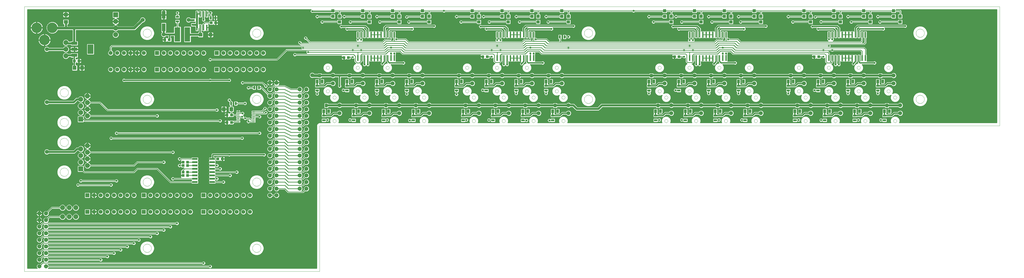
<source format=gtl>
G75*
G70*
%OFA0B0*%
%FSLAX24Y24*%
%IPPOS*%
%LPD*%
%AMOC8*
5,1,8,0,0,1.08239X$1,22.5*
%
%ADD10C,0.0000*%
%ADD11R,0.0390X0.0120*%
%ADD12R,0.0433X0.0394*%
%ADD13R,0.0551X0.0630*%
%ADD14R,0.0315X0.0472*%
%ADD15R,0.0600X0.0600*%
%ADD16C,0.0600*%
%ADD17OC8,0.0600*%
%ADD18C,0.0740*%
%ADD19R,0.0740X0.0740*%
%ADD20R,0.0880X0.0480*%
%ADD21R,0.0866X0.1417*%
%ADD22R,0.0236X0.0866*%
%ADD23C,0.0594*%
%ADD24R,0.0394X0.0551*%
%ADD25R,0.0472X0.0315*%
%ADD26R,0.0472X0.0472*%
%ADD27C,0.1580*%
%ADD28R,0.0800X0.0260*%
%ADD29R,0.0630X0.0551*%
%ADD30R,0.0240X0.0870*%
%ADD31R,0.0846X0.2165*%
%ADD32R,0.0551X0.0551*%
%ADD33R,0.0551X0.1181*%
%ADD34C,0.0100*%
%ADD35C,0.0360*%
%ADD36C,0.0310*%
%ADD37C,0.0200*%
%ADD38C,0.0300*%
%ADD39C,0.0400*%
D10*
X001693Y000151D02*
X001693Y040151D01*
X148693Y040151D01*
X148693Y022151D01*
X046193Y022151D01*
X046193Y000151D01*
X001693Y000151D01*
X019568Y003651D02*
X019570Y003701D01*
X019576Y003750D01*
X019586Y003799D01*
X019599Y003846D01*
X019617Y003893D01*
X019638Y003938D01*
X019662Y003981D01*
X019690Y004022D01*
X019721Y004061D01*
X019755Y004097D01*
X019792Y004131D01*
X019832Y004161D01*
X019873Y004188D01*
X019917Y004212D01*
X019962Y004232D01*
X020009Y004248D01*
X020057Y004261D01*
X020106Y004270D01*
X020156Y004275D01*
X020205Y004276D01*
X020255Y004273D01*
X020304Y004266D01*
X020353Y004255D01*
X020400Y004241D01*
X020446Y004222D01*
X020491Y004200D01*
X020534Y004175D01*
X020574Y004146D01*
X020612Y004114D01*
X020648Y004080D01*
X020681Y004042D01*
X020710Y004002D01*
X020736Y003960D01*
X020759Y003916D01*
X020778Y003870D01*
X020794Y003823D01*
X020806Y003774D01*
X020814Y003725D01*
X020818Y003676D01*
X020818Y003626D01*
X020814Y003577D01*
X020806Y003528D01*
X020794Y003479D01*
X020778Y003432D01*
X020759Y003386D01*
X020736Y003342D01*
X020710Y003300D01*
X020681Y003260D01*
X020648Y003222D01*
X020612Y003188D01*
X020574Y003156D01*
X020534Y003127D01*
X020491Y003102D01*
X020446Y003080D01*
X020400Y003061D01*
X020353Y003047D01*
X020304Y003036D01*
X020255Y003029D01*
X020205Y003026D01*
X020156Y003027D01*
X020106Y003032D01*
X020057Y003041D01*
X020009Y003054D01*
X019962Y003070D01*
X019917Y003090D01*
X019873Y003114D01*
X019832Y003141D01*
X019792Y003171D01*
X019755Y003205D01*
X019721Y003241D01*
X019690Y003280D01*
X019662Y003321D01*
X019638Y003364D01*
X019617Y003409D01*
X019599Y003456D01*
X019586Y003503D01*
X019576Y003552D01*
X019570Y003601D01*
X019568Y003651D01*
X036068Y003651D02*
X036070Y003701D01*
X036076Y003750D01*
X036086Y003799D01*
X036099Y003846D01*
X036117Y003893D01*
X036138Y003938D01*
X036162Y003981D01*
X036190Y004022D01*
X036221Y004061D01*
X036255Y004097D01*
X036292Y004131D01*
X036332Y004161D01*
X036373Y004188D01*
X036417Y004212D01*
X036462Y004232D01*
X036509Y004248D01*
X036557Y004261D01*
X036606Y004270D01*
X036656Y004275D01*
X036705Y004276D01*
X036755Y004273D01*
X036804Y004266D01*
X036853Y004255D01*
X036900Y004241D01*
X036946Y004222D01*
X036991Y004200D01*
X037034Y004175D01*
X037074Y004146D01*
X037112Y004114D01*
X037148Y004080D01*
X037181Y004042D01*
X037210Y004002D01*
X037236Y003960D01*
X037259Y003916D01*
X037278Y003870D01*
X037294Y003823D01*
X037306Y003774D01*
X037314Y003725D01*
X037318Y003676D01*
X037318Y003626D01*
X037314Y003577D01*
X037306Y003528D01*
X037294Y003479D01*
X037278Y003432D01*
X037259Y003386D01*
X037236Y003342D01*
X037210Y003300D01*
X037181Y003260D01*
X037148Y003222D01*
X037112Y003188D01*
X037074Y003156D01*
X037034Y003127D01*
X036991Y003102D01*
X036946Y003080D01*
X036900Y003061D01*
X036853Y003047D01*
X036804Y003036D01*
X036755Y003029D01*
X036705Y003026D01*
X036656Y003027D01*
X036606Y003032D01*
X036557Y003041D01*
X036509Y003054D01*
X036462Y003070D01*
X036417Y003090D01*
X036373Y003114D01*
X036332Y003141D01*
X036292Y003171D01*
X036255Y003205D01*
X036221Y003241D01*
X036190Y003280D01*
X036162Y003321D01*
X036138Y003364D01*
X036117Y003409D01*
X036099Y003456D01*
X036086Y003503D01*
X036076Y003552D01*
X036070Y003601D01*
X036068Y003651D01*
X036068Y013651D02*
X036070Y013701D01*
X036076Y013750D01*
X036086Y013799D01*
X036099Y013846D01*
X036117Y013893D01*
X036138Y013938D01*
X036162Y013981D01*
X036190Y014022D01*
X036221Y014061D01*
X036255Y014097D01*
X036292Y014131D01*
X036332Y014161D01*
X036373Y014188D01*
X036417Y014212D01*
X036462Y014232D01*
X036509Y014248D01*
X036557Y014261D01*
X036606Y014270D01*
X036656Y014275D01*
X036705Y014276D01*
X036755Y014273D01*
X036804Y014266D01*
X036853Y014255D01*
X036900Y014241D01*
X036946Y014222D01*
X036991Y014200D01*
X037034Y014175D01*
X037074Y014146D01*
X037112Y014114D01*
X037148Y014080D01*
X037181Y014042D01*
X037210Y014002D01*
X037236Y013960D01*
X037259Y013916D01*
X037278Y013870D01*
X037294Y013823D01*
X037306Y013774D01*
X037314Y013725D01*
X037318Y013676D01*
X037318Y013626D01*
X037314Y013577D01*
X037306Y013528D01*
X037294Y013479D01*
X037278Y013432D01*
X037259Y013386D01*
X037236Y013342D01*
X037210Y013300D01*
X037181Y013260D01*
X037148Y013222D01*
X037112Y013188D01*
X037074Y013156D01*
X037034Y013127D01*
X036991Y013102D01*
X036946Y013080D01*
X036900Y013061D01*
X036853Y013047D01*
X036804Y013036D01*
X036755Y013029D01*
X036705Y013026D01*
X036656Y013027D01*
X036606Y013032D01*
X036557Y013041D01*
X036509Y013054D01*
X036462Y013070D01*
X036417Y013090D01*
X036373Y013114D01*
X036332Y013141D01*
X036292Y013171D01*
X036255Y013205D01*
X036221Y013241D01*
X036190Y013280D01*
X036162Y013321D01*
X036138Y013364D01*
X036117Y013409D01*
X036099Y013456D01*
X036086Y013503D01*
X036076Y013552D01*
X036070Y013601D01*
X036068Y013651D01*
X019568Y013651D02*
X019570Y013701D01*
X019576Y013750D01*
X019586Y013799D01*
X019599Y013846D01*
X019617Y013893D01*
X019638Y013938D01*
X019662Y013981D01*
X019690Y014022D01*
X019721Y014061D01*
X019755Y014097D01*
X019792Y014131D01*
X019832Y014161D01*
X019873Y014188D01*
X019917Y014212D01*
X019962Y014232D01*
X020009Y014248D01*
X020057Y014261D01*
X020106Y014270D01*
X020156Y014275D01*
X020205Y014276D01*
X020255Y014273D01*
X020304Y014266D01*
X020353Y014255D01*
X020400Y014241D01*
X020446Y014222D01*
X020491Y014200D01*
X020534Y014175D01*
X020574Y014146D01*
X020612Y014114D01*
X020648Y014080D01*
X020681Y014042D01*
X020710Y014002D01*
X020736Y013960D01*
X020759Y013916D01*
X020778Y013870D01*
X020794Y013823D01*
X020806Y013774D01*
X020814Y013725D01*
X020818Y013676D01*
X020818Y013626D01*
X020814Y013577D01*
X020806Y013528D01*
X020794Y013479D01*
X020778Y013432D01*
X020759Y013386D01*
X020736Y013342D01*
X020710Y013300D01*
X020681Y013260D01*
X020648Y013222D01*
X020612Y013188D01*
X020574Y013156D01*
X020534Y013127D01*
X020491Y013102D01*
X020446Y013080D01*
X020400Y013061D01*
X020353Y013047D01*
X020304Y013036D01*
X020255Y013029D01*
X020205Y013026D01*
X020156Y013027D01*
X020106Y013032D01*
X020057Y013041D01*
X020009Y013054D01*
X019962Y013070D01*
X019917Y013090D01*
X019873Y013114D01*
X019832Y013141D01*
X019792Y013171D01*
X019755Y013205D01*
X019721Y013241D01*
X019690Y013280D01*
X019662Y013321D01*
X019638Y013364D01*
X019617Y013409D01*
X019599Y013456D01*
X019586Y013503D01*
X019576Y013552D01*
X019570Y013601D01*
X019568Y013651D01*
X007063Y015151D02*
X007065Y015201D01*
X007071Y015251D01*
X007081Y015300D01*
X007095Y015348D01*
X007112Y015395D01*
X007133Y015440D01*
X007158Y015484D01*
X007186Y015525D01*
X007218Y015564D01*
X007252Y015601D01*
X007289Y015635D01*
X007329Y015665D01*
X007371Y015692D01*
X007415Y015716D01*
X007461Y015737D01*
X007508Y015753D01*
X007556Y015766D01*
X007606Y015775D01*
X007655Y015780D01*
X007706Y015781D01*
X007756Y015778D01*
X007805Y015771D01*
X007854Y015760D01*
X007902Y015745D01*
X007948Y015727D01*
X007993Y015705D01*
X008036Y015679D01*
X008077Y015650D01*
X008116Y015618D01*
X008152Y015583D01*
X008184Y015545D01*
X008214Y015505D01*
X008241Y015462D01*
X008264Y015418D01*
X008283Y015372D01*
X008299Y015324D01*
X008311Y015275D01*
X008319Y015226D01*
X008323Y015176D01*
X008323Y015126D01*
X008319Y015076D01*
X008311Y015027D01*
X008299Y014978D01*
X008283Y014930D01*
X008264Y014884D01*
X008241Y014840D01*
X008214Y014797D01*
X008184Y014757D01*
X008152Y014719D01*
X008116Y014684D01*
X008077Y014652D01*
X008036Y014623D01*
X007993Y014597D01*
X007948Y014575D01*
X007902Y014557D01*
X007854Y014542D01*
X007805Y014531D01*
X007756Y014524D01*
X007706Y014521D01*
X007655Y014522D01*
X007606Y014527D01*
X007556Y014536D01*
X007508Y014549D01*
X007461Y014565D01*
X007415Y014586D01*
X007371Y014610D01*
X007329Y014637D01*
X007289Y014667D01*
X007252Y014701D01*
X007218Y014738D01*
X007186Y014777D01*
X007158Y014818D01*
X007133Y014862D01*
X007112Y014907D01*
X007095Y014954D01*
X007081Y015002D01*
X007071Y015051D01*
X007065Y015101D01*
X007063Y015151D01*
X007063Y019651D02*
X007065Y019701D01*
X007071Y019751D01*
X007081Y019800D01*
X007095Y019848D01*
X007112Y019895D01*
X007133Y019940D01*
X007158Y019984D01*
X007186Y020025D01*
X007218Y020064D01*
X007252Y020101D01*
X007289Y020135D01*
X007329Y020165D01*
X007371Y020192D01*
X007415Y020216D01*
X007461Y020237D01*
X007508Y020253D01*
X007556Y020266D01*
X007606Y020275D01*
X007655Y020280D01*
X007706Y020281D01*
X007756Y020278D01*
X007805Y020271D01*
X007854Y020260D01*
X007902Y020245D01*
X007948Y020227D01*
X007993Y020205D01*
X008036Y020179D01*
X008077Y020150D01*
X008116Y020118D01*
X008152Y020083D01*
X008184Y020045D01*
X008214Y020005D01*
X008241Y019962D01*
X008264Y019918D01*
X008283Y019872D01*
X008299Y019824D01*
X008311Y019775D01*
X008319Y019726D01*
X008323Y019676D01*
X008323Y019626D01*
X008319Y019576D01*
X008311Y019527D01*
X008299Y019478D01*
X008283Y019430D01*
X008264Y019384D01*
X008241Y019340D01*
X008214Y019297D01*
X008184Y019257D01*
X008152Y019219D01*
X008116Y019184D01*
X008077Y019152D01*
X008036Y019123D01*
X007993Y019097D01*
X007948Y019075D01*
X007902Y019057D01*
X007854Y019042D01*
X007805Y019031D01*
X007756Y019024D01*
X007706Y019021D01*
X007655Y019022D01*
X007606Y019027D01*
X007556Y019036D01*
X007508Y019049D01*
X007461Y019065D01*
X007415Y019086D01*
X007371Y019110D01*
X007329Y019137D01*
X007289Y019167D01*
X007252Y019201D01*
X007218Y019238D01*
X007186Y019277D01*
X007158Y019318D01*
X007133Y019362D01*
X007112Y019407D01*
X007095Y019454D01*
X007081Y019502D01*
X007071Y019551D01*
X007065Y019601D01*
X007063Y019651D01*
X007063Y022651D02*
X007065Y022701D01*
X007071Y022751D01*
X007081Y022800D01*
X007095Y022848D01*
X007112Y022895D01*
X007133Y022940D01*
X007158Y022984D01*
X007186Y023025D01*
X007218Y023064D01*
X007252Y023101D01*
X007289Y023135D01*
X007329Y023165D01*
X007371Y023192D01*
X007415Y023216D01*
X007461Y023237D01*
X007508Y023253D01*
X007556Y023266D01*
X007606Y023275D01*
X007655Y023280D01*
X007706Y023281D01*
X007756Y023278D01*
X007805Y023271D01*
X007854Y023260D01*
X007902Y023245D01*
X007948Y023227D01*
X007993Y023205D01*
X008036Y023179D01*
X008077Y023150D01*
X008116Y023118D01*
X008152Y023083D01*
X008184Y023045D01*
X008214Y023005D01*
X008241Y022962D01*
X008264Y022918D01*
X008283Y022872D01*
X008299Y022824D01*
X008311Y022775D01*
X008319Y022726D01*
X008323Y022676D01*
X008323Y022626D01*
X008319Y022576D01*
X008311Y022527D01*
X008299Y022478D01*
X008283Y022430D01*
X008264Y022384D01*
X008241Y022340D01*
X008214Y022297D01*
X008184Y022257D01*
X008152Y022219D01*
X008116Y022184D01*
X008077Y022152D01*
X008036Y022123D01*
X007993Y022097D01*
X007948Y022075D01*
X007902Y022057D01*
X007854Y022042D01*
X007805Y022031D01*
X007756Y022024D01*
X007706Y022021D01*
X007655Y022022D01*
X007606Y022027D01*
X007556Y022036D01*
X007508Y022049D01*
X007461Y022065D01*
X007415Y022086D01*
X007371Y022110D01*
X007329Y022137D01*
X007289Y022167D01*
X007252Y022201D01*
X007218Y022238D01*
X007186Y022277D01*
X007158Y022318D01*
X007133Y022362D01*
X007112Y022407D01*
X007095Y022454D01*
X007081Y022502D01*
X007071Y022551D01*
X007065Y022601D01*
X007063Y022651D01*
X019568Y026151D02*
X019570Y026201D01*
X019576Y026250D01*
X019586Y026299D01*
X019599Y026346D01*
X019617Y026393D01*
X019638Y026438D01*
X019662Y026481D01*
X019690Y026522D01*
X019721Y026561D01*
X019755Y026597D01*
X019792Y026631D01*
X019832Y026661D01*
X019873Y026688D01*
X019917Y026712D01*
X019962Y026732D01*
X020009Y026748D01*
X020057Y026761D01*
X020106Y026770D01*
X020156Y026775D01*
X020205Y026776D01*
X020255Y026773D01*
X020304Y026766D01*
X020353Y026755D01*
X020400Y026741D01*
X020446Y026722D01*
X020491Y026700D01*
X020534Y026675D01*
X020574Y026646D01*
X020612Y026614D01*
X020648Y026580D01*
X020681Y026542D01*
X020710Y026502D01*
X020736Y026460D01*
X020759Y026416D01*
X020778Y026370D01*
X020794Y026323D01*
X020806Y026274D01*
X020814Y026225D01*
X020818Y026176D01*
X020818Y026126D01*
X020814Y026077D01*
X020806Y026028D01*
X020794Y025979D01*
X020778Y025932D01*
X020759Y025886D01*
X020736Y025842D01*
X020710Y025800D01*
X020681Y025760D01*
X020648Y025722D01*
X020612Y025688D01*
X020574Y025656D01*
X020534Y025627D01*
X020491Y025602D01*
X020446Y025580D01*
X020400Y025561D01*
X020353Y025547D01*
X020304Y025536D01*
X020255Y025529D01*
X020205Y025526D01*
X020156Y025527D01*
X020106Y025532D01*
X020057Y025541D01*
X020009Y025554D01*
X019962Y025570D01*
X019917Y025590D01*
X019873Y025614D01*
X019832Y025641D01*
X019792Y025671D01*
X019755Y025705D01*
X019721Y025741D01*
X019690Y025780D01*
X019662Y025821D01*
X019638Y025864D01*
X019617Y025909D01*
X019599Y025956D01*
X019586Y026003D01*
X019576Y026052D01*
X019570Y026101D01*
X019568Y026151D01*
X007063Y027151D02*
X007065Y027201D01*
X007071Y027251D01*
X007081Y027300D01*
X007095Y027348D01*
X007112Y027395D01*
X007133Y027440D01*
X007158Y027484D01*
X007186Y027525D01*
X007218Y027564D01*
X007252Y027601D01*
X007289Y027635D01*
X007329Y027665D01*
X007371Y027692D01*
X007415Y027716D01*
X007461Y027737D01*
X007508Y027753D01*
X007556Y027766D01*
X007606Y027775D01*
X007655Y027780D01*
X007706Y027781D01*
X007756Y027778D01*
X007805Y027771D01*
X007854Y027760D01*
X007902Y027745D01*
X007948Y027727D01*
X007993Y027705D01*
X008036Y027679D01*
X008077Y027650D01*
X008116Y027618D01*
X008152Y027583D01*
X008184Y027545D01*
X008214Y027505D01*
X008241Y027462D01*
X008264Y027418D01*
X008283Y027372D01*
X008299Y027324D01*
X008311Y027275D01*
X008319Y027226D01*
X008323Y027176D01*
X008323Y027126D01*
X008319Y027076D01*
X008311Y027027D01*
X008299Y026978D01*
X008283Y026930D01*
X008264Y026884D01*
X008241Y026840D01*
X008214Y026797D01*
X008184Y026757D01*
X008152Y026719D01*
X008116Y026684D01*
X008077Y026652D01*
X008036Y026623D01*
X007993Y026597D01*
X007948Y026575D01*
X007902Y026557D01*
X007854Y026542D01*
X007805Y026531D01*
X007756Y026524D01*
X007706Y026521D01*
X007655Y026522D01*
X007606Y026527D01*
X007556Y026536D01*
X007508Y026549D01*
X007461Y026565D01*
X007415Y026586D01*
X007371Y026610D01*
X007329Y026637D01*
X007289Y026667D01*
X007252Y026701D01*
X007218Y026738D01*
X007186Y026777D01*
X007158Y026818D01*
X007133Y026862D01*
X007112Y026907D01*
X007095Y026954D01*
X007081Y027002D01*
X007071Y027051D01*
X007065Y027101D01*
X007063Y027151D01*
X036068Y026151D02*
X036070Y026201D01*
X036076Y026250D01*
X036086Y026299D01*
X036099Y026346D01*
X036117Y026393D01*
X036138Y026438D01*
X036162Y026481D01*
X036190Y026522D01*
X036221Y026561D01*
X036255Y026597D01*
X036292Y026631D01*
X036332Y026661D01*
X036373Y026688D01*
X036417Y026712D01*
X036462Y026732D01*
X036509Y026748D01*
X036557Y026761D01*
X036606Y026770D01*
X036656Y026775D01*
X036705Y026776D01*
X036755Y026773D01*
X036804Y026766D01*
X036853Y026755D01*
X036900Y026741D01*
X036946Y026722D01*
X036991Y026700D01*
X037034Y026675D01*
X037074Y026646D01*
X037112Y026614D01*
X037148Y026580D01*
X037181Y026542D01*
X037210Y026502D01*
X037236Y026460D01*
X037259Y026416D01*
X037278Y026370D01*
X037294Y026323D01*
X037306Y026274D01*
X037314Y026225D01*
X037318Y026176D01*
X037318Y026126D01*
X037314Y026077D01*
X037306Y026028D01*
X037294Y025979D01*
X037278Y025932D01*
X037259Y025886D01*
X037236Y025842D01*
X037210Y025800D01*
X037181Y025760D01*
X037148Y025722D01*
X037112Y025688D01*
X037074Y025656D01*
X037034Y025627D01*
X036991Y025602D01*
X036946Y025580D01*
X036900Y025561D01*
X036853Y025547D01*
X036804Y025536D01*
X036755Y025529D01*
X036705Y025526D01*
X036656Y025527D01*
X036606Y025532D01*
X036557Y025541D01*
X036509Y025554D01*
X036462Y025570D01*
X036417Y025590D01*
X036373Y025614D01*
X036332Y025641D01*
X036292Y025671D01*
X036255Y025705D01*
X036221Y025741D01*
X036190Y025780D01*
X036162Y025821D01*
X036138Y025864D01*
X036117Y025909D01*
X036099Y025956D01*
X036086Y026003D01*
X036076Y026052D01*
X036070Y026101D01*
X036068Y026151D01*
X047172Y027380D02*
X047174Y027411D01*
X047180Y027442D01*
X047190Y027472D01*
X047203Y027500D01*
X047220Y027527D01*
X047240Y027551D01*
X047263Y027573D01*
X047288Y027591D01*
X047316Y027606D01*
X047345Y027618D01*
X047375Y027626D01*
X047406Y027630D01*
X047438Y027630D01*
X047469Y027626D01*
X047499Y027618D01*
X047528Y027606D01*
X047556Y027591D01*
X047581Y027573D01*
X047604Y027551D01*
X047624Y027527D01*
X047641Y027500D01*
X047654Y027472D01*
X047664Y027442D01*
X047670Y027411D01*
X047672Y027380D01*
X047670Y027349D01*
X047664Y027318D01*
X047654Y027288D01*
X047641Y027260D01*
X047624Y027233D01*
X047604Y027209D01*
X047581Y027187D01*
X047556Y027169D01*
X047528Y027154D01*
X047499Y027142D01*
X047469Y027134D01*
X047438Y027130D01*
X047406Y027130D01*
X047375Y027134D01*
X047345Y027142D01*
X047316Y027154D01*
X047288Y027169D01*
X047263Y027187D01*
X047240Y027209D01*
X047220Y027233D01*
X047203Y027260D01*
X047190Y027288D01*
X047180Y027318D01*
X047174Y027349D01*
X047172Y027380D01*
X048172Y026423D02*
X048174Y026454D01*
X048180Y026485D01*
X048190Y026515D01*
X048203Y026543D01*
X048220Y026570D01*
X048240Y026594D01*
X048263Y026616D01*
X048288Y026634D01*
X048316Y026649D01*
X048345Y026661D01*
X048375Y026669D01*
X048406Y026673D01*
X048438Y026673D01*
X048469Y026669D01*
X048499Y026661D01*
X048528Y026649D01*
X048556Y026634D01*
X048581Y026616D01*
X048604Y026594D01*
X048624Y026570D01*
X048641Y026543D01*
X048654Y026515D01*
X048664Y026485D01*
X048670Y026454D01*
X048672Y026423D01*
X048670Y026392D01*
X048664Y026361D01*
X048654Y026331D01*
X048641Y026303D01*
X048624Y026276D01*
X048604Y026252D01*
X048581Y026230D01*
X048556Y026212D01*
X048528Y026197D01*
X048499Y026185D01*
X048469Y026177D01*
X048438Y026173D01*
X048406Y026173D01*
X048375Y026177D01*
X048345Y026185D01*
X048316Y026197D01*
X048288Y026212D01*
X048263Y026230D01*
X048240Y026252D01*
X048220Y026276D01*
X048203Y026303D01*
X048190Y026331D01*
X048180Y026361D01*
X048174Y026392D01*
X048172Y026423D01*
X051672Y027380D02*
X051674Y027411D01*
X051680Y027442D01*
X051690Y027472D01*
X051703Y027500D01*
X051720Y027527D01*
X051740Y027551D01*
X051763Y027573D01*
X051788Y027591D01*
X051816Y027606D01*
X051845Y027618D01*
X051875Y027626D01*
X051906Y027630D01*
X051938Y027630D01*
X051969Y027626D01*
X051999Y027618D01*
X052028Y027606D01*
X052056Y027591D01*
X052081Y027573D01*
X052104Y027551D01*
X052124Y027527D01*
X052141Y027500D01*
X052154Y027472D01*
X052164Y027442D01*
X052170Y027411D01*
X052172Y027380D01*
X052170Y027349D01*
X052164Y027318D01*
X052154Y027288D01*
X052141Y027260D01*
X052124Y027233D01*
X052104Y027209D01*
X052081Y027187D01*
X052056Y027169D01*
X052028Y027154D01*
X051999Y027142D01*
X051969Y027134D01*
X051938Y027130D01*
X051906Y027130D01*
X051875Y027134D01*
X051845Y027142D01*
X051816Y027154D01*
X051788Y027169D01*
X051763Y027187D01*
X051740Y027209D01*
X051720Y027233D01*
X051703Y027260D01*
X051690Y027288D01*
X051680Y027318D01*
X051674Y027349D01*
X051672Y027380D01*
X052672Y026423D02*
X052674Y026454D01*
X052680Y026485D01*
X052690Y026515D01*
X052703Y026543D01*
X052720Y026570D01*
X052740Y026594D01*
X052763Y026616D01*
X052788Y026634D01*
X052816Y026649D01*
X052845Y026661D01*
X052875Y026669D01*
X052906Y026673D01*
X052938Y026673D01*
X052969Y026669D01*
X052999Y026661D01*
X053028Y026649D01*
X053056Y026634D01*
X053081Y026616D01*
X053104Y026594D01*
X053124Y026570D01*
X053141Y026543D01*
X053154Y026515D01*
X053164Y026485D01*
X053170Y026454D01*
X053172Y026423D01*
X053170Y026392D01*
X053164Y026361D01*
X053154Y026331D01*
X053141Y026303D01*
X053124Y026276D01*
X053104Y026252D01*
X053081Y026230D01*
X053056Y026212D01*
X053028Y026197D01*
X052999Y026185D01*
X052969Y026177D01*
X052938Y026173D01*
X052906Y026173D01*
X052875Y026177D01*
X052845Y026185D01*
X052816Y026197D01*
X052788Y026212D01*
X052763Y026230D01*
X052740Y026252D01*
X052720Y026276D01*
X052703Y026303D01*
X052690Y026331D01*
X052680Y026361D01*
X052674Y026392D01*
X052672Y026423D01*
X056172Y027380D02*
X056174Y027411D01*
X056180Y027442D01*
X056190Y027472D01*
X056203Y027500D01*
X056220Y027527D01*
X056240Y027551D01*
X056263Y027573D01*
X056288Y027591D01*
X056316Y027606D01*
X056345Y027618D01*
X056375Y027626D01*
X056406Y027630D01*
X056438Y027630D01*
X056469Y027626D01*
X056499Y027618D01*
X056528Y027606D01*
X056556Y027591D01*
X056581Y027573D01*
X056604Y027551D01*
X056624Y027527D01*
X056641Y027500D01*
X056654Y027472D01*
X056664Y027442D01*
X056670Y027411D01*
X056672Y027380D01*
X056670Y027349D01*
X056664Y027318D01*
X056654Y027288D01*
X056641Y027260D01*
X056624Y027233D01*
X056604Y027209D01*
X056581Y027187D01*
X056556Y027169D01*
X056528Y027154D01*
X056499Y027142D01*
X056469Y027134D01*
X056438Y027130D01*
X056406Y027130D01*
X056375Y027134D01*
X056345Y027142D01*
X056316Y027154D01*
X056288Y027169D01*
X056263Y027187D01*
X056240Y027209D01*
X056220Y027233D01*
X056203Y027260D01*
X056190Y027288D01*
X056180Y027318D01*
X056174Y027349D01*
X056172Y027380D01*
X057172Y026423D02*
X057174Y026454D01*
X057180Y026485D01*
X057190Y026515D01*
X057203Y026543D01*
X057220Y026570D01*
X057240Y026594D01*
X057263Y026616D01*
X057288Y026634D01*
X057316Y026649D01*
X057345Y026661D01*
X057375Y026669D01*
X057406Y026673D01*
X057438Y026673D01*
X057469Y026669D01*
X057499Y026661D01*
X057528Y026649D01*
X057556Y026634D01*
X057581Y026616D01*
X057604Y026594D01*
X057624Y026570D01*
X057641Y026543D01*
X057654Y026515D01*
X057664Y026485D01*
X057670Y026454D01*
X057672Y026423D01*
X057670Y026392D01*
X057664Y026361D01*
X057654Y026331D01*
X057641Y026303D01*
X057624Y026276D01*
X057604Y026252D01*
X057581Y026230D01*
X057556Y026212D01*
X057528Y026197D01*
X057499Y026185D01*
X057469Y026177D01*
X057438Y026173D01*
X057406Y026173D01*
X057375Y026177D01*
X057345Y026185D01*
X057316Y026197D01*
X057288Y026212D01*
X057263Y026230D01*
X057240Y026252D01*
X057220Y026276D01*
X057203Y026303D01*
X057190Y026331D01*
X057180Y026361D01*
X057174Y026392D01*
X057172Y026423D01*
X060672Y027380D02*
X060674Y027411D01*
X060680Y027442D01*
X060690Y027472D01*
X060703Y027500D01*
X060720Y027527D01*
X060740Y027551D01*
X060763Y027573D01*
X060788Y027591D01*
X060816Y027606D01*
X060845Y027618D01*
X060875Y027626D01*
X060906Y027630D01*
X060938Y027630D01*
X060969Y027626D01*
X060999Y027618D01*
X061028Y027606D01*
X061056Y027591D01*
X061081Y027573D01*
X061104Y027551D01*
X061124Y027527D01*
X061141Y027500D01*
X061154Y027472D01*
X061164Y027442D01*
X061170Y027411D01*
X061172Y027380D01*
X061170Y027349D01*
X061164Y027318D01*
X061154Y027288D01*
X061141Y027260D01*
X061124Y027233D01*
X061104Y027209D01*
X061081Y027187D01*
X061056Y027169D01*
X061028Y027154D01*
X060999Y027142D01*
X060969Y027134D01*
X060938Y027130D01*
X060906Y027130D01*
X060875Y027134D01*
X060845Y027142D01*
X060816Y027154D01*
X060788Y027169D01*
X060763Y027187D01*
X060740Y027209D01*
X060720Y027233D01*
X060703Y027260D01*
X060690Y027288D01*
X060680Y027318D01*
X060674Y027349D01*
X060672Y027380D01*
X061672Y026423D02*
X061674Y026454D01*
X061680Y026485D01*
X061690Y026515D01*
X061703Y026543D01*
X061720Y026570D01*
X061740Y026594D01*
X061763Y026616D01*
X061788Y026634D01*
X061816Y026649D01*
X061845Y026661D01*
X061875Y026669D01*
X061906Y026673D01*
X061938Y026673D01*
X061969Y026669D01*
X061999Y026661D01*
X062028Y026649D01*
X062056Y026634D01*
X062081Y026616D01*
X062104Y026594D01*
X062124Y026570D01*
X062141Y026543D01*
X062154Y026515D01*
X062164Y026485D01*
X062170Y026454D01*
X062172Y026423D01*
X062170Y026392D01*
X062164Y026361D01*
X062154Y026331D01*
X062141Y026303D01*
X062124Y026276D01*
X062104Y026252D01*
X062081Y026230D01*
X062056Y026212D01*
X062028Y026197D01*
X061999Y026185D01*
X061969Y026177D01*
X061938Y026173D01*
X061906Y026173D01*
X061875Y026177D01*
X061845Y026185D01*
X061816Y026197D01*
X061788Y026212D01*
X061763Y026230D01*
X061740Y026252D01*
X061720Y026276D01*
X061703Y026303D01*
X061690Y026331D01*
X061680Y026361D01*
X061674Y026392D01*
X061672Y026423D01*
X068172Y027380D02*
X068174Y027411D01*
X068180Y027442D01*
X068190Y027472D01*
X068203Y027500D01*
X068220Y027527D01*
X068240Y027551D01*
X068263Y027573D01*
X068288Y027591D01*
X068316Y027606D01*
X068345Y027618D01*
X068375Y027626D01*
X068406Y027630D01*
X068438Y027630D01*
X068469Y027626D01*
X068499Y027618D01*
X068528Y027606D01*
X068556Y027591D01*
X068581Y027573D01*
X068604Y027551D01*
X068624Y027527D01*
X068641Y027500D01*
X068654Y027472D01*
X068664Y027442D01*
X068670Y027411D01*
X068672Y027380D01*
X068670Y027349D01*
X068664Y027318D01*
X068654Y027288D01*
X068641Y027260D01*
X068624Y027233D01*
X068604Y027209D01*
X068581Y027187D01*
X068556Y027169D01*
X068528Y027154D01*
X068499Y027142D01*
X068469Y027134D01*
X068438Y027130D01*
X068406Y027130D01*
X068375Y027134D01*
X068345Y027142D01*
X068316Y027154D01*
X068288Y027169D01*
X068263Y027187D01*
X068240Y027209D01*
X068220Y027233D01*
X068203Y027260D01*
X068190Y027288D01*
X068180Y027318D01*
X068174Y027349D01*
X068172Y027380D01*
X069172Y026423D02*
X069174Y026454D01*
X069180Y026485D01*
X069190Y026515D01*
X069203Y026543D01*
X069220Y026570D01*
X069240Y026594D01*
X069263Y026616D01*
X069288Y026634D01*
X069316Y026649D01*
X069345Y026661D01*
X069375Y026669D01*
X069406Y026673D01*
X069438Y026673D01*
X069469Y026669D01*
X069499Y026661D01*
X069528Y026649D01*
X069556Y026634D01*
X069581Y026616D01*
X069604Y026594D01*
X069624Y026570D01*
X069641Y026543D01*
X069654Y026515D01*
X069664Y026485D01*
X069670Y026454D01*
X069672Y026423D01*
X069670Y026392D01*
X069664Y026361D01*
X069654Y026331D01*
X069641Y026303D01*
X069624Y026276D01*
X069604Y026252D01*
X069581Y026230D01*
X069556Y026212D01*
X069528Y026197D01*
X069499Y026185D01*
X069469Y026177D01*
X069438Y026173D01*
X069406Y026173D01*
X069375Y026177D01*
X069345Y026185D01*
X069316Y026197D01*
X069288Y026212D01*
X069263Y026230D01*
X069240Y026252D01*
X069220Y026276D01*
X069203Y026303D01*
X069190Y026331D01*
X069180Y026361D01*
X069174Y026392D01*
X069172Y026423D01*
X072672Y027380D02*
X072674Y027411D01*
X072680Y027442D01*
X072690Y027472D01*
X072703Y027500D01*
X072720Y027527D01*
X072740Y027551D01*
X072763Y027573D01*
X072788Y027591D01*
X072816Y027606D01*
X072845Y027618D01*
X072875Y027626D01*
X072906Y027630D01*
X072938Y027630D01*
X072969Y027626D01*
X072999Y027618D01*
X073028Y027606D01*
X073056Y027591D01*
X073081Y027573D01*
X073104Y027551D01*
X073124Y027527D01*
X073141Y027500D01*
X073154Y027472D01*
X073164Y027442D01*
X073170Y027411D01*
X073172Y027380D01*
X073170Y027349D01*
X073164Y027318D01*
X073154Y027288D01*
X073141Y027260D01*
X073124Y027233D01*
X073104Y027209D01*
X073081Y027187D01*
X073056Y027169D01*
X073028Y027154D01*
X072999Y027142D01*
X072969Y027134D01*
X072938Y027130D01*
X072906Y027130D01*
X072875Y027134D01*
X072845Y027142D01*
X072816Y027154D01*
X072788Y027169D01*
X072763Y027187D01*
X072740Y027209D01*
X072720Y027233D01*
X072703Y027260D01*
X072690Y027288D01*
X072680Y027318D01*
X072674Y027349D01*
X072672Y027380D01*
X073672Y026423D02*
X073674Y026454D01*
X073680Y026485D01*
X073690Y026515D01*
X073703Y026543D01*
X073720Y026570D01*
X073740Y026594D01*
X073763Y026616D01*
X073788Y026634D01*
X073816Y026649D01*
X073845Y026661D01*
X073875Y026669D01*
X073906Y026673D01*
X073938Y026673D01*
X073969Y026669D01*
X073999Y026661D01*
X074028Y026649D01*
X074056Y026634D01*
X074081Y026616D01*
X074104Y026594D01*
X074124Y026570D01*
X074141Y026543D01*
X074154Y026515D01*
X074164Y026485D01*
X074170Y026454D01*
X074172Y026423D01*
X074170Y026392D01*
X074164Y026361D01*
X074154Y026331D01*
X074141Y026303D01*
X074124Y026276D01*
X074104Y026252D01*
X074081Y026230D01*
X074056Y026212D01*
X074028Y026197D01*
X073999Y026185D01*
X073969Y026177D01*
X073938Y026173D01*
X073906Y026173D01*
X073875Y026177D01*
X073845Y026185D01*
X073816Y026197D01*
X073788Y026212D01*
X073763Y026230D01*
X073740Y026252D01*
X073720Y026276D01*
X073703Y026303D01*
X073690Y026331D01*
X073680Y026361D01*
X073674Y026392D01*
X073672Y026423D01*
X077172Y027380D02*
X077174Y027411D01*
X077180Y027442D01*
X077190Y027472D01*
X077203Y027500D01*
X077220Y027527D01*
X077240Y027551D01*
X077263Y027573D01*
X077288Y027591D01*
X077316Y027606D01*
X077345Y027618D01*
X077375Y027626D01*
X077406Y027630D01*
X077438Y027630D01*
X077469Y027626D01*
X077499Y027618D01*
X077528Y027606D01*
X077556Y027591D01*
X077581Y027573D01*
X077604Y027551D01*
X077624Y027527D01*
X077641Y027500D01*
X077654Y027472D01*
X077664Y027442D01*
X077670Y027411D01*
X077672Y027380D01*
X077670Y027349D01*
X077664Y027318D01*
X077654Y027288D01*
X077641Y027260D01*
X077624Y027233D01*
X077604Y027209D01*
X077581Y027187D01*
X077556Y027169D01*
X077528Y027154D01*
X077499Y027142D01*
X077469Y027134D01*
X077438Y027130D01*
X077406Y027130D01*
X077375Y027134D01*
X077345Y027142D01*
X077316Y027154D01*
X077288Y027169D01*
X077263Y027187D01*
X077240Y027209D01*
X077220Y027233D01*
X077203Y027260D01*
X077190Y027288D01*
X077180Y027318D01*
X077174Y027349D01*
X077172Y027380D01*
X078172Y026423D02*
X078174Y026454D01*
X078180Y026485D01*
X078190Y026515D01*
X078203Y026543D01*
X078220Y026570D01*
X078240Y026594D01*
X078263Y026616D01*
X078288Y026634D01*
X078316Y026649D01*
X078345Y026661D01*
X078375Y026669D01*
X078406Y026673D01*
X078438Y026673D01*
X078469Y026669D01*
X078499Y026661D01*
X078528Y026649D01*
X078556Y026634D01*
X078581Y026616D01*
X078604Y026594D01*
X078624Y026570D01*
X078641Y026543D01*
X078654Y026515D01*
X078664Y026485D01*
X078670Y026454D01*
X078672Y026423D01*
X078670Y026392D01*
X078664Y026361D01*
X078654Y026331D01*
X078641Y026303D01*
X078624Y026276D01*
X078604Y026252D01*
X078581Y026230D01*
X078556Y026212D01*
X078528Y026197D01*
X078499Y026185D01*
X078469Y026177D01*
X078438Y026173D01*
X078406Y026173D01*
X078375Y026177D01*
X078345Y026185D01*
X078316Y026197D01*
X078288Y026212D01*
X078263Y026230D01*
X078240Y026252D01*
X078220Y026276D01*
X078203Y026303D01*
X078190Y026331D01*
X078180Y026361D01*
X078174Y026392D01*
X078172Y026423D01*
X081672Y027380D02*
X081674Y027411D01*
X081680Y027442D01*
X081690Y027472D01*
X081703Y027500D01*
X081720Y027527D01*
X081740Y027551D01*
X081763Y027573D01*
X081788Y027591D01*
X081816Y027606D01*
X081845Y027618D01*
X081875Y027626D01*
X081906Y027630D01*
X081938Y027630D01*
X081969Y027626D01*
X081999Y027618D01*
X082028Y027606D01*
X082056Y027591D01*
X082081Y027573D01*
X082104Y027551D01*
X082124Y027527D01*
X082141Y027500D01*
X082154Y027472D01*
X082164Y027442D01*
X082170Y027411D01*
X082172Y027380D01*
X082170Y027349D01*
X082164Y027318D01*
X082154Y027288D01*
X082141Y027260D01*
X082124Y027233D01*
X082104Y027209D01*
X082081Y027187D01*
X082056Y027169D01*
X082028Y027154D01*
X081999Y027142D01*
X081969Y027134D01*
X081938Y027130D01*
X081906Y027130D01*
X081875Y027134D01*
X081845Y027142D01*
X081816Y027154D01*
X081788Y027169D01*
X081763Y027187D01*
X081740Y027209D01*
X081720Y027233D01*
X081703Y027260D01*
X081690Y027288D01*
X081680Y027318D01*
X081674Y027349D01*
X081672Y027380D01*
X082672Y026423D02*
X082674Y026454D01*
X082680Y026485D01*
X082690Y026515D01*
X082703Y026543D01*
X082720Y026570D01*
X082740Y026594D01*
X082763Y026616D01*
X082788Y026634D01*
X082816Y026649D01*
X082845Y026661D01*
X082875Y026669D01*
X082906Y026673D01*
X082938Y026673D01*
X082969Y026669D01*
X082999Y026661D01*
X083028Y026649D01*
X083056Y026634D01*
X083081Y026616D01*
X083104Y026594D01*
X083124Y026570D01*
X083141Y026543D01*
X083154Y026515D01*
X083164Y026485D01*
X083170Y026454D01*
X083172Y026423D01*
X083170Y026392D01*
X083164Y026361D01*
X083154Y026331D01*
X083141Y026303D01*
X083124Y026276D01*
X083104Y026252D01*
X083081Y026230D01*
X083056Y026212D01*
X083028Y026197D01*
X082999Y026185D01*
X082969Y026177D01*
X082938Y026173D01*
X082906Y026173D01*
X082875Y026177D01*
X082845Y026185D01*
X082816Y026197D01*
X082788Y026212D01*
X082763Y026230D01*
X082740Y026252D01*
X082720Y026276D01*
X082703Y026303D01*
X082690Y026331D01*
X082680Y026361D01*
X082674Y026392D01*
X082672Y026423D01*
X086068Y026151D02*
X086070Y026201D01*
X086076Y026250D01*
X086086Y026299D01*
X086099Y026346D01*
X086117Y026393D01*
X086138Y026438D01*
X086162Y026481D01*
X086190Y026522D01*
X086221Y026561D01*
X086255Y026597D01*
X086292Y026631D01*
X086332Y026661D01*
X086373Y026688D01*
X086417Y026712D01*
X086462Y026732D01*
X086509Y026748D01*
X086557Y026761D01*
X086606Y026770D01*
X086656Y026775D01*
X086705Y026776D01*
X086755Y026773D01*
X086804Y026766D01*
X086853Y026755D01*
X086900Y026741D01*
X086946Y026722D01*
X086991Y026700D01*
X087034Y026675D01*
X087074Y026646D01*
X087112Y026614D01*
X087148Y026580D01*
X087181Y026542D01*
X087210Y026502D01*
X087236Y026460D01*
X087259Y026416D01*
X087278Y026370D01*
X087294Y026323D01*
X087306Y026274D01*
X087314Y026225D01*
X087318Y026176D01*
X087318Y026126D01*
X087314Y026077D01*
X087306Y026028D01*
X087294Y025979D01*
X087278Y025932D01*
X087259Y025886D01*
X087236Y025842D01*
X087210Y025800D01*
X087181Y025760D01*
X087148Y025722D01*
X087112Y025688D01*
X087074Y025656D01*
X087034Y025627D01*
X086991Y025602D01*
X086946Y025580D01*
X086900Y025561D01*
X086853Y025547D01*
X086804Y025536D01*
X086755Y025529D01*
X086705Y025526D01*
X086656Y025527D01*
X086606Y025532D01*
X086557Y025541D01*
X086509Y025554D01*
X086462Y025570D01*
X086417Y025590D01*
X086373Y025614D01*
X086332Y025641D01*
X086292Y025671D01*
X086255Y025705D01*
X086221Y025741D01*
X086190Y025780D01*
X086162Y025821D01*
X086138Y025864D01*
X086117Y025909D01*
X086099Y025956D01*
X086086Y026003D01*
X086076Y026052D01*
X086070Y026101D01*
X086068Y026151D01*
X082672Y022880D02*
X082674Y022911D01*
X082680Y022942D01*
X082690Y022972D01*
X082703Y023000D01*
X082720Y023027D01*
X082740Y023051D01*
X082763Y023073D01*
X082788Y023091D01*
X082816Y023106D01*
X082845Y023118D01*
X082875Y023126D01*
X082906Y023130D01*
X082938Y023130D01*
X082969Y023126D01*
X082999Y023118D01*
X083028Y023106D01*
X083056Y023091D01*
X083081Y023073D01*
X083104Y023051D01*
X083124Y023027D01*
X083141Y023000D01*
X083154Y022972D01*
X083164Y022942D01*
X083170Y022911D01*
X083172Y022880D01*
X083170Y022849D01*
X083164Y022818D01*
X083154Y022788D01*
X083141Y022760D01*
X083124Y022733D01*
X083104Y022709D01*
X083081Y022687D01*
X083056Y022669D01*
X083028Y022654D01*
X082999Y022642D01*
X082969Y022634D01*
X082938Y022630D01*
X082906Y022630D01*
X082875Y022634D01*
X082845Y022642D01*
X082816Y022654D01*
X082788Y022669D01*
X082763Y022687D01*
X082740Y022709D01*
X082720Y022733D01*
X082703Y022760D01*
X082690Y022788D01*
X082680Y022818D01*
X082674Y022849D01*
X082672Y022880D01*
X078172Y022880D02*
X078174Y022911D01*
X078180Y022942D01*
X078190Y022972D01*
X078203Y023000D01*
X078220Y023027D01*
X078240Y023051D01*
X078263Y023073D01*
X078288Y023091D01*
X078316Y023106D01*
X078345Y023118D01*
X078375Y023126D01*
X078406Y023130D01*
X078438Y023130D01*
X078469Y023126D01*
X078499Y023118D01*
X078528Y023106D01*
X078556Y023091D01*
X078581Y023073D01*
X078604Y023051D01*
X078624Y023027D01*
X078641Y023000D01*
X078654Y022972D01*
X078664Y022942D01*
X078670Y022911D01*
X078672Y022880D01*
X078670Y022849D01*
X078664Y022818D01*
X078654Y022788D01*
X078641Y022760D01*
X078624Y022733D01*
X078604Y022709D01*
X078581Y022687D01*
X078556Y022669D01*
X078528Y022654D01*
X078499Y022642D01*
X078469Y022634D01*
X078438Y022630D01*
X078406Y022630D01*
X078375Y022634D01*
X078345Y022642D01*
X078316Y022654D01*
X078288Y022669D01*
X078263Y022687D01*
X078240Y022709D01*
X078220Y022733D01*
X078203Y022760D01*
X078190Y022788D01*
X078180Y022818D01*
X078174Y022849D01*
X078172Y022880D01*
X073672Y022880D02*
X073674Y022911D01*
X073680Y022942D01*
X073690Y022972D01*
X073703Y023000D01*
X073720Y023027D01*
X073740Y023051D01*
X073763Y023073D01*
X073788Y023091D01*
X073816Y023106D01*
X073845Y023118D01*
X073875Y023126D01*
X073906Y023130D01*
X073938Y023130D01*
X073969Y023126D01*
X073999Y023118D01*
X074028Y023106D01*
X074056Y023091D01*
X074081Y023073D01*
X074104Y023051D01*
X074124Y023027D01*
X074141Y023000D01*
X074154Y022972D01*
X074164Y022942D01*
X074170Y022911D01*
X074172Y022880D01*
X074170Y022849D01*
X074164Y022818D01*
X074154Y022788D01*
X074141Y022760D01*
X074124Y022733D01*
X074104Y022709D01*
X074081Y022687D01*
X074056Y022669D01*
X074028Y022654D01*
X073999Y022642D01*
X073969Y022634D01*
X073938Y022630D01*
X073906Y022630D01*
X073875Y022634D01*
X073845Y022642D01*
X073816Y022654D01*
X073788Y022669D01*
X073763Y022687D01*
X073740Y022709D01*
X073720Y022733D01*
X073703Y022760D01*
X073690Y022788D01*
X073680Y022818D01*
X073674Y022849D01*
X073672Y022880D01*
X069172Y022880D02*
X069174Y022911D01*
X069180Y022942D01*
X069190Y022972D01*
X069203Y023000D01*
X069220Y023027D01*
X069240Y023051D01*
X069263Y023073D01*
X069288Y023091D01*
X069316Y023106D01*
X069345Y023118D01*
X069375Y023126D01*
X069406Y023130D01*
X069438Y023130D01*
X069469Y023126D01*
X069499Y023118D01*
X069528Y023106D01*
X069556Y023091D01*
X069581Y023073D01*
X069604Y023051D01*
X069624Y023027D01*
X069641Y023000D01*
X069654Y022972D01*
X069664Y022942D01*
X069670Y022911D01*
X069672Y022880D01*
X069670Y022849D01*
X069664Y022818D01*
X069654Y022788D01*
X069641Y022760D01*
X069624Y022733D01*
X069604Y022709D01*
X069581Y022687D01*
X069556Y022669D01*
X069528Y022654D01*
X069499Y022642D01*
X069469Y022634D01*
X069438Y022630D01*
X069406Y022630D01*
X069375Y022634D01*
X069345Y022642D01*
X069316Y022654D01*
X069288Y022669D01*
X069263Y022687D01*
X069240Y022709D01*
X069220Y022733D01*
X069203Y022760D01*
X069190Y022788D01*
X069180Y022818D01*
X069174Y022849D01*
X069172Y022880D01*
X061672Y022880D02*
X061674Y022911D01*
X061680Y022942D01*
X061690Y022972D01*
X061703Y023000D01*
X061720Y023027D01*
X061740Y023051D01*
X061763Y023073D01*
X061788Y023091D01*
X061816Y023106D01*
X061845Y023118D01*
X061875Y023126D01*
X061906Y023130D01*
X061938Y023130D01*
X061969Y023126D01*
X061999Y023118D01*
X062028Y023106D01*
X062056Y023091D01*
X062081Y023073D01*
X062104Y023051D01*
X062124Y023027D01*
X062141Y023000D01*
X062154Y022972D01*
X062164Y022942D01*
X062170Y022911D01*
X062172Y022880D01*
X062170Y022849D01*
X062164Y022818D01*
X062154Y022788D01*
X062141Y022760D01*
X062124Y022733D01*
X062104Y022709D01*
X062081Y022687D01*
X062056Y022669D01*
X062028Y022654D01*
X061999Y022642D01*
X061969Y022634D01*
X061938Y022630D01*
X061906Y022630D01*
X061875Y022634D01*
X061845Y022642D01*
X061816Y022654D01*
X061788Y022669D01*
X061763Y022687D01*
X061740Y022709D01*
X061720Y022733D01*
X061703Y022760D01*
X061690Y022788D01*
X061680Y022818D01*
X061674Y022849D01*
X061672Y022880D01*
X057172Y022880D02*
X057174Y022911D01*
X057180Y022942D01*
X057190Y022972D01*
X057203Y023000D01*
X057220Y023027D01*
X057240Y023051D01*
X057263Y023073D01*
X057288Y023091D01*
X057316Y023106D01*
X057345Y023118D01*
X057375Y023126D01*
X057406Y023130D01*
X057438Y023130D01*
X057469Y023126D01*
X057499Y023118D01*
X057528Y023106D01*
X057556Y023091D01*
X057581Y023073D01*
X057604Y023051D01*
X057624Y023027D01*
X057641Y023000D01*
X057654Y022972D01*
X057664Y022942D01*
X057670Y022911D01*
X057672Y022880D01*
X057670Y022849D01*
X057664Y022818D01*
X057654Y022788D01*
X057641Y022760D01*
X057624Y022733D01*
X057604Y022709D01*
X057581Y022687D01*
X057556Y022669D01*
X057528Y022654D01*
X057499Y022642D01*
X057469Y022634D01*
X057438Y022630D01*
X057406Y022630D01*
X057375Y022634D01*
X057345Y022642D01*
X057316Y022654D01*
X057288Y022669D01*
X057263Y022687D01*
X057240Y022709D01*
X057220Y022733D01*
X057203Y022760D01*
X057190Y022788D01*
X057180Y022818D01*
X057174Y022849D01*
X057172Y022880D01*
X052672Y022880D02*
X052674Y022911D01*
X052680Y022942D01*
X052690Y022972D01*
X052703Y023000D01*
X052720Y023027D01*
X052740Y023051D01*
X052763Y023073D01*
X052788Y023091D01*
X052816Y023106D01*
X052845Y023118D01*
X052875Y023126D01*
X052906Y023130D01*
X052938Y023130D01*
X052969Y023126D01*
X052999Y023118D01*
X053028Y023106D01*
X053056Y023091D01*
X053081Y023073D01*
X053104Y023051D01*
X053124Y023027D01*
X053141Y023000D01*
X053154Y022972D01*
X053164Y022942D01*
X053170Y022911D01*
X053172Y022880D01*
X053170Y022849D01*
X053164Y022818D01*
X053154Y022788D01*
X053141Y022760D01*
X053124Y022733D01*
X053104Y022709D01*
X053081Y022687D01*
X053056Y022669D01*
X053028Y022654D01*
X052999Y022642D01*
X052969Y022634D01*
X052938Y022630D01*
X052906Y022630D01*
X052875Y022634D01*
X052845Y022642D01*
X052816Y022654D01*
X052788Y022669D01*
X052763Y022687D01*
X052740Y022709D01*
X052720Y022733D01*
X052703Y022760D01*
X052690Y022788D01*
X052680Y022818D01*
X052674Y022849D01*
X052672Y022880D01*
X048172Y022880D02*
X048174Y022911D01*
X048180Y022942D01*
X048190Y022972D01*
X048203Y023000D01*
X048220Y023027D01*
X048240Y023051D01*
X048263Y023073D01*
X048288Y023091D01*
X048316Y023106D01*
X048345Y023118D01*
X048375Y023126D01*
X048406Y023130D01*
X048438Y023130D01*
X048469Y023126D01*
X048499Y023118D01*
X048528Y023106D01*
X048556Y023091D01*
X048581Y023073D01*
X048604Y023051D01*
X048624Y023027D01*
X048641Y023000D01*
X048654Y022972D01*
X048664Y022942D01*
X048670Y022911D01*
X048672Y022880D01*
X048670Y022849D01*
X048664Y022818D01*
X048654Y022788D01*
X048641Y022760D01*
X048624Y022733D01*
X048604Y022709D01*
X048581Y022687D01*
X048556Y022669D01*
X048528Y022654D01*
X048499Y022642D01*
X048469Y022634D01*
X048438Y022630D01*
X048406Y022630D01*
X048375Y022634D01*
X048345Y022642D01*
X048316Y022654D01*
X048288Y022669D01*
X048263Y022687D01*
X048240Y022709D01*
X048220Y022733D01*
X048203Y022760D01*
X048190Y022788D01*
X048180Y022818D01*
X048174Y022849D01*
X048172Y022880D01*
X047172Y030923D02*
X047174Y030954D01*
X047180Y030985D01*
X047190Y031015D01*
X047203Y031043D01*
X047220Y031070D01*
X047240Y031094D01*
X047263Y031116D01*
X047288Y031134D01*
X047316Y031149D01*
X047345Y031161D01*
X047375Y031169D01*
X047406Y031173D01*
X047438Y031173D01*
X047469Y031169D01*
X047499Y031161D01*
X047528Y031149D01*
X047556Y031134D01*
X047581Y031116D01*
X047604Y031094D01*
X047624Y031070D01*
X047641Y031043D01*
X047654Y031015D01*
X047664Y030985D01*
X047670Y030954D01*
X047672Y030923D01*
X047670Y030892D01*
X047664Y030861D01*
X047654Y030831D01*
X047641Y030803D01*
X047624Y030776D01*
X047604Y030752D01*
X047581Y030730D01*
X047556Y030712D01*
X047528Y030697D01*
X047499Y030685D01*
X047469Y030677D01*
X047438Y030673D01*
X047406Y030673D01*
X047375Y030677D01*
X047345Y030685D01*
X047316Y030697D01*
X047288Y030712D01*
X047263Y030730D01*
X047240Y030752D01*
X047220Y030776D01*
X047203Y030803D01*
X047190Y030831D01*
X047180Y030861D01*
X047174Y030892D01*
X047172Y030923D01*
X051672Y030923D02*
X051674Y030954D01*
X051680Y030985D01*
X051690Y031015D01*
X051703Y031043D01*
X051720Y031070D01*
X051740Y031094D01*
X051763Y031116D01*
X051788Y031134D01*
X051816Y031149D01*
X051845Y031161D01*
X051875Y031169D01*
X051906Y031173D01*
X051938Y031173D01*
X051969Y031169D01*
X051999Y031161D01*
X052028Y031149D01*
X052056Y031134D01*
X052081Y031116D01*
X052104Y031094D01*
X052124Y031070D01*
X052141Y031043D01*
X052154Y031015D01*
X052164Y030985D01*
X052170Y030954D01*
X052172Y030923D01*
X052170Y030892D01*
X052164Y030861D01*
X052154Y030831D01*
X052141Y030803D01*
X052124Y030776D01*
X052104Y030752D01*
X052081Y030730D01*
X052056Y030712D01*
X052028Y030697D01*
X051999Y030685D01*
X051969Y030677D01*
X051938Y030673D01*
X051906Y030673D01*
X051875Y030677D01*
X051845Y030685D01*
X051816Y030697D01*
X051788Y030712D01*
X051763Y030730D01*
X051740Y030752D01*
X051720Y030776D01*
X051703Y030803D01*
X051690Y030831D01*
X051680Y030861D01*
X051674Y030892D01*
X051672Y030923D01*
X056172Y030923D02*
X056174Y030954D01*
X056180Y030985D01*
X056190Y031015D01*
X056203Y031043D01*
X056220Y031070D01*
X056240Y031094D01*
X056263Y031116D01*
X056288Y031134D01*
X056316Y031149D01*
X056345Y031161D01*
X056375Y031169D01*
X056406Y031173D01*
X056438Y031173D01*
X056469Y031169D01*
X056499Y031161D01*
X056528Y031149D01*
X056556Y031134D01*
X056581Y031116D01*
X056604Y031094D01*
X056624Y031070D01*
X056641Y031043D01*
X056654Y031015D01*
X056664Y030985D01*
X056670Y030954D01*
X056672Y030923D01*
X056670Y030892D01*
X056664Y030861D01*
X056654Y030831D01*
X056641Y030803D01*
X056624Y030776D01*
X056604Y030752D01*
X056581Y030730D01*
X056556Y030712D01*
X056528Y030697D01*
X056499Y030685D01*
X056469Y030677D01*
X056438Y030673D01*
X056406Y030673D01*
X056375Y030677D01*
X056345Y030685D01*
X056316Y030697D01*
X056288Y030712D01*
X056263Y030730D01*
X056240Y030752D01*
X056220Y030776D01*
X056203Y030803D01*
X056190Y030831D01*
X056180Y030861D01*
X056174Y030892D01*
X056172Y030923D01*
X060672Y030923D02*
X060674Y030954D01*
X060680Y030985D01*
X060690Y031015D01*
X060703Y031043D01*
X060720Y031070D01*
X060740Y031094D01*
X060763Y031116D01*
X060788Y031134D01*
X060816Y031149D01*
X060845Y031161D01*
X060875Y031169D01*
X060906Y031173D01*
X060938Y031173D01*
X060969Y031169D01*
X060999Y031161D01*
X061028Y031149D01*
X061056Y031134D01*
X061081Y031116D01*
X061104Y031094D01*
X061124Y031070D01*
X061141Y031043D01*
X061154Y031015D01*
X061164Y030985D01*
X061170Y030954D01*
X061172Y030923D01*
X061170Y030892D01*
X061164Y030861D01*
X061154Y030831D01*
X061141Y030803D01*
X061124Y030776D01*
X061104Y030752D01*
X061081Y030730D01*
X061056Y030712D01*
X061028Y030697D01*
X060999Y030685D01*
X060969Y030677D01*
X060938Y030673D01*
X060906Y030673D01*
X060875Y030677D01*
X060845Y030685D01*
X060816Y030697D01*
X060788Y030712D01*
X060763Y030730D01*
X060740Y030752D01*
X060720Y030776D01*
X060703Y030803D01*
X060690Y030831D01*
X060680Y030861D01*
X060674Y030892D01*
X060672Y030923D01*
X068172Y030923D02*
X068174Y030954D01*
X068180Y030985D01*
X068190Y031015D01*
X068203Y031043D01*
X068220Y031070D01*
X068240Y031094D01*
X068263Y031116D01*
X068288Y031134D01*
X068316Y031149D01*
X068345Y031161D01*
X068375Y031169D01*
X068406Y031173D01*
X068438Y031173D01*
X068469Y031169D01*
X068499Y031161D01*
X068528Y031149D01*
X068556Y031134D01*
X068581Y031116D01*
X068604Y031094D01*
X068624Y031070D01*
X068641Y031043D01*
X068654Y031015D01*
X068664Y030985D01*
X068670Y030954D01*
X068672Y030923D01*
X068670Y030892D01*
X068664Y030861D01*
X068654Y030831D01*
X068641Y030803D01*
X068624Y030776D01*
X068604Y030752D01*
X068581Y030730D01*
X068556Y030712D01*
X068528Y030697D01*
X068499Y030685D01*
X068469Y030677D01*
X068438Y030673D01*
X068406Y030673D01*
X068375Y030677D01*
X068345Y030685D01*
X068316Y030697D01*
X068288Y030712D01*
X068263Y030730D01*
X068240Y030752D01*
X068220Y030776D01*
X068203Y030803D01*
X068190Y030831D01*
X068180Y030861D01*
X068174Y030892D01*
X068172Y030923D01*
X072672Y030923D02*
X072674Y030954D01*
X072680Y030985D01*
X072690Y031015D01*
X072703Y031043D01*
X072720Y031070D01*
X072740Y031094D01*
X072763Y031116D01*
X072788Y031134D01*
X072816Y031149D01*
X072845Y031161D01*
X072875Y031169D01*
X072906Y031173D01*
X072938Y031173D01*
X072969Y031169D01*
X072999Y031161D01*
X073028Y031149D01*
X073056Y031134D01*
X073081Y031116D01*
X073104Y031094D01*
X073124Y031070D01*
X073141Y031043D01*
X073154Y031015D01*
X073164Y030985D01*
X073170Y030954D01*
X073172Y030923D01*
X073170Y030892D01*
X073164Y030861D01*
X073154Y030831D01*
X073141Y030803D01*
X073124Y030776D01*
X073104Y030752D01*
X073081Y030730D01*
X073056Y030712D01*
X073028Y030697D01*
X072999Y030685D01*
X072969Y030677D01*
X072938Y030673D01*
X072906Y030673D01*
X072875Y030677D01*
X072845Y030685D01*
X072816Y030697D01*
X072788Y030712D01*
X072763Y030730D01*
X072740Y030752D01*
X072720Y030776D01*
X072703Y030803D01*
X072690Y030831D01*
X072680Y030861D01*
X072674Y030892D01*
X072672Y030923D01*
X077172Y030923D02*
X077174Y030954D01*
X077180Y030985D01*
X077190Y031015D01*
X077203Y031043D01*
X077220Y031070D01*
X077240Y031094D01*
X077263Y031116D01*
X077288Y031134D01*
X077316Y031149D01*
X077345Y031161D01*
X077375Y031169D01*
X077406Y031173D01*
X077438Y031173D01*
X077469Y031169D01*
X077499Y031161D01*
X077528Y031149D01*
X077556Y031134D01*
X077581Y031116D01*
X077604Y031094D01*
X077624Y031070D01*
X077641Y031043D01*
X077654Y031015D01*
X077664Y030985D01*
X077670Y030954D01*
X077672Y030923D01*
X077670Y030892D01*
X077664Y030861D01*
X077654Y030831D01*
X077641Y030803D01*
X077624Y030776D01*
X077604Y030752D01*
X077581Y030730D01*
X077556Y030712D01*
X077528Y030697D01*
X077499Y030685D01*
X077469Y030677D01*
X077438Y030673D01*
X077406Y030673D01*
X077375Y030677D01*
X077345Y030685D01*
X077316Y030697D01*
X077288Y030712D01*
X077263Y030730D01*
X077240Y030752D01*
X077220Y030776D01*
X077203Y030803D01*
X077190Y030831D01*
X077180Y030861D01*
X077174Y030892D01*
X077172Y030923D01*
X081672Y030923D02*
X081674Y030954D01*
X081680Y030985D01*
X081690Y031015D01*
X081703Y031043D01*
X081720Y031070D01*
X081740Y031094D01*
X081763Y031116D01*
X081788Y031134D01*
X081816Y031149D01*
X081845Y031161D01*
X081875Y031169D01*
X081906Y031173D01*
X081938Y031173D01*
X081969Y031169D01*
X081999Y031161D01*
X082028Y031149D01*
X082056Y031134D01*
X082081Y031116D01*
X082104Y031094D01*
X082124Y031070D01*
X082141Y031043D01*
X082154Y031015D01*
X082164Y030985D01*
X082170Y030954D01*
X082172Y030923D01*
X082170Y030892D01*
X082164Y030861D01*
X082154Y030831D01*
X082141Y030803D01*
X082124Y030776D01*
X082104Y030752D01*
X082081Y030730D01*
X082056Y030712D01*
X082028Y030697D01*
X081999Y030685D01*
X081969Y030677D01*
X081938Y030673D01*
X081906Y030673D01*
X081875Y030677D01*
X081845Y030685D01*
X081816Y030697D01*
X081788Y030712D01*
X081763Y030730D01*
X081740Y030752D01*
X081720Y030776D01*
X081703Y030803D01*
X081690Y030831D01*
X081680Y030861D01*
X081674Y030892D01*
X081672Y030923D01*
X097172Y030923D02*
X097174Y030954D01*
X097180Y030985D01*
X097190Y031015D01*
X097203Y031043D01*
X097220Y031070D01*
X097240Y031094D01*
X097263Y031116D01*
X097288Y031134D01*
X097316Y031149D01*
X097345Y031161D01*
X097375Y031169D01*
X097406Y031173D01*
X097438Y031173D01*
X097469Y031169D01*
X097499Y031161D01*
X097528Y031149D01*
X097556Y031134D01*
X097581Y031116D01*
X097604Y031094D01*
X097624Y031070D01*
X097641Y031043D01*
X097654Y031015D01*
X097664Y030985D01*
X097670Y030954D01*
X097672Y030923D01*
X097670Y030892D01*
X097664Y030861D01*
X097654Y030831D01*
X097641Y030803D01*
X097624Y030776D01*
X097604Y030752D01*
X097581Y030730D01*
X097556Y030712D01*
X097528Y030697D01*
X097499Y030685D01*
X097469Y030677D01*
X097438Y030673D01*
X097406Y030673D01*
X097375Y030677D01*
X097345Y030685D01*
X097316Y030697D01*
X097288Y030712D01*
X097263Y030730D01*
X097240Y030752D01*
X097220Y030776D01*
X097203Y030803D01*
X097190Y030831D01*
X097180Y030861D01*
X097174Y030892D01*
X097172Y030923D01*
X101672Y030923D02*
X101674Y030954D01*
X101680Y030985D01*
X101690Y031015D01*
X101703Y031043D01*
X101720Y031070D01*
X101740Y031094D01*
X101763Y031116D01*
X101788Y031134D01*
X101816Y031149D01*
X101845Y031161D01*
X101875Y031169D01*
X101906Y031173D01*
X101938Y031173D01*
X101969Y031169D01*
X101999Y031161D01*
X102028Y031149D01*
X102056Y031134D01*
X102081Y031116D01*
X102104Y031094D01*
X102124Y031070D01*
X102141Y031043D01*
X102154Y031015D01*
X102164Y030985D01*
X102170Y030954D01*
X102172Y030923D01*
X102170Y030892D01*
X102164Y030861D01*
X102154Y030831D01*
X102141Y030803D01*
X102124Y030776D01*
X102104Y030752D01*
X102081Y030730D01*
X102056Y030712D01*
X102028Y030697D01*
X101999Y030685D01*
X101969Y030677D01*
X101938Y030673D01*
X101906Y030673D01*
X101875Y030677D01*
X101845Y030685D01*
X101816Y030697D01*
X101788Y030712D01*
X101763Y030730D01*
X101740Y030752D01*
X101720Y030776D01*
X101703Y030803D01*
X101690Y030831D01*
X101680Y030861D01*
X101674Y030892D01*
X101672Y030923D01*
X106172Y030923D02*
X106174Y030954D01*
X106180Y030985D01*
X106190Y031015D01*
X106203Y031043D01*
X106220Y031070D01*
X106240Y031094D01*
X106263Y031116D01*
X106288Y031134D01*
X106316Y031149D01*
X106345Y031161D01*
X106375Y031169D01*
X106406Y031173D01*
X106438Y031173D01*
X106469Y031169D01*
X106499Y031161D01*
X106528Y031149D01*
X106556Y031134D01*
X106581Y031116D01*
X106604Y031094D01*
X106624Y031070D01*
X106641Y031043D01*
X106654Y031015D01*
X106664Y030985D01*
X106670Y030954D01*
X106672Y030923D01*
X106670Y030892D01*
X106664Y030861D01*
X106654Y030831D01*
X106641Y030803D01*
X106624Y030776D01*
X106604Y030752D01*
X106581Y030730D01*
X106556Y030712D01*
X106528Y030697D01*
X106499Y030685D01*
X106469Y030677D01*
X106438Y030673D01*
X106406Y030673D01*
X106375Y030677D01*
X106345Y030685D01*
X106316Y030697D01*
X106288Y030712D01*
X106263Y030730D01*
X106240Y030752D01*
X106220Y030776D01*
X106203Y030803D01*
X106190Y030831D01*
X106180Y030861D01*
X106174Y030892D01*
X106172Y030923D01*
X110672Y030923D02*
X110674Y030954D01*
X110680Y030985D01*
X110690Y031015D01*
X110703Y031043D01*
X110720Y031070D01*
X110740Y031094D01*
X110763Y031116D01*
X110788Y031134D01*
X110816Y031149D01*
X110845Y031161D01*
X110875Y031169D01*
X110906Y031173D01*
X110938Y031173D01*
X110969Y031169D01*
X110999Y031161D01*
X111028Y031149D01*
X111056Y031134D01*
X111081Y031116D01*
X111104Y031094D01*
X111124Y031070D01*
X111141Y031043D01*
X111154Y031015D01*
X111164Y030985D01*
X111170Y030954D01*
X111172Y030923D01*
X111170Y030892D01*
X111164Y030861D01*
X111154Y030831D01*
X111141Y030803D01*
X111124Y030776D01*
X111104Y030752D01*
X111081Y030730D01*
X111056Y030712D01*
X111028Y030697D01*
X110999Y030685D01*
X110969Y030677D01*
X110938Y030673D01*
X110906Y030673D01*
X110875Y030677D01*
X110845Y030685D01*
X110816Y030697D01*
X110788Y030712D01*
X110763Y030730D01*
X110740Y030752D01*
X110720Y030776D01*
X110703Y030803D01*
X110690Y030831D01*
X110680Y030861D01*
X110674Y030892D01*
X110672Y030923D01*
X118172Y030923D02*
X118174Y030954D01*
X118180Y030985D01*
X118190Y031015D01*
X118203Y031043D01*
X118220Y031070D01*
X118240Y031094D01*
X118263Y031116D01*
X118288Y031134D01*
X118316Y031149D01*
X118345Y031161D01*
X118375Y031169D01*
X118406Y031173D01*
X118438Y031173D01*
X118469Y031169D01*
X118499Y031161D01*
X118528Y031149D01*
X118556Y031134D01*
X118581Y031116D01*
X118604Y031094D01*
X118624Y031070D01*
X118641Y031043D01*
X118654Y031015D01*
X118664Y030985D01*
X118670Y030954D01*
X118672Y030923D01*
X118670Y030892D01*
X118664Y030861D01*
X118654Y030831D01*
X118641Y030803D01*
X118624Y030776D01*
X118604Y030752D01*
X118581Y030730D01*
X118556Y030712D01*
X118528Y030697D01*
X118499Y030685D01*
X118469Y030677D01*
X118438Y030673D01*
X118406Y030673D01*
X118375Y030677D01*
X118345Y030685D01*
X118316Y030697D01*
X118288Y030712D01*
X118263Y030730D01*
X118240Y030752D01*
X118220Y030776D01*
X118203Y030803D01*
X118190Y030831D01*
X118180Y030861D01*
X118174Y030892D01*
X118172Y030923D01*
X122672Y030923D02*
X122674Y030954D01*
X122680Y030985D01*
X122690Y031015D01*
X122703Y031043D01*
X122720Y031070D01*
X122740Y031094D01*
X122763Y031116D01*
X122788Y031134D01*
X122816Y031149D01*
X122845Y031161D01*
X122875Y031169D01*
X122906Y031173D01*
X122938Y031173D01*
X122969Y031169D01*
X122999Y031161D01*
X123028Y031149D01*
X123056Y031134D01*
X123081Y031116D01*
X123104Y031094D01*
X123124Y031070D01*
X123141Y031043D01*
X123154Y031015D01*
X123164Y030985D01*
X123170Y030954D01*
X123172Y030923D01*
X123170Y030892D01*
X123164Y030861D01*
X123154Y030831D01*
X123141Y030803D01*
X123124Y030776D01*
X123104Y030752D01*
X123081Y030730D01*
X123056Y030712D01*
X123028Y030697D01*
X122999Y030685D01*
X122969Y030677D01*
X122938Y030673D01*
X122906Y030673D01*
X122875Y030677D01*
X122845Y030685D01*
X122816Y030697D01*
X122788Y030712D01*
X122763Y030730D01*
X122740Y030752D01*
X122720Y030776D01*
X122703Y030803D01*
X122690Y030831D01*
X122680Y030861D01*
X122674Y030892D01*
X122672Y030923D01*
X127172Y030923D02*
X127174Y030954D01*
X127180Y030985D01*
X127190Y031015D01*
X127203Y031043D01*
X127220Y031070D01*
X127240Y031094D01*
X127263Y031116D01*
X127288Y031134D01*
X127316Y031149D01*
X127345Y031161D01*
X127375Y031169D01*
X127406Y031173D01*
X127438Y031173D01*
X127469Y031169D01*
X127499Y031161D01*
X127528Y031149D01*
X127556Y031134D01*
X127581Y031116D01*
X127604Y031094D01*
X127624Y031070D01*
X127641Y031043D01*
X127654Y031015D01*
X127664Y030985D01*
X127670Y030954D01*
X127672Y030923D01*
X127670Y030892D01*
X127664Y030861D01*
X127654Y030831D01*
X127641Y030803D01*
X127624Y030776D01*
X127604Y030752D01*
X127581Y030730D01*
X127556Y030712D01*
X127528Y030697D01*
X127499Y030685D01*
X127469Y030677D01*
X127438Y030673D01*
X127406Y030673D01*
X127375Y030677D01*
X127345Y030685D01*
X127316Y030697D01*
X127288Y030712D01*
X127263Y030730D01*
X127240Y030752D01*
X127220Y030776D01*
X127203Y030803D01*
X127190Y030831D01*
X127180Y030861D01*
X127174Y030892D01*
X127172Y030923D01*
X131672Y030923D02*
X131674Y030954D01*
X131680Y030985D01*
X131690Y031015D01*
X131703Y031043D01*
X131720Y031070D01*
X131740Y031094D01*
X131763Y031116D01*
X131788Y031134D01*
X131816Y031149D01*
X131845Y031161D01*
X131875Y031169D01*
X131906Y031173D01*
X131938Y031173D01*
X131969Y031169D01*
X131999Y031161D01*
X132028Y031149D01*
X132056Y031134D01*
X132081Y031116D01*
X132104Y031094D01*
X132124Y031070D01*
X132141Y031043D01*
X132154Y031015D01*
X132164Y030985D01*
X132170Y030954D01*
X132172Y030923D01*
X132170Y030892D01*
X132164Y030861D01*
X132154Y030831D01*
X132141Y030803D01*
X132124Y030776D01*
X132104Y030752D01*
X132081Y030730D01*
X132056Y030712D01*
X132028Y030697D01*
X131999Y030685D01*
X131969Y030677D01*
X131938Y030673D01*
X131906Y030673D01*
X131875Y030677D01*
X131845Y030685D01*
X131816Y030697D01*
X131788Y030712D01*
X131763Y030730D01*
X131740Y030752D01*
X131720Y030776D01*
X131703Y030803D01*
X131690Y030831D01*
X131680Y030861D01*
X131674Y030892D01*
X131672Y030923D01*
X131672Y027380D02*
X131674Y027411D01*
X131680Y027442D01*
X131690Y027472D01*
X131703Y027500D01*
X131720Y027527D01*
X131740Y027551D01*
X131763Y027573D01*
X131788Y027591D01*
X131816Y027606D01*
X131845Y027618D01*
X131875Y027626D01*
X131906Y027630D01*
X131938Y027630D01*
X131969Y027626D01*
X131999Y027618D01*
X132028Y027606D01*
X132056Y027591D01*
X132081Y027573D01*
X132104Y027551D01*
X132124Y027527D01*
X132141Y027500D01*
X132154Y027472D01*
X132164Y027442D01*
X132170Y027411D01*
X132172Y027380D01*
X132170Y027349D01*
X132164Y027318D01*
X132154Y027288D01*
X132141Y027260D01*
X132124Y027233D01*
X132104Y027209D01*
X132081Y027187D01*
X132056Y027169D01*
X132028Y027154D01*
X131999Y027142D01*
X131969Y027134D01*
X131938Y027130D01*
X131906Y027130D01*
X131875Y027134D01*
X131845Y027142D01*
X131816Y027154D01*
X131788Y027169D01*
X131763Y027187D01*
X131740Y027209D01*
X131720Y027233D01*
X131703Y027260D01*
X131690Y027288D01*
X131680Y027318D01*
X131674Y027349D01*
X131672Y027380D01*
X132672Y026423D02*
X132674Y026454D01*
X132680Y026485D01*
X132690Y026515D01*
X132703Y026543D01*
X132720Y026570D01*
X132740Y026594D01*
X132763Y026616D01*
X132788Y026634D01*
X132816Y026649D01*
X132845Y026661D01*
X132875Y026669D01*
X132906Y026673D01*
X132938Y026673D01*
X132969Y026669D01*
X132999Y026661D01*
X133028Y026649D01*
X133056Y026634D01*
X133081Y026616D01*
X133104Y026594D01*
X133124Y026570D01*
X133141Y026543D01*
X133154Y026515D01*
X133164Y026485D01*
X133170Y026454D01*
X133172Y026423D01*
X133170Y026392D01*
X133164Y026361D01*
X133154Y026331D01*
X133141Y026303D01*
X133124Y026276D01*
X133104Y026252D01*
X133081Y026230D01*
X133056Y026212D01*
X133028Y026197D01*
X132999Y026185D01*
X132969Y026177D01*
X132938Y026173D01*
X132906Y026173D01*
X132875Y026177D01*
X132845Y026185D01*
X132816Y026197D01*
X132788Y026212D01*
X132763Y026230D01*
X132740Y026252D01*
X132720Y026276D01*
X132703Y026303D01*
X132690Y026331D01*
X132680Y026361D01*
X132674Y026392D01*
X132672Y026423D01*
X136068Y026151D02*
X136070Y026201D01*
X136076Y026250D01*
X136086Y026299D01*
X136099Y026346D01*
X136117Y026393D01*
X136138Y026438D01*
X136162Y026481D01*
X136190Y026522D01*
X136221Y026561D01*
X136255Y026597D01*
X136292Y026631D01*
X136332Y026661D01*
X136373Y026688D01*
X136417Y026712D01*
X136462Y026732D01*
X136509Y026748D01*
X136557Y026761D01*
X136606Y026770D01*
X136656Y026775D01*
X136705Y026776D01*
X136755Y026773D01*
X136804Y026766D01*
X136853Y026755D01*
X136900Y026741D01*
X136946Y026722D01*
X136991Y026700D01*
X137034Y026675D01*
X137074Y026646D01*
X137112Y026614D01*
X137148Y026580D01*
X137181Y026542D01*
X137210Y026502D01*
X137236Y026460D01*
X137259Y026416D01*
X137278Y026370D01*
X137294Y026323D01*
X137306Y026274D01*
X137314Y026225D01*
X137318Y026176D01*
X137318Y026126D01*
X137314Y026077D01*
X137306Y026028D01*
X137294Y025979D01*
X137278Y025932D01*
X137259Y025886D01*
X137236Y025842D01*
X137210Y025800D01*
X137181Y025760D01*
X137148Y025722D01*
X137112Y025688D01*
X137074Y025656D01*
X137034Y025627D01*
X136991Y025602D01*
X136946Y025580D01*
X136900Y025561D01*
X136853Y025547D01*
X136804Y025536D01*
X136755Y025529D01*
X136705Y025526D01*
X136656Y025527D01*
X136606Y025532D01*
X136557Y025541D01*
X136509Y025554D01*
X136462Y025570D01*
X136417Y025590D01*
X136373Y025614D01*
X136332Y025641D01*
X136292Y025671D01*
X136255Y025705D01*
X136221Y025741D01*
X136190Y025780D01*
X136162Y025821D01*
X136138Y025864D01*
X136117Y025909D01*
X136099Y025956D01*
X136086Y026003D01*
X136076Y026052D01*
X136070Y026101D01*
X136068Y026151D01*
X128172Y026423D02*
X128174Y026454D01*
X128180Y026485D01*
X128190Y026515D01*
X128203Y026543D01*
X128220Y026570D01*
X128240Y026594D01*
X128263Y026616D01*
X128288Y026634D01*
X128316Y026649D01*
X128345Y026661D01*
X128375Y026669D01*
X128406Y026673D01*
X128438Y026673D01*
X128469Y026669D01*
X128499Y026661D01*
X128528Y026649D01*
X128556Y026634D01*
X128581Y026616D01*
X128604Y026594D01*
X128624Y026570D01*
X128641Y026543D01*
X128654Y026515D01*
X128664Y026485D01*
X128670Y026454D01*
X128672Y026423D01*
X128670Y026392D01*
X128664Y026361D01*
X128654Y026331D01*
X128641Y026303D01*
X128624Y026276D01*
X128604Y026252D01*
X128581Y026230D01*
X128556Y026212D01*
X128528Y026197D01*
X128499Y026185D01*
X128469Y026177D01*
X128438Y026173D01*
X128406Y026173D01*
X128375Y026177D01*
X128345Y026185D01*
X128316Y026197D01*
X128288Y026212D01*
X128263Y026230D01*
X128240Y026252D01*
X128220Y026276D01*
X128203Y026303D01*
X128190Y026331D01*
X128180Y026361D01*
X128174Y026392D01*
X128172Y026423D01*
X127172Y027380D02*
X127174Y027411D01*
X127180Y027442D01*
X127190Y027472D01*
X127203Y027500D01*
X127220Y027527D01*
X127240Y027551D01*
X127263Y027573D01*
X127288Y027591D01*
X127316Y027606D01*
X127345Y027618D01*
X127375Y027626D01*
X127406Y027630D01*
X127438Y027630D01*
X127469Y027626D01*
X127499Y027618D01*
X127528Y027606D01*
X127556Y027591D01*
X127581Y027573D01*
X127604Y027551D01*
X127624Y027527D01*
X127641Y027500D01*
X127654Y027472D01*
X127664Y027442D01*
X127670Y027411D01*
X127672Y027380D01*
X127670Y027349D01*
X127664Y027318D01*
X127654Y027288D01*
X127641Y027260D01*
X127624Y027233D01*
X127604Y027209D01*
X127581Y027187D01*
X127556Y027169D01*
X127528Y027154D01*
X127499Y027142D01*
X127469Y027134D01*
X127438Y027130D01*
X127406Y027130D01*
X127375Y027134D01*
X127345Y027142D01*
X127316Y027154D01*
X127288Y027169D01*
X127263Y027187D01*
X127240Y027209D01*
X127220Y027233D01*
X127203Y027260D01*
X127190Y027288D01*
X127180Y027318D01*
X127174Y027349D01*
X127172Y027380D01*
X123672Y026423D02*
X123674Y026454D01*
X123680Y026485D01*
X123690Y026515D01*
X123703Y026543D01*
X123720Y026570D01*
X123740Y026594D01*
X123763Y026616D01*
X123788Y026634D01*
X123816Y026649D01*
X123845Y026661D01*
X123875Y026669D01*
X123906Y026673D01*
X123938Y026673D01*
X123969Y026669D01*
X123999Y026661D01*
X124028Y026649D01*
X124056Y026634D01*
X124081Y026616D01*
X124104Y026594D01*
X124124Y026570D01*
X124141Y026543D01*
X124154Y026515D01*
X124164Y026485D01*
X124170Y026454D01*
X124172Y026423D01*
X124170Y026392D01*
X124164Y026361D01*
X124154Y026331D01*
X124141Y026303D01*
X124124Y026276D01*
X124104Y026252D01*
X124081Y026230D01*
X124056Y026212D01*
X124028Y026197D01*
X123999Y026185D01*
X123969Y026177D01*
X123938Y026173D01*
X123906Y026173D01*
X123875Y026177D01*
X123845Y026185D01*
X123816Y026197D01*
X123788Y026212D01*
X123763Y026230D01*
X123740Y026252D01*
X123720Y026276D01*
X123703Y026303D01*
X123690Y026331D01*
X123680Y026361D01*
X123674Y026392D01*
X123672Y026423D01*
X122672Y027380D02*
X122674Y027411D01*
X122680Y027442D01*
X122690Y027472D01*
X122703Y027500D01*
X122720Y027527D01*
X122740Y027551D01*
X122763Y027573D01*
X122788Y027591D01*
X122816Y027606D01*
X122845Y027618D01*
X122875Y027626D01*
X122906Y027630D01*
X122938Y027630D01*
X122969Y027626D01*
X122999Y027618D01*
X123028Y027606D01*
X123056Y027591D01*
X123081Y027573D01*
X123104Y027551D01*
X123124Y027527D01*
X123141Y027500D01*
X123154Y027472D01*
X123164Y027442D01*
X123170Y027411D01*
X123172Y027380D01*
X123170Y027349D01*
X123164Y027318D01*
X123154Y027288D01*
X123141Y027260D01*
X123124Y027233D01*
X123104Y027209D01*
X123081Y027187D01*
X123056Y027169D01*
X123028Y027154D01*
X122999Y027142D01*
X122969Y027134D01*
X122938Y027130D01*
X122906Y027130D01*
X122875Y027134D01*
X122845Y027142D01*
X122816Y027154D01*
X122788Y027169D01*
X122763Y027187D01*
X122740Y027209D01*
X122720Y027233D01*
X122703Y027260D01*
X122690Y027288D01*
X122680Y027318D01*
X122674Y027349D01*
X122672Y027380D01*
X119172Y026423D02*
X119174Y026454D01*
X119180Y026485D01*
X119190Y026515D01*
X119203Y026543D01*
X119220Y026570D01*
X119240Y026594D01*
X119263Y026616D01*
X119288Y026634D01*
X119316Y026649D01*
X119345Y026661D01*
X119375Y026669D01*
X119406Y026673D01*
X119438Y026673D01*
X119469Y026669D01*
X119499Y026661D01*
X119528Y026649D01*
X119556Y026634D01*
X119581Y026616D01*
X119604Y026594D01*
X119624Y026570D01*
X119641Y026543D01*
X119654Y026515D01*
X119664Y026485D01*
X119670Y026454D01*
X119672Y026423D01*
X119670Y026392D01*
X119664Y026361D01*
X119654Y026331D01*
X119641Y026303D01*
X119624Y026276D01*
X119604Y026252D01*
X119581Y026230D01*
X119556Y026212D01*
X119528Y026197D01*
X119499Y026185D01*
X119469Y026177D01*
X119438Y026173D01*
X119406Y026173D01*
X119375Y026177D01*
X119345Y026185D01*
X119316Y026197D01*
X119288Y026212D01*
X119263Y026230D01*
X119240Y026252D01*
X119220Y026276D01*
X119203Y026303D01*
X119190Y026331D01*
X119180Y026361D01*
X119174Y026392D01*
X119172Y026423D01*
X118172Y027380D02*
X118174Y027411D01*
X118180Y027442D01*
X118190Y027472D01*
X118203Y027500D01*
X118220Y027527D01*
X118240Y027551D01*
X118263Y027573D01*
X118288Y027591D01*
X118316Y027606D01*
X118345Y027618D01*
X118375Y027626D01*
X118406Y027630D01*
X118438Y027630D01*
X118469Y027626D01*
X118499Y027618D01*
X118528Y027606D01*
X118556Y027591D01*
X118581Y027573D01*
X118604Y027551D01*
X118624Y027527D01*
X118641Y027500D01*
X118654Y027472D01*
X118664Y027442D01*
X118670Y027411D01*
X118672Y027380D01*
X118670Y027349D01*
X118664Y027318D01*
X118654Y027288D01*
X118641Y027260D01*
X118624Y027233D01*
X118604Y027209D01*
X118581Y027187D01*
X118556Y027169D01*
X118528Y027154D01*
X118499Y027142D01*
X118469Y027134D01*
X118438Y027130D01*
X118406Y027130D01*
X118375Y027134D01*
X118345Y027142D01*
X118316Y027154D01*
X118288Y027169D01*
X118263Y027187D01*
X118240Y027209D01*
X118220Y027233D01*
X118203Y027260D01*
X118190Y027288D01*
X118180Y027318D01*
X118174Y027349D01*
X118172Y027380D01*
X111672Y026423D02*
X111674Y026454D01*
X111680Y026485D01*
X111690Y026515D01*
X111703Y026543D01*
X111720Y026570D01*
X111740Y026594D01*
X111763Y026616D01*
X111788Y026634D01*
X111816Y026649D01*
X111845Y026661D01*
X111875Y026669D01*
X111906Y026673D01*
X111938Y026673D01*
X111969Y026669D01*
X111999Y026661D01*
X112028Y026649D01*
X112056Y026634D01*
X112081Y026616D01*
X112104Y026594D01*
X112124Y026570D01*
X112141Y026543D01*
X112154Y026515D01*
X112164Y026485D01*
X112170Y026454D01*
X112172Y026423D01*
X112170Y026392D01*
X112164Y026361D01*
X112154Y026331D01*
X112141Y026303D01*
X112124Y026276D01*
X112104Y026252D01*
X112081Y026230D01*
X112056Y026212D01*
X112028Y026197D01*
X111999Y026185D01*
X111969Y026177D01*
X111938Y026173D01*
X111906Y026173D01*
X111875Y026177D01*
X111845Y026185D01*
X111816Y026197D01*
X111788Y026212D01*
X111763Y026230D01*
X111740Y026252D01*
X111720Y026276D01*
X111703Y026303D01*
X111690Y026331D01*
X111680Y026361D01*
X111674Y026392D01*
X111672Y026423D01*
X110672Y027380D02*
X110674Y027411D01*
X110680Y027442D01*
X110690Y027472D01*
X110703Y027500D01*
X110720Y027527D01*
X110740Y027551D01*
X110763Y027573D01*
X110788Y027591D01*
X110816Y027606D01*
X110845Y027618D01*
X110875Y027626D01*
X110906Y027630D01*
X110938Y027630D01*
X110969Y027626D01*
X110999Y027618D01*
X111028Y027606D01*
X111056Y027591D01*
X111081Y027573D01*
X111104Y027551D01*
X111124Y027527D01*
X111141Y027500D01*
X111154Y027472D01*
X111164Y027442D01*
X111170Y027411D01*
X111172Y027380D01*
X111170Y027349D01*
X111164Y027318D01*
X111154Y027288D01*
X111141Y027260D01*
X111124Y027233D01*
X111104Y027209D01*
X111081Y027187D01*
X111056Y027169D01*
X111028Y027154D01*
X110999Y027142D01*
X110969Y027134D01*
X110938Y027130D01*
X110906Y027130D01*
X110875Y027134D01*
X110845Y027142D01*
X110816Y027154D01*
X110788Y027169D01*
X110763Y027187D01*
X110740Y027209D01*
X110720Y027233D01*
X110703Y027260D01*
X110690Y027288D01*
X110680Y027318D01*
X110674Y027349D01*
X110672Y027380D01*
X107172Y026423D02*
X107174Y026454D01*
X107180Y026485D01*
X107190Y026515D01*
X107203Y026543D01*
X107220Y026570D01*
X107240Y026594D01*
X107263Y026616D01*
X107288Y026634D01*
X107316Y026649D01*
X107345Y026661D01*
X107375Y026669D01*
X107406Y026673D01*
X107438Y026673D01*
X107469Y026669D01*
X107499Y026661D01*
X107528Y026649D01*
X107556Y026634D01*
X107581Y026616D01*
X107604Y026594D01*
X107624Y026570D01*
X107641Y026543D01*
X107654Y026515D01*
X107664Y026485D01*
X107670Y026454D01*
X107672Y026423D01*
X107670Y026392D01*
X107664Y026361D01*
X107654Y026331D01*
X107641Y026303D01*
X107624Y026276D01*
X107604Y026252D01*
X107581Y026230D01*
X107556Y026212D01*
X107528Y026197D01*
X107499Y026185D01*
X107469Y026177D01*
X107438Y026173D01*
X107406Y026173D01*
X107375Y026177D01*
X107345Y026185D01*
X107316Y026197D01*
X107288Y026212D01*
X107263Y026230D01*
X107240Y026252D01*
X107220Y026276D01*
X107203Y026303D01*
X107190Y026331D01*
X107180Y026361D01*
X107174Y026392D01*
X107172Y026423D01*
X106172Y027380D02*
X106174Y027411D01*
X106180Y027442D01*
X106190Y027472D01*
X106203Y027500D01*
X106220Y027527D01*
X106240Y027551D01*
X106263Y027573D01*
X106288Y027591D01*
X106316Y027606D01*
X106345Y027618D01*
X106375Y027626D01*
X106406Y027630D01*
X106438Y027630D01*
X106469Y027626D01*
X106499Y027618D01*
X106528Y027606D01*
X106556Y027591D01*
X106581Y027573D01*
X106604Y027551D01*
X106624Y027527D01*
X106641Y027500D01*
X106654Y027472D01*
X106664Y027442D01*
X106670Y027411D01*
X106672Y027380D01*
X106670Y027349D01*
X106664Y027318D01*
X106654Y027288D01*
X106641Y027260D01*
X106624Y027233D01*
X106604Y027209D01*
X106581Y027187D01*
X106556Y027169D01*
X106528Y027154D01*
X106499Y027142D01*
X106469Y027134D01*
X106438Y027130D01*
X106406Y027130D01*
X106375Y027134D01*
X106345Y027142D01*
X106316Y027154D01*
X106288Y027169D01*
X106263Y027187D01*
X106240Y027209D01*
X106220Y027233D01*
X106203Y027260D01*
X106190Y027288D01*
X106180Y027318D01*
X106174Y027349D01*
X106172Y027380D01*
X102672Y026423D02*
X102674Y026454D01*
X102680Y026485D01*
X102690Y026515D01*
X102703Y026543D01*
X102720Y026570D01*
X102740Y026594D01*
X102763Y026616D01*
X102788Y026634D01*
X102816Y026649D01*
X102845Y026661D01*
X102875Y026669D01*
X102906Y026673D01*
X102938Y026673D01*
X102969Y026669D01*
X102999Y026661D01*
X103028Y026649D01*
X103056Y026634D01*
X103081Y026616D01*
X103104Y026594D01*
X103124Y026570D01*
X103141Y026543D01*
X103154Y026515D01*
X103164Y026485D01*
X103170Y026454D01*
X103172Y026423D01*
X103170Y026392D01*
X103164Y026361D01*
X103154Y026331D01*
X103141Y026303D01*
X103124Y026276D01*
X103104Y026252D01*
X103081Y026230D01*
X103056Y026212D01*
X103028Y026197D01*
X102999Y026185D01*
X102969Y026177D01*
X102938Y026173D01*
X102906Y026173D01*
X102875Y026177D01*
X102845Y026185D01*
X102816Y026197D01*
X102788Y026212D01*
X102763Y026230D01*
X102740Y026252D01*
X102720Y026276D01*
X102703Y026303D01*
X102690Y026331D01*
X102680Y026361D01*
X102674Y026392D01*
X102672Y026423D01*
X101672Y027380D02*
X101674Y027411D01*
X101680Y027442D01*
X101690Y027472D01*
X101703Y027500D01*
X101720Y027527D01*
X101740Y027551D01*
X101763Y027573D01*
X101788Y027591D01*
X101816Y027606D01*
X101845Y027618D01*
X101875Y027626D01*
X101906Y027630D01*
X101938Y027630D01*
X101969Y027626D01*
X101999Y027618D01*
X102028Y027606D01*
X102056Y027591D01*
X102081Y027573D01*
X102104Y027551D01*
X102124Y027527D01*
X102141Y027500D01*
X102154Y027472D01*
X102164Y027442D01*
X102170Y027411D01*
X102172Y027380D01*
X102170Y027349D01*
X102164Y027318D01*
X102154Y027288D01*
X102141Y027260D01*
X102124Y027233D01*
X102104Y027209D01*
X102081Y027187D01*
X102056Y027169D01*
X102028Y027154D01*
X101999Y027142D01*
X101969Y027134D01*
X101938Y027130D01*
X101906Y027130D01*
X101875Y027134D01*
X101845Y027142D01*
X101816Y027154D01*
X101788Y027169D01*
X101763Y027187D01*
X101740Y027209D01*
X101720Y027233D01*
X101703Y027260D01*
X101690Y027288D01*
X101680Y027318D01*
X101674Y027349D01*
X101672Y027380D01*
X098172Y026423D02*
X098174Y026454D01*
X098180Y026485D01*
X098190Y026515D01*
X098203Y026543D01*
X098220Y026570D01*
X098240Y026594D01*
X098263Y026616D01*
X098288Y026634D01*
X098316Y026649D01*
X098345Y026661D01*
X098375Y026669D01*
X098406Y026673D01*
X098438Y026673D01*
X098469Y026669D01*
X098499Y026661D01*
X098528Y026649D01*
X098556Y026634D01*
X098581Y026616D01*
X098604Y026594D01*
X098624Y026570D01*
X098641Y026543D01*
X098654Y026515D01*
X098664Y026485D01*
X098670Y026454D01*
X098672Y026423D01*
X098670Y026392D01*
X098664Y026361D01*
X098654Y026331D01*
X098641Y026303D01*
X098624Y026276D01*
X098604Y026252D01*
X098581Y026230D01*
X098556Y026212D01*
X098528Y026197D01*
X098499Y026185D01*
X098469Y026177D01*
X098438Y026173D01*
X098406Y026173D01*
X098375Y026177D01*
X098345Y026185D01*
X098316Y026197D01*
X098288Y026212D01*
X098263Y026230D01*
X098240Y026252D01*
X098220Y026276D01*
X098203Y026303D01*
X098190Y026331D01*
X098180Y026361D01*
X098174Y026392D01*
X098172Y026423D01*
X097172Y027380D02*
X097174Y027411D01*
X097180Y027442D01*
X097190Y027472D01*
X097203Y027500D01*
X097220Y027527D01*
X097240Y027551D01*
X097263Y027573D01*
X097288Y027591D01*
X097316Y027606D01*
X097345Y027618D01*
X097375Y027626D01*
X097406Y027630D01*
X097438Y027630D01*
X097469Y027626D01*
X097499Y027618D01*
X097528Y027606D01*
X097556Y027591D01*
X097581Y027573D01*
X097604Y027551D01*
X097624Y027527D01*
X097641Y027500D01*
X097654Y027472D01*
X097664Y027442D01*
X097670Y027411D01*
X097672Y027380D01*
X097670Y027349D01*
X097664Y027318D01*
X097654Y027288D01*
X097641Y027260D01*
X097624Y027233D01*
X097604Y027209D01*
X097581Y027187D01*
X097556Y027169D01*
X097528Y027154D01*
X097499Y027142D01*
X097469Y027134D01*
X097438Y027130D01*
X097406Y027130D01*
X097375Y027134D01*
X097345Y027142D01*
X097316Y027154D01*
X097288Y027169D01*
X097263Y027187D01*
X097240Y027209D01*
X097220Y027233D01*
X097203Y027260D01*
X097190Y027288D01*
X097180Y027318D01*
X097174Y027349D01*
X097172Y027380D01*
X098172Y022880D02*
X098174Y022911D01*
X098180Y022942D01*
X098190Y022972D01*
X098203Y023000D01*
X098220Y023027D01*
X098240Y023051D01*
X098263Y023073D01*
X098288Y023091D01*
X098316Y023106D01*
X098345Y023118D01*
X098375Y023126D01*
X098406Y023130D01*
X098438Y023130D01*
X098469Y023126D01*
X098499Y023118D01*
X098528Y023106D01*
X098556Y023091D01*
X098581Y023073D01*
X098604Y023051D01*
X098624Y023027D01*
X098641Y023000D01*
X098654Y022972D01*
X098664Y022942D01*
X098670Y022911D01*
X098672Y022880D01*
X098670Y022849D01*
X098664Y022818D01*
X098654Y022788D01*
X098641Y022760D01*
X098624Y022733D01*
X098604Y022709D01*
X098581Y022687D01*
X098556Y022669D01*
X098528Y022654D01*
X098499Y022642D01*
X098469Y022634D01*
X098438Y022630D01*
X098406Y022630D01*
X098375Y022634D01*
X098345Y022642D01*
X098316Y022654D01*
X098288Y022669D01*
X098263Y022687D01*
X098240Y022709D01*
X098220Y022733D01*
X098203Y022760D01*
X098190Y022788D01*
X098180Y022818D01*
X098174Y022849D01*
X098172Y022880D01*
X102672Y022880D02*
X102674Y022911D01*
X102680Y022942D01*
X102690Y022972D01*
X102703Y023000D01*
X102720Y023027D01*
X102740Y023051D01*
X102763Y023073D01*
X102788Y023091D01*
X102816Y023106D01*
X102845Y023118D01*
X102875Y023126D01*
X102906Y023130D01*
X102938Y023130D01*
X102969Y023126D01*
X102999Y023118D01*
X103028Y023106D01*
X103056Y023091D01*
X103081Y023073D01*
X103104Y023051D01*
X103124Y023027D01*
X103141Y023000D01*
X103154Y022972D01*
X103164Y022942D01*
X103170Y022911D01*
X103172Y022880D01*
X103170Y022849D01*
X103164Y022818D01*
X103154Y022788D01*
X103141Y022760D01*
X103124Y022733D01*
X103104Y022709D01*
X103081Y022687D01*
X103056Y022669D01*
X103028Y022654D01*
X102999Y022642D01*
X102969Y022634D01*
X102938Y022630D01*
X102906Y022630D01*
X102875Y022634D01*
X102845Y022642D01*
X102816Y022654D01*
X102788Y022669D01*
X102763Y022687D01*
X102740Y022709D01*
X102720Y022733D01*
X102703Y022760D01*
X102690Y022788D01*
X102680Y022818D01*
X102674Y022849D01*
X102672Y022880D01*
X107172Y022880D02*
X107174Y022911D01*
X107180Y022942D01*
X107190Y022972D01*
X107203Y023000D01*
X107220Y023027D01*
X107240Y023051D01*
X107263Y023073D01*
X107288Y023091D01*
X107316Y023106D01*
X107345Y023118D01*
X107375Y023126D01*
X107406Y023130D01*
X107438Y023130D01*
X107469Y023126D01*
X107499Y023118D01*
X107528Y023106D01*
X107556Y023091D01*
X107581Y023073D01*
X107604Y023051D01*
X107624Y023027D01*
X107641Y023000D01*
X107654Y022972D01*
X107664Y022942D01*
X107670Y022911D01*
X107672Y022880D01*
X107670Y022849D01*
X107664Y022818D01*
X107654Y022788D01*
X107641Y022760D01*
X107624Y022733D01*
X107604Y022709D01*
X107581Y022687D01*
X107556Y022669D01*
X107528Y022654D01*
X107499Y022642D01*
X107469Y022634D01*
X107438Y022630D01*
X107406Y022630D01*
X107375Y022634D01*
X107345Y022642D01*
X107316Y022654D01*
X107288Y022669D01*
X107263Y022687D01*
X107240Y022709D01*
X107220Y022733D01*
X107203Y022760D01*
X107190Y022788D01*
X107180Y022818D01*
X107174Y022849D01*
X107172Y022880D01*
X111672Y022880D02*
X111674Y022911D01*
X111680Y022942D01*
X111690Y022972D01*
X111703Y023000D01*
X111720Y023027D01*
X111740Y023051D01*
X111763Y023073D01*
X111788Y023091D01*
X111816Y023106D01*
X111845Y023118D01*
X111875Y023126D01*
X111906Y023130D01*
X111938Y023130D01*
X111969Y023126D01*
X111999Y023118D01*
X112028Y023106D01*
X112056Y023091D01*
X112081Y023073D01*
X112104Y023051D01*
X112124Y023027D01*
X112141Y023000D01*
X112154Y022972D01*
X112164Y022942D01*
X112170Y022911D01*
X112172Y022880D01*
X112170Y022849D01*
X112164Y022818D01*
X112154Y022788D01*
X112141Y022760D01*
X112124Y022733D01*
X112104Y022709D01*
X112081Y022687D01*
X112056Y022669D01*
X112028Y022654D01*
X111999Y022642D01*
X111969Y022634D01*
X111938Y022630D01*
X111906Y022630D01*
X111875Y022634D01*
X111845Y022642D01*
X111816Y022654D01*
X111788Y022669D01*
X111763Y022687D01*
X111740Y022709D01*
X111720Y022733D01*
X111703Y022760D01*
X111690Y022788D01*
X111680Y022818D01*
X111674Y022849D01*
X111672Y022880D01*
X119172Y022880D02*
X119174Y022911D01*
X119180Y022942D01*
X119190Y022972D01*
X119203Y023000D01*
X119220Y023027D01*
X119240Y023051D01*
X119263Y023073D01*
X119288Y023091D01*
X119316Y023106D01*
X119345Y023118D01*
X119375Y023126D01*
X119406Y023130D01*
X119438Y023130D01*
X119469Y023126D01*
X119499Y023118D01*
X119528Y023106D01*
X119556Y023091D01*
X119581Y023073D01*
X119604Y023051D01*
X119624Y023027D01*
X119641Y023000D01*
X119654Y022972D01*
X119664Y022942D01*
X119670Y022911D01*
X119672Y022880D01*
X119670Y022849D01*
X119664Y022818D01*
X119654Y022788D01*
X119641Y022760D01*
X119624Y022733D01*
X119604Y022709D01*
X119581Y022687D01*
X119556Y022669D01*
X119528Y022654D01*
X119499Y022642D01*
X119469Y022634D01*
X119438Y022630D01*
X119406Y022630D01*
X119375Y022634D01*
X119345Y022642D01*
X119316Y022654D01*
X119288Y022669D01*
X119263Y022687D01*
X119240Y022709D01*
X119220Y022733D01*
X119203Y022760D01*
X119190Y022788D01*
X119180Y022818D01*
X119174Y022849D01*
X119172Y022880D01*
X123672Y022880D02*
X123674Y022911D01*
X123680Y022942D01*
X123690Y022972D01*
X123703Y023000D01*
X123720Y023027D01*
X123740Y023051D01*
X123763Y023073D01*
X123788Y023091D01*
X123816Y023106D01*
X123845Y023118D01*
X123875Y023126D01*
X123906Y023130D01*
X123938Y023130D01*
X123969Y023126D01*
X123999Y023118D01*
X124028Y023106D01*
X124056Y023091D01*
X124081Y023073D01*
X124104Y023051D01*
X124124Y023027D01*
X124141Y023000D01*
X124154Y022972D01*
X124164Y022942D01*
X124170Y022911D01*
X124172Y022880D01*
X124170Y022849D01*
X124164Y022818D01*
X124154Y022788D01*
X124141Y022760D01*
X124124Y022733D01*
X124104Y022709D01*
X124081Y022687D01*
X124056Y022669D01*
X124028Y022654D01*
X123999Y022642D01*
X123969Y022634D01*
X123938Y022630D01*
X123906Y022630D01*
X123875Y022634D01*
X123845Y022642D01*
X123816Y022654D01*
X123788Y022669D01*
X123763Y022687D01*
X123740Y022709D01*
X123720Y022733D01*
X123703Y022760D01*
X123690Y022788D01*
X123680Y022818D01*
X123674Y022849D01*
X123672Y022880D01*
X128172Y022880D02*
X128174Y022911D01*
X128180Y022942D01*
X128190Y022972D01*
X128203Y023000D01*
X128220Y023027D01*
X128240Y023051D01*
X128263Y023073D01*
X128288Y023091D01*
X128316Y023106D01*
X128345Y023118D01*
X128375Y023126D01*
X128406Y023130D01*
X128438Y023130D01*
X128469Y023126D01*
X128499Y023118D01*
X128528Y023106D01*
X128556Y023091D01*
X128581Y023073D01*
X128604Y023051D01*
X128624Y023027D01*
X128641Y023000D01*
X128654Y022972D01*
X128664Y022942D01*
X128670Y022911D01*
X128672Y022880D01*
X128670Y022849D01*
X128664Y022818D01*
X128654Y022788D01*
X128641Y022760D01*
X128624Y022733D01*
X128604Y022709D01*
X128581Y022687D01*
X128556Y022669D01*
X128528Y022654D01*
X128499Y022642D01*
X128469Y022634D01*
X128438Y022630D01*
X128406Y022630D01*
X128375Y022634D01*
X128345Y022642D01*
X128316Y022654D01*
X128288Y022669D01*
X128263Y022687D01*
X128240Y022709D01*
X128220Y022733D01*
X128203Y022760D01*
X128190Y022788D01*
X128180Y022818D01*
X128174Y022849D01*
X128172Y022880D01*
X132672Y022880D02*
X132674Y022911D01*
X132680Y022942D01*
X132690Y022972D01*
X132703Y023000D01*
X132720Y023027D01*
X132740Y023051D01*
X132763Y023073D01*
X132788Y023091D01*
X132816Y023106D01*
X132845Y023118D01*
X132875Y023126D01*
X132906Y023130D01*
X132938Y023130D01*
X132969Y023126D01*
X132999Y023118D01*
X133028Y023106D01*
X133056Y023091D01*
X133081Y023073D01*
X133104Y023051D01*
X133124Y023027D01*
X133141Y023000D01*
X133154Y022972D01*
X133164Y022942D01*
X133170Y022911D01*
X133172Y022880D01*
X133170Y022849D01*
X133164Y022818D01*
X133154Y022788D01*
X133141Y022760D01*
X133124Y022733D01*
X133104Y022709D01*
X133081Y022687D01*
X133056Y022669D01*
X133028Y022654D01*
X132999Y022642D01*
X132969Y022634D01*
X132938Y022630D01*
X132906Y022630D01*
X132875Y022634D01*
X132845Y022642D01*
X132816Y022654D01*
X132788Y022669D01*
X132763Y022687D01*
X132740Y022709D01*
X132720Y022733D01*
X132703Y022760D01*
X132690Y022788D01*
X132680Y022818D01*
X132674Y022849D01*
X132672Y022880D01*
X136068Y036151D02*
X136070Y036201D01*
X136076Y036250D01*
X136086Y036299D01*
X136099Y036346D01*
X136117Y036393D01*
X136138Y036438D01*
X136162Y036481D01*
X136190Y036522D01*
X136221Y036561D01*
X136255Y036597D01*
X136292Y036631D01*
X136332Y036661D01*
X136373Y036688D01*
X136417Y036712D01*
X136462Y036732D01*
X136509Y036748D01*
X136557Y036761D01*
X136606Y036770D01*
X136656Y036775D01*
X136705Y036776D01*
X136755Y036773D01*
X136804Y036766D01*
X136853Y036755D01*
X136900Y036741D01*
X136946Y036722D01*
X136991Y036700D01*
X137034Y036675D01*
X137074Y036646D01*
X137112Y036614D01*
X137148Y036580D01*
X137181Y036542D01*
X137210Y036502D01*
X137236Y036460D01*
X137259Y036416D01*
X137278Y036370D01*
X137294Y036323D01*
X137306Y036274D01*
X137314Y036225D01*
X137318Y036176D01*
X137318Y036126D01*
X137314Y036077D01*
X137306Y036028D01*
X137294Y035979D01*
X137278Y035932D01*
X137259Y035886D01*
X137236Y035842D01*
X137210Y035800D01*
X137181Y035760D01*
X137148Y035722D01*
X137112Y035688D01*
X137074Y035656D01*
X137034Y035627D01*
X136991Y035602D01*
X136946Y035580D01*
X136900Y035561D01*
X136853Y035547D01*
X136804Y035536D01*
X136755Y035529D01*
X136705Y035526D01*
X136656Y035527D01*
X136606Y035532D01*
X136557Y035541D01*
X136509Y035554D01*
X136462Y035570D01*
X136417Y035590D01*
X136373Y035614D01*
X136332Y035641D01*
X136292Y035671D01*
X136255Y035705D01*
X136221Y035741D01*
X136190Y035780D01*
X136162Y035821D01*
X136138Y035864D01*
X136117Y035909D01*
X136099Y035956D01*
X136086Y036003D01*
X136076Y036052D01*
X136070Y036101D01*
X136068Y036151D01*
X086068Y036151D02*
X086070Y036201D01*
X086076Y036250D01*
X086086Y036299D01*
X086099Y036346D01*
X086117Y036393D01*
X086138Y036438D01*
X086162Y036481D01*
X086190Y036522D01*
X086221Y036561D01*
X086255Y036597D01*
X086292Y036631D01*
X086332Y036661D01*
X086373Y036688D01*
X086417Y036712D01*
X086462Y036732D01*
X086509Y036748D01*
X086557Y036761D01*
X086606Y036770D01*
X086656Y036775D01*
X086705Y036776D01*
X086755Y036773D01*
X086804Y036766D01*
X086853Y036755D01*
X086900Y036741D01*
X086946Y036722D01*
X086991Y036700D01*
X087034Y036675D01*
X087074Y036646D01*
X087112Y036614D01*
X087148Y036580D01*
X087181Y036542D01*
X087210Y036502D01*
X087236Y036460D01*
X087259Y036416D01*
X087278Y036370D01*
X087294Y036323D01*
X087306Y036274D01*
X087314Y036225D01*
X087318Y036176D01*
X087318Y036126D01*
X087314Y036077D01*
X087306Y036028D01*
X087294Y035979D01*
X087278Y035932D01*
X087259Y035886D01*
X087236Y035842D01*
X087210Y035800D01*
X087181Y035760D01*
X087148Y035722D01*
X087112Y035688D01*
X087074Y035656D01*
X087034Y035627D01*
X086991Y035602D01*
X086946Y035580D01*
X086900Y035561D01*
X086853Y035547D01*
X086804Y035536D01*
X086755Y035529D01*
X086705Y035526D01*
X086656Y035527D01*
X086606Y035532D01*
X086557Y035541D01*
X086509Y035554D01*
X086462Y035570D01*
X086417Y035590D01*
X086373Y035614D01*
X086332Y035641D01*
X086292Y035671D01*
X086255Y035705D01*
X086221Y035741D01*
X086190Y035780D01*
X086162Y035821D01*
X086138Y035864D01*
X086117Y035909D01*
X086099Y035956D01*
X086086Y036003D01*
X086076Y036052D01*
X086070Y036101D01*
X086068Y036151D01*
X036068Y036151D02*
X036070Y036201D01*
X036076Y036250D01*
X036086Y036299D01*
X036099Y036346D01*
X036117Y036393D01*
X036138Y036438D01*
X036162Y036481D01*
X036190Y036522D01*
X036221Y036561D01*
X036255Y036597D01*
X036292Y036631D01*
X036332Y036661D01*
X036373Y036688D01*
X036417Y036712D01*
X036462Y036732D01*
X036509Y036748D01*
X036557Y036761D01*
X036606Y036770D01*
X036656Y036775D01*
X036705Y036776D01*
X036755Y036773D01*
X036804Y036766D01*
X036853Y036755D01*
X036900Y036741D01*
X036946Y036722D01*
X036991Y036700D01*
X037034Y036675D01*
X037074Y036646D01*
X037112Y036614D01*
X037148Y036580D01*
X037181Y036542D01*
X037210Y036502D01*
X037236Y036460D01*
X037259Y036416D01*
X037278Y036370D01*
X037294Y036323D01*
X037306Y036274D01*
X037314Y036225D01*
X037318Y036176D01*
X037318Y036126D01*
X037314Y036077D01*
X037306Y036028D01*
X037294Y035979D01*
X037278Y035932D01*
X037259Y035886D01*
X037236Y035842D01*
X037210Y035800D01*
X037181Y035760D01*
X037148Y035722D01*
X037112Y035688D01*
X037074Y035656D01*
X037034Y035627D01*
X036991Y035602D01*
X036946Y035580D01*
X036900Y035561D01*
X036853Y035547D01*
X036804Y035536D01*
X036755Y035529D01*
X036705Y035526D01*
X036656Y035527D01*
X036606Y035532D01*
X036557Y035541D01*
X036509Y035554D01*
X036462Y035570D01*
X036417Y035590D01*
X036373Y035614D01*
X036332Y035641D01*
X036292Y035671D01*
X036255Y035705D01*
X036221Y035741D01*
X036190Y035780D01*
X036162Y035821D01*
X036138Y035864D01*
X036117Y035909D01*
X036099Y035956D01*
X036086Y036003D01*
X036076Y036052D01*
X036070Y036101D01*
X036068Y036151D01*
X019568Y036151D02*
X019570Y036201D01*
X019576Y036250D01*
X019586Y036299D01*
X019599Y036346D01*
X019617Y036393D01*
X019638Y036438D01*
X019662Y036481D01*
X019690Y036522D01*
X019721Y036561D01*
X019755Y036597D01*
X019792Y036631D01*
X019832Y036661D01*
X019873Y036688D01*
X019917Y036712D01*
X019962Y036732D01*
X020009Y036748D01*
X020057Y036761D01*
X020106Y036770D01*
X020156Y036775D01*
X020205Y036776D01*
X020255Y036773D01*
X020304Y036766D01*
X020353Y036755D01*
X020400Y036741D01*
X020446Y036722D01*
X020491Y036700D01*
X020534Y036675D01*
X020574Y036646D01*
X020612Y036614D01*
X020648Y036580D01*
X020681Y036542D01*
X020710Y036502D01*
X020736Y036460D01*
X020759Y036416D01*
X020778Y036370D01*
X020794Y036323D01*
X020806Y036274D01*
X020814Y036225D01*
X020818Y036176D01*
X020818Y036126D01*
X020814Y036077D01*
X020806Y036028D01*
X020794Y035979D01*
X020778Y035932D01*
X020759Y035886D01*
X020736Y035842D01*
X020710Y035800D01*
X020681Y035760D01*
X020648Y035722D01*
X020612Y035688D01*
X020574Y035656D01*
X020534Y035627D01*
X020491Y035602D01*
X020446Y035580D01*
X020400Y035561D01*
X020353Y035547D01*
X020304Y035536D01*
X020255Y035529D01*
X020205Y035526D01*
X020156Y035527D01*
X020106Y035532D01*
X020057Y035541D01*
X020009Y035554D01*
X019962Y035570D01*
X019917Y035590D01*
X019873Y035614D01*
X019832Y035641D01*
X019792Y035671D01*
X019755Y035705D01*
X019721Y035741D01*
X019690Y035780D01*
X019662Y035821D01*
X019638Y035864D01*
X019617Y035909D01*
X019599Y035956D01*
X019586Y036003D01*
X019576Y036052D01*
X019570Y036101D01*
X019568Y036151D01*
D11*
X033919Y024294D03*
X033919Y024038D03*
X033919Y023782D03*
X033919Y023526D03*
X033919Y023270D03*
X033919Y023014D03*
X033919Y022758D03*
X036217Y022758D03*
X036217Y023014D03*
X036217Y023270D03*
X036217Y023526D03*
X036217Y023782D03*
X036217Y024038D03*
X036217Y024294D03*
D12*
X032903Y023776D03*
X032234Y023776D03*
X032234Y022651D03*
X032903Y022651D03*
X031528Y017151D03*
X030859Y017151D03*
X026278Y016651D03*
X026278Y016151D03*
X025609Y016151D03*
X025609Y016651D03*
X025609Y015151D03*
X025609Y014651D03*
X026278Y014651D03*
X026278Y015151D03*
X009903Y031964D03*
X009234Y031964D03*
X022859Y035151D03*
X023528Y035151D03*
X029859Y037714D03*
X030528Y037714D03*
X049859Y032464D03*
X050528Y032464D03*
X070796Y032589D03*
X071465Y032589D03*
X099671Y032589D03*
X100340Y032589D03*
X120734Y032589D03*
X121403Y032589D03*
D13*
X032869Y024651D03*
X031767Y024651D03*
X010369Y030901D03*
X009267Y030901D03*
D14*
X032839Y025526D03*
X033548Y025526D03*
X036339Y027901D03*
X037048Y027901D03*
X030485Y038464D03*
X029776Y038464D03*
X082401Y035589D03*
X083110Y035589D03*
D15*
X030693Y033151D03*
X030693Y030651D03*
X021693Y030651D03*
X021693Y033151D03*
X019693Y011651D03*
X019693Y009151D03*
X011193Y009151D03*
X011193Y011651D03*
X028693Y011651D03*
X028693Y009151D03*
D16*
X029693Y009151D03*
X030693Y009151D03*
X031693Y009151D03*
X032693Y009151D03*
X033693Y009151D03*
X034693Y009151D03*
X035693Y009151D03*
X035693Y011651D03*
X034693Y011651D03*
X033693Y011651D03*
X032693Y011651D03*
X031693Y011651D03*
X030693Y011651D03*
X029693Y011651D03*
X026693Y011651D03*
X025693Y011651D03*
X024693Y011651D03*
X023693Y011651D03*
X022693Y011651D03*
X021693Y011651D03*
X020693Y011651D03*
X018193Y011651D03*
X017193Y011651D03*
X016193Y011651D03*
X015193Y011651D03*
X014193Y011651D03*
X013193Y011651D03*
X012193Y011651D03*
X012193Y009151D03*
X013193Y009151D03*
X014193Y009151D03*
X015193Y009151D03*
X016193Y009151D03*
X017193Y009151D03*
X018193Y009151D03*
X020693Y009151D03*
X021693Y009151D03*
X022693Y009151D03*
X023693Y009151D03*
X024693Y009151D03*
X025693Y009151D03*
X026693Y009151D03*
X005068Y018214D03*
X005068Y025714D03*
X014693Y030651D03*
X015693Y030651D03*
X016693Y030651D03*
X017693Y030651D03*
X018693Y030651D03*
X019693Y030651D03*
X022693Y030651D03*
X023693Y030651D03*
X024693Y030651D03*
X025693Y030651D03*
X026693Y030651D03*
X027693Y030651D03*
X028693Y030651D03*
X031693Y030651D03*
X032693Y030651D03*
X033693Y030651D03*
X034693Y030651D03*
X035693Y030651D03*
X036693Y030651D03*
X037693Y030651D03*
X045068Y029776D03*
X037693Y033151D03*
X036693Y033151D03*
X035693Y033151D03*
X034693Y033151D03*
X033693Y033151D03*
X032693Y033151D03*
X031693Y033151D03*
X028693Y033151D03*
X027693Y033151D03*
X026693Y033151D03*
X025693Y033151D03*
X024693Y033151D03*
X023693Y033151D03*
X022693Y033151D03*
X019693Y033151D03*
X018693Y033151D03*
X017693Y033151D03*
X016693Y033151D03*
X015693Y033151D03*
X014693Y033151D03*
X005068Y033714D03*
X019506Y038151D03*
X026443Y038151D03*
X022693Y035964D03*
D17*
X038693Y028651D03*
X039693Y028651D03*
X039693Y027651D03*
X038693Y027651D03*
X038693Y026651D03*
X039693Y026651D03*
X039693Y025651D03*
X038693Y025651D03*
X038693Y024651D03*
X039693Y024651D03*
X039693Y023651D03*
X038693Y023651D03*
X038693Y022651D03*
X039693Y022651D03*
X039693Y021651D03*
X038693Y021651D03*
X038693Y020651D03*
X039693Y020651D03*
X039693Y019651D03*
X038693Y019651D03*
X038693Y018651D03*
X039693Y018651D03*
X039693Y017651D03*
X038693Y017651D03*
X038693Y016651D03*
X039693Y016651D03*
X039693Y015651D03*
X038693Y015651D03*
X038693Y014651D03*
X039693Y014651D03*
X039693Y013651D03*
X038693Y013651D03*
X038693Y012651D03*
X039693Y012651D03*
X039693Y011651D03*
X038693Y011651D03*
X043193Y012651D03*
X044193Y012651D03*
X044193Y013651D03*
X043193Y013651D03*
X043193Y014651D03*
X044193Y014651D03*
X044193Y015651D03*
X043193Y015651D03*
X043193Y016651D03*
X044193Y016651D03*
X044193Y017651D03*
X043193Y017651D03*
X043193Y018651D03*
X044193Y018651D03*
X044193Y019651D03*
X043193Y019651D03*
X043193Y020651D03*
X044193Y020651D03*
X044193Y021651D03*
X043193Y021651D03*
X043193Y022651D03*
X044193Y022651D03*
X044193Y023651D03*
X043193Y023651D03*
X043193Y024651D03*
X044193Y024651D03*
X044193Y025651D03*
X043193Y025651D03*
X043193Y026651D03*
X044193Y026651D03*
X044193Y027651D03*
X043193Y027651D03*
X004943Y008901D03*
X003943Y008901D03*
X003943Y007901D03*
X004943Y007901D03*
X004943Y006901D03*
X003943Y006901D03*
X003943Y005901D03*
X004943Y005901D03*
X004943Y004901D03*
X003943Y004901D03*
X003943Y003901D03*
X004943Y003901D03*
X004943Y002901D03*
X003943Y002901D03*
X003943Y001901D03*
X004943Y001901D03*
X004943Y000901D03*
X003943Y000901D03*
D18*
X007443Y008401D03*
X008443Y008401D03*
X009443Y008401D03*
X009443Y009776D03*
X008443Y009776D03*
X007443Y009776D03*
X011193Y016151D03*
X010193Y016651D03*
X011193Y017151D03*
X010193Y017651D03*
X011193Y018151D03*
X010193Y018651D03*
X011193Y019151D03*
X011193Y023651D03*
X010193Y024151D03*
X011193Y024651D03*
X010193Y025151D03*
X011193Y025651D03*
X010193Y026151D03*
X011193Y026651D03*
X007943Y032714D03*
X007943Y033714D03*
X007943Y034714D03*
X015443Y035901D03*
X015443Y036901D03*
X015443Y037901D03*
D19*
X015443Y038901D03*
X010193Y023151D03*
X010193Y015651D03*
D20*
X009223Y032804D03*
X009223Y033714D03*
X009223Y034624D03*
D21*
X011663Y033714D03*
D22*
X051943Y032380D03*
X052443Y032380D03*
X052943Y032380D03*
X053443Y032380D03*
X053943Y032380D03*
X054443Y032380D03*
X054943Y032380D03*
X055443Y032380D03*
X055943Y032380D03*
X056443Y032380D03*
X056943Y032380D03*
X057443Y032380D03*
X057443Y035923D03*
X056943Y035923D03*
X056443Y035923D03*
X055943Y035923D03*
X055443Y035923D03*
X054943Y035923D03*
X054443Y035923D03*
X053943Y035923D03*
X053443Y035923D03*
X052943Y035923D03*
X052443Y035923D03*
X051943Y035923D03*
X072943Y035923D03*
X073443Y035923D03*
X073943Y035923D03*
X074443Y035923D03*
X074943Y035923D03*
X075443Y035923D03*
X075943Y035923D03*
X076443Y035923D03*
X076943Y035923D03*
X077443Y035923D03*
X077943Y035923D03*
X078443Y035923D03*
X078443Y032380D03*
X077943Y032380D03*
X077443Y032380D03*
X076943Y032380D03*
X076443Y032380D03*
X075943Y032380D03*
X075443Y032380D03*
X074943Y032380D03*
X074443Y032380D03*
X073943Y032380D03*
X073443Y032380D03*
X072943Y032380D03*
X101943Y032380D03*
X102443Y032380D03*
X102943Y032380D03*
X103443Y032380D03*
X103943Y032380D03*
X104443Y032380D03*
X104943Y032380D03*
X105443Y032380D03*
X105943Y032380D03*
X106443Y032380D03*
X106943Y032380D03*
X107443Y032380D03*
X107443Y035923D03*
X106943Y035923D03*
X106443Y035923D03*
X105943Y035923D03*
X105443Y035923D03*
X104943Y035923D03*
X104443Y035923D03*
X103943Y035923D03*
X103443Y035923D03*
X102943Y035923D03*
X102443Y035923D03*
X101943Y035923D03*
X122943Y035923D03*
X123443Y035923D03*
X123943Y035923D03*
X124443Y035923D03*
X124943Y035923D03*
X125443Y035923D03*
X125943Y035923D03*
X126443Y035923D03*
X126943Y035923D03*
X127443Y035923D03*
X127943Y035923D03*
X128443Y035923D03*
X128443Y032380D03*
X127943Y032380D03*
X127443Y032380D03*
X126943Y032380D03*
X126443Y032380D03*
X125943Y032380D03*
X125443Y032380D03*
X124943Y032380D03*
X124443Y032380D03*
X123943Y032380D03*
X123443Y032380D03*
X122943Y032380D03*
D23*
X123693Y029742D03*
X123693Y028561D03*
X119193Y028561D03*
X119193Y029742D03*
X111693Y029742D03*
X111693Y028561D03*
X107193Y028561D03*
X107193Y029742D03*
X102693Y029742D03*
X102693Y028561D03*
X098193Y028561D03*
X098193Y029742D03*
X082693Y029742D03*
X082693Y028561D03*
X078193Y028561D03*
X078193Y029742D03*
X073693Y029742D03*
X073693Y028561D03*
X069193Y028561D03*
X069193Y029742D03*
X061693Y029742D03*
X061693Y028561D03*
X057193Y028561D03*
X057193Y029742D03*
X052693Y029742D03*
X052693Y028561D03*
X048193Y028561D03*
X048193Y029742D03*
X049193Y025242D03*
X049193Y024061D03*
X053693Y024061D03*
X053693Y025242D03*
X058193Y025242D03*
X058193Y024061D03*
X062693Y024061D03*
X062693Y025242D03*
X070193Y025242D03*
X070193Y024061D03*
X074693Y024061D03*
X074693Y025242D03*
X079193Y025242D03*
X079193Y024061D03*
X083693Y024061D03*
X083693Y025242D03*
X099193Y025242D03*
X099193Y024061D03*
X103693Y024061D03*
X103693Y025242D03*
X108193Y025242D03*
X108193Y024061D03*
X112693Y024061D03*
X112693Y025242D03*
X120193Y025242D03*
X120193Y024061D03*
X124693Y024061D03*
X124693Y025242D03*
X129193Y025242D03*
X129193Y024061D03*
X133693Y024061D03*
X133693Y025242D03*
X132693Y028561D03*
X132693Y029742D03*
X128193Y029742D03*
X128193Y028561D03*
D24*
X126567Y028843D03*
X125819Y028843D03*
X126193Y029709D03*
X122067Y028843D03*
X121319Y028843D03*
X121693Y029709D03*
X117567Y028843D03*
X116819Y028843D03*
X117193Y029709D03*
X110067Y028843D03*
X109319Y028843D03*
X109693Y029709D03*
X105567Y028843D03*
X104819Y028843D03*
X105193Y029709D03*
X101067Y028843D03*
X100319Y028843D03*
X100693Y029709D03*
X096567Y028843D03*
X095819Y028843D03*
X096193Y029709D03*
X081067Y028843D03*
X080319Y028843D03*
X080693Y029709D03*
X076567Y028843D03*
X075819Y028843D03*
X076193Y029709D03*
X072067Y028843D03*
X071319Y028843D03*
X071693Y029709D03*
X067567Y028843D03*
X066819Y028843D03*
X067193Y029709D03*
X060067Y028843D03*
X059319Y028843D03*
X059693Y029709D03*
X055567Y028843D03*
X054819Y028843D03*
X055193Y029709D03*
X051067Y028843D03*
X050319Y028843D03*
X050693Y029709D03*
X046567Y028843D03*
X045819Y028843D03*
X046193Y029709D03*
X047193Y025209D03*
X046819Y024343D03*
X047567Y024343D03*
X051319Y024343D03*
X052067Y024343D03*
X051693Y025209D03*
X055819Y024343D03*
X056567Y024343D03*
X056193Y025209D03*
X060319Y024343D03*
X061067Y024343D03*
X060693Y025209D03*
X067819Y024343D03*
X068567Y024343D03*
X068193Y025209D03*
X072319Y024343D03*
X073067Y024343D03*
X072693Y025209D03*
X076819Y024343D03*
X077567Y024343D03*
X077193Y025209D03*
X081319Y024343D03*
X082067Y024343D03*
X081693Y025209D03*
X096819Y024343D03*
X097567Y024343D03*
X097193Y025209D03*
X101319Y024343D03*
X102067Y024343D03*
X101693Y025209D03*
X105819Y024343D03*
X106567Y024343D03*
X106193Y025209D03*
X110319Y024343D03*
X111067Y024343D03*
X110693Y025209D03*
X117819Y024343D03*
X118567Y024343D03*
X118193Y025209D03*
X122319Y024343D03*
X123067Y024343D03*
X122693Y025209D03*
X126819Y024343D03*
X127567Y024343D03*
X127193Y025209D03*
X131319Y024343D03*
X132067Y024343D03*
X131693Y025209D03*
X131067Y028843D03*
X130319Y028843D03*
X130693Y029709D03*
D25*
X130318Y028193D03*
X130318Y027484D03*
X125818Y027484D03*
X125818Y028193D03*
X121318Y028193D03*
X121318Y027484D03*
X116818Y027484D03*
X116818Y028193D03*
X109318Y028193D03*
X109318Y027484D03*
X104818Y027484D03*
X104818Y028193D03*
X100318Y028193D03*
X100318Y027484D03*
X095818Y027484D03*
X095818Y028193D03*
X096818Y023693D03*
X096818Y022984D03*
X101318Y022984D03*
X101318Y023693D03*
X105818Y023693D03*
X105818Y022984D03*
X110318Y022984D03*
X110318Y023693D03*
X117818Y023693D03*
X117818Y022984D03*
X122318Y022984D03*
X122318Y023693D03*
X126818Y023693D03*
X126818Y022984D03*
X131318Y022984D03*
X131318Y023693D03*
X081318Y023693D03*
X081318Y022984D03*
X076818Y022984D03*
X076818Y023693D03*
X072318Y023693D03*
X072318Y022984D03*
X067818Y022984D03*
X067818Y023693D03*
X060318Y023693D03*
X060318Y022984D03*
X055818Y022984D03*
X055818Y023693D03*
X051318Y023693D03*
X051318Y022984D03*
X046818Y022984D03*
X046818Y023693D03*
X045818Y027484D03*
X045818Y028193D03*
X050318Y028193D03*
X050318Y027484D03*
X054818Y027484D03*
X054818Y028193D03*
X059318Y028193D03*
X059318Y027484D03*
X066818Y027484D03*
X066818Y028193D03*
X071318Y028193D03*
X071318Y027484D03*
X075818Y027484D03*
X075818Y028193D03*
X080318Y028193D03*
X080318Y027484D03*
X027131Y037422D03*
X027131Y038130D03*
X024756Y037922D03*
X024756Y038631D03*
D26*
X048193Y038675D03*
X049193Y038690D03*
X049193Y037863D03*
X052693Y038675D03*
X053693Y038690D03*
X053693Y037863D03*
X057193Y038675D03*
X058193Y038690D03*
X058193Y037863D03*
X061693Y038675D03*
X062693Y038690D03*
X062693Y037863D03*
X069193Y038675D03*
X070193Y038690D03*
X070193Y037863D03*
X073693Y038675D03*
X074631Y038690D03*
X074631Y037863D03*
X078193Y038675D03*
X079131Y038690D03*
X079131Y037863D03*
X082693Y038675D03*
X083693Y038690D03*
X083693Y037863D03*
X082693Y039502D03*
X078193Y039502D03*
X073693Y039502D03*
X069193Y039502D03*
X061693Y039502D03*
X057193Y039502D03*
X052693Y039502D03*
X048193Y039502D03*
X098193Y039502D03*
X098193Y038675D03*
X099193Y038690D03*
X099193Y037863D03*
X102693Y038675D03*
X103693Y038690D03*
X103693Y037863D03*
X107193Y038675D03*
X108193Y038690D03*
X108193Y037863D03*
X111693Y038675D03*
X112693Y038690D03*
X112693Y037863D03*
X111693Y039502D03*
X107193Y039502D03*
X102693Y039502D03*
X119193Y039502D03*
X119193Y038675D03*
X120193Y038690D03*
X120193Y037863D03*
X123693Y038675D03*
X124693Y038690D03*
X124693Y037863D03*
X128193Y038675D03*
X129193Y038690D03*
X129193Y037863D03*
X132693Y038675D03*
X133693Y038690D03*
X133693Y037863D03*
X132693Y039502D03*
X128193Y039502D03*
X123693Y039502D03*
D27*
X005899Y036964D03*
X003537Y036964D03*
X004718Y035113D03*
D28*
X027388Y017151D03*
X027388Y016651D03*
X027388Y016151D03*
X027388Y015651D03*
X027388Y015151D03*
X027388Y014651D03*
X027388Y014151D03*
X027388Y013651D03*
X029998Y013651D03*
X029998Y014151D03*
X029998Y014651D03*
X029998Y015151D03*
X029998Y015651D03*
X029998Y016151D03*
X029998Y016651D03*
X029998Y017151D03*
D29*
X007943Y037850D03*
X007943Y038952D03*
D30*
X027693Y039056D03*
X028193Y039056D03*
X028693Y039056D03*
X029193Y039056D03*
X029193Y036996D03*
X028693Y036996D03*
X028193Y036996D03*
X027693Y036996D03*
D31*
X026262Y035964D03*
X024750Y035964D03*
D32*
X028258Y035901D03*
X029754Y035901D03*
D33*
X022693Y037019D03*
X022693Y038909D03*
D34*
X022643Y038879D02*
X015943Y038879D01*
X015943Y038977D02*
X022268Y038977D01*
X022268Y038958D02*
X022643Y038958D01*
X022643Y038859D01*
X022268Y038859D01*
X022268Y038298D01*
X022278Y038260D01*
X022298Y038226D01*
X022326Y038198D01*
X022360Y038178D01*
X022398Y038168D01*
X022643Y038168D01*
X022643Y038858D01*
X022743Y038858D01*
X022743Y038168D01*
X022989Y038168D01*
X023027Y038178D01*
X023061Y038198D01*
X023089Y038226D01*
X023109Y038260D01*
X023119Y038298D01*
X023119Y038859D01*
X022743Y038859D01*
X022743Y038958D01*
X023119Y038958D01*
X023119Y039519D01*
X023109Y039557D01*
X023089Y039591D01*
X023061Y039619D01*
X023027Y039639D01*
X022989Y039649D01*
X022743Y039649D01*
X022743Y038959D01*
X022643Y038959D01*
X022643Y039649D01*
X022398Y039649D01*
X022360Y039639D01*
X022326Y039619D01*
X022298Y039591D01*
X022278Y039557D01*
X022268Y039519D01*
X022268Y038958D01*
X022268Y039076D02*
X015943Y039076D01*
X015943Y039174D02*
X022268Y039174D01*
X022268Y039273D02*
X015943Y039273D01*
X015943Y039325D02*
X015867Y039401D01*
X015019Y039401D01*
X014943Y039325D01*
X014943Y038477D01*
X015019Y038401D01*
X015300Y038401D01*
X015244Y038383D01*
X015171Y038346D01*
X015104Y038298D01*
X015047Y038240D01*
X014999Y038174D01*
X014961Y038101D01*
X014936Y038023D01*
X014925Y037951D01*
X015393Y037951D01*
X015393Y037851D01*
X014925Y037851D01*
X014936Y037779D01*
X014961Y037701D01*
X014999Y037629D01*
X015047Y037562D01*
X015104Y037504D01*
X015171Y037456D01*
X015244Y037419D01*
X015321Y037394D01*
X015325Y037393D01*
X015160Y037325D01*
X015066Y037231D01*
X009259Y037231D01*
X008223Y037231D01*
X008223Y037444D01*
X008312Y037444D01*
X008388Y037521D01*
X008388Y038179D01*
X008312Y038256D01*
X007574Y038256D01*
X007498Y038179D01*
X007498Y037521D01*
X007574Y037444D01*
X007663Y037444D01*
X007663Y037231D01*
X006784Y037231D01*
X006679Y037485D01*
X006421Y037744D01*
X006082Y037884D01*
X005716Y037884D01*
X005378Y037744D01*
X005119Y037485D01*
X004979Y037147D01*
X004979Y036781D01*
X005119Y036443D01*
X005378Y036184D01*
X005716Y036044D01*
X006082Y036044D01*
X006421Y036184D01*
X006679Y036443D01*
X006733Y036571D01*
X008009Y036571D01*
X008913Y036571D01*
X008913Y034994D01*
X008729Y034994D01*
X008653Y034918D01*
X008653Y034904D01*
X008406Y034904D01*
X008367Y034997D01*
X008226Y035138D01*
X008043Y035214D01*
X007844Y035214D01*
X007660Y035138D01*
X007519Y034997D01*
X007443Y034813D01*
X007443Y034614D01*
X007519Y034430D01*
X007660Y034290D01*
X007844Y034214D01*
X008043Y034214D01*
X008226Y034290D01*
X008280Y034344D01*
X008653Y034344D01*
X008653Y034330D01*
X008729Y034254D01*
X009717Y034254D01*
X009793Y034330D01*
X009793Y034918D01*
X009717Y034994D01*
X009473Y034994D01*
X009473Y036571D01*
X015066Y036571D01*
X015160Y036477D01*
X015344Y036401D01*
X015160Y036325D01*
X015019Y036184D01*
X014943Y036001D01*
X014943Y035802D01*
X015019Y035618D01*
X015160Y035477D01*
X015344Y035401D01*
X015543Y035401D01*
X015726Y035477D01*
X015867Y035618D01*
X015943Y035802D01*
X015943Y036001D01*
X015867Y036184D01*
X015726Y036325D01*
X015543Y036401D01*
X015344Y036401D01*
X015543Y036401D01*
X015726Y036477D01*
X015820Y036571D01*
X018190Y036571D01*
X018321Y036571D01*
X018443Y036621D01*
X019542Y037721D01*
X019591Y037721D01*
X019749Y037787D01*
X019870Y037908D01*
X019936Y038066D01*
X019936Y038237D01*
X019870Y038395D01*
X019749Y038516D01*
X019591Y038581D01*
X019420Y038581D01*
X019262Y038516D01*
X019141Y038395D01*
X019076Y038237D01*
X019076Y038188D01*
X018119Y037231D01*
X015820Y037231D01*
X015726Y037325D01*
X015561Y037393D01*
X015565Y037394D01*
X015643Y037419D01*
X015716Y037456D01*
X015782Y037504D01*
X015840Y037562D01*
X015888Y037629D01*
X015925Y037701D01*
X015950Y037779D01*
X015962Y037851D01*
X015493Y037851D01*
X015493Y037951D01*
X015962Y037951D01*
X015950Y038023D01*
X015925Y038101D01*
X015888Y038174D01*
X015840Y038240D01*
X015782Y038298D01*
X015716Y038346D01*
X015643Y038383D01*
X015587Y038401D01*
X015867Y038401D01*
X015943Y038477D01*
X015943Y039325D01*
X015897Y039371D02*
X022268Y039371D01*
X022268Y039470D02*
X002143Y039470D01*
X002143Y039569D02*
X022285Y039569D01*
X022643Y039569D02*
X022743Y039569D01*
X022743Y039470D02*
X022643Y039470D01*
X022643Y039371D02*
X022743Y039371D01*
X022743Y039273D02*
X022643Y039273D01*
X022643Y039174D02*
X022743Y039174D01*
X022743Y039076D02*
X022643Y039076D01*
X022643Y038977D02*
X022743Y038977D01*
X022743Y038879D02*
X024426Y038879D01*
X024390Y038842D02*
X024390Y038419D01*
X024466Y038343D01*
X025046Y038343D01*
X025122Y038419D01*
X025122Y038842D01*
X025046Y038918D01*
X024936Y038918D01*
X024936Y038991D01*
X024997Y039052D01*
X025041Y039157D01*
X025041Y039270D01*
X024997Y039375D01*
X024917Y039455D01*
X024812Y039499D01*
X024699Y039499D01*
X024594Y039455D01*
X024514Y039375D01*
X024471Y039270D01*
X024471Y039157D01*
X024514Y039052D01*
X024576Y038991D01*
X024576Y038918D01*
X024466Y038918D01*
X024390Y038842D01*
X024390Y038780D02*
X023119Y038780D01*
X023119Y038682D02*
X024390Y038682D01*
X024390Y038583D02*
X023119Y038583D01*
X023119Y038485D02*
X024390Y038485D01*
X024423Y038386D02*
X023119Y038386D01*
X023116Y038287D02*
X026034Y038287D01*
X026013Y038237D02*
X026013Y038066D01*
X026079Y037908D01*
X026200Y037787D01*
X026358Y037721D01*
X026529Y037721D01*
X026687Y037787D01*
X026751Y037851D01*
X026833Y037851D01*
X026841Y037843D01*
X027413Y037843D01*
X027413Y037709D01*
X026841Y037709D01*
X026765Y037633D01*
X026765Y037210D01*
X026841Y037134D01*
X027413Y037134D01*
X027413Y036941D01*
X027443Y036868D01*
X027443Y036507D01*
X027519Y036431D01*
X027867Y036431D01*
X027943Y036507D01*
X027943Y036868D01*
X027943Y036868D01*
X027943Y036507D01*
X027963Y036487D01*
X027963Y036307D01*
X027928Y036307D01*
X027852Y036231D01*
X027852Y036181D01*
X026815Y036181D01*
X026815Y037100D01*
X026739Y037176D01*
X025785Y037176D01*
X025708Y037100D01*
X025708Y034827D01*
X025785Y034751D01*
X026739Y034751D01*
X026815Y034827D01*
X026815Y035621D01*
X027852Y035621D01*
X027852Y035572D01*
X027928Y035496D01*
X028587Y035496D01*
X028663Y035572D01*
X028663Y036231D01*
X028587Y036307D01*
X028423Y036307D01*
X028423Y036487D01*
X028443Y036507D01*
X028443Y037485D01*
X028367Y037561D01*
X028019Y037561D01*
X027973Y037515D01*
X027973Y038537D01*
X028019Y038491D01*
X028367Y038491D01*
X028443Y038567D01*
X028443Y039545D01*
X028367Y039621D01*
X028019Y039621D01*
X027943Y039545D01*
X027867Y039621D01*
X027519Y039621D01*
X027443Y039545D01*
X027443Y039184D01*
X027413Y039112D01*
X027413Y038418D01*
X026841Y038418D01*
X026833Y038411D01*
X026792Y038411D01*
X026687Y038516D01*
X026529Y038581D01*
X026358Y038581D01*
X026200Y038516D01*
X026079Y038395D01*
X026013Y038237D01*
X026013Y038189D02*
X025066Y038189D01*
X025046Y038209D02*
X024466Y038209D01*
X024390Y038133D01*
X024390Y037711D01*
X024466Y037634D01*
X024576Y037634D01*
X024576Y037176D01*
X024273Y037176D01*
X024197Y037100D01*
X024197Y036244D01*
X023513Y036244D01*
X023021Y036244D01*
X022973Y036292D01*
X022973Y036298D01*
X023023Y036298D01*
X023099Y036374D01*
X023099Y037663D01*
X023023Y037739D01*
X022364Y037739D01*
X022288Y037663D01*
X022288Y036374D01*
X022364Y036298D01*
X022413Y036298D01*
X022413Y036292D01*
X022329Y036207D01*
X022263Y036049D01*
X022263Y035878D01*
X022329Y035720D01*
X022450Y035599D01*
X022608Y035534D01*
X022779Y035534D01*
X022937Y035599D01*
X023021Y035684D01*
X023338Y035684D01*
X023338Y035478D01*
X023257Y035478D01*
X023204Y035425D01*
X023195Y035440D01*
X023167Y035468D01*
X023133Y035488D01*
X023095Y035498D01*
X022907Y035498D01*
X022907Y035200D01*
X022810Y035200D01*
X022810Y035498D01*
X022622Y035498D01*
X022584Y035488D01*
X022550Y035468D01*
X022522Y035440D01*
X022502Y035406D01*
X022492Y035368D01*
X022492Y035200D01*
X022810Y035200D01*
X022810Y035103D01*
X022492Y035103D01*
X022492Y034935D01*
X022502Y034896D01*
X022522Y034862D01*
X022550Y034834D01*
X022584Y034815D01*
X022622Y034804D01*
X022810Y034804D01*
X022810Y035102D01*
X022907Y035102D01*
X022907Y034804D01*
X023095Y034804D01*
X023133Y034815D01*
X023167Y034834D01*
X023195Y034862D01*
X023204Y034878D01*
X023257Y034824D01*
X023798Y034824D01*
X023874Y034900D01*
X023874Y035402D01*
X023798Y035478D01*
X023798Y035684D01*
X024197Y035684D01*
X024197Y034827D01*
X024273Y034751D01*
X025227Y034751D01*
X025303Y034827D01*
X025303Y037100D01*
X025227Y037176D01*
X024936Y037176D01*
X024936Y037634D01*
X025046Y037634D01*
X025122Y037711D01*
X025122Y038133D01*
X025046Y038209D01*
X025122Y038090D02*
X026013Y038090D01*
X026044Y037992D02*
X025122Y037992D01*
X025122Y037893D02*
X026093Y037893D01*
X026192Y037795D02*
X025122Y037795D01*
X025108Y037696D02*
X026828Y037696D01*
X026765Y037598D02*
X024936Y037598D01*
X024936Y037499D02*
X026765Y037499D01*
X026765Y037401D02*
X024936Y037401D01*
X024936Y037302D02*
X026765Y037302D01*
X026772Y037203D02*
X024936Y037203D01*
X024576Y037203D02*
X023099Y037203D01*
X023099Y037105D02*
X024201Y037105D01*
X024197Y037006D02*
X023099Y037006D01*
X023099Y036908D02*
X024197Y036908D01*
X024197Y036809D02*
X023099Y036809D01*
X023099Y036711D02*
X024197Y036711D01*
X024197Y036612D02*
X023099Y036612D01*
X023099Y036514D02*
X024197Y036514D01*
X024197Y036415D02*
X023099Y036415D01*
X023041Y036317D02*
X024197Y036317D01*
X024750Y035964D02*
X024756Y035970D01*
X024756Y037922D01*
X024390Y037893D02*
X019856Y037893D01*
X019905Y037992D02*
X024390Y037992D01*
X024390Y038090D02*
X019936Y038090D01*
X019936Y038189D02*
X022341Y038189D01*
X022271Y038287D02*
X019915Y038287D01*
X019874Y038386D02*
X022268Y038386D01*
X022268Y038485D02*
X019780Y038485D01*
X019231Y038485D02*
X015943Y038485D01*
X015943Y038583D02*
X022268Y038583D01*
X022268Y038682D02*
X015943Y038682D01*
X015943Y038780D02*
X022268Y038780D01*
X022643Y038780D02*
X022743Y038780D01*
X022743Y038682D02*
X022643Y038682D01*
X022643Y038583D02*
X022743Y038583D01*
X022743Y038485D02*
X022643Y038485D01*
X022643Y038386D02*
X022743Y038386D01*
X022743Y038287D02*
X022643Y038287D01*
X022643Y038189D02*
X022743Y038189D01*
X023045Y038189D02*
X024445Y038189D01*
X024390Y037795D02*
X019757Y037795D01*
X019517Y037696D02*
X022321Y037696D01*
X022288Y037598D02*
X019419Y037598D01*
X019320Y037499D02*
X022288Y037499D01*
X022288Y037401D02*
X019222Y037401D01*
X019123Y037302D02*
X022288Y037302D01*
X022288Y037203D02*
X020419Y037203D01*
X020335Y037226D02*
X020052Y037226D01*
X019778Y037153D01*
X019533Y037011D01*
X019333Y036811D01*
X019191Y036566D01*
X019118Y036293D01*
X019118Y036010D01*
X019191Y035736D01*
X019333Y035491D01*
X019533Y035291D01*
X019778Y035149D01*
X020052Y035076D01*
X020335Y035076D01*
X020608Y035149D01*
X020853Y035291D01*
X021053Y035491D01*
X021195Y035736D01*
X021268Y036010D01*
X021268Y036293D01*
X021195Y036566D01*
X021053Y036811D01*
X020853Y037011D01*
X020608Y037153D01*
X020335Y037226D01*
X019967Y037203D02*
X019025Y037203D01*
X018926Y037105D02*
X019695Y037105D01*
X019528Y037006D02*
X018828Y037006D01*
X018729Y036908D02*
X019430Y036908D01*
X019332Y036809D02*
X018630Y036809D01*
X018532Y036711D02*
X019275Y036711D01*
X019218Y036612D02*
X018420Y036612D01*
X019151Y036415D02*
X015576Y036415D01*
X015735Y036317D02*
X019125Y036317D01*
X019118Y036218D02*
X015833Y036218D01*
X015894Y036119D02*
X019118Y036119D01*
X019118Y036021D02*
X015935Y036021D01*
X015943Y035922D02*
X019142Y035922D01*
X019168Y035824D02*
X015943Y035824D01*
X015912Y035725D02*
X019198Y035725D01*
X019255Y035627D02*
X015871Y035627D01*
X015777Y035528D02*
X019312Y035528D01*
X019394Y035430D02*
X015612Y035430D01*
X015275Y035430D02*
X009473Y035430D01*
X009473Y035528D02*
X015109Y035528D01*
X015016Y035627D02*
X009473Y035627D01*
X009473Y035725D02*
X014975Y035725D01*
X014943Y035824D02*
X009473Y035824D01*
X009473Y035922D02*
X014943Y035922D01*
X014952Y036021D02*
X009473Y036021D01*
X009473Y036119D02*
X014993Y036119D01*
X015053Y036218D02*
X009473Y036218D01*
X009473Y036317D02*
X015152Y036317D01*
X015310Y036415D02*
X009473Y036415D01*
X009473Y036514D02*
X015124Y036514D01*
X015763Y036514D02*
X019177Y036514D01*
X018288Y037401D02*
X015585Y037401D01*
X015749Y037302D02*
X018190Y037302D01*
X018387Y037499D02*
X015775Y037499D01*
X015865Y037598D02*
X018486Y037598D01*
X018584Y037696D02*
X015922Y037696D01*
X015953Y037795D02*
X018683Y037795D01*
X018781Y037893D02*
X015493Y037893D01*
X015393Y037893D02*
X008388Y037893D01*
X008388Y037795D02*
X014934Y037795D01*
X014964Y037696D02*
X008388Y037696D01*
X008388Y037598D02*
X015021Y037598D01*
X015112Y037499D02*
X008367Y037499D01*
X008223Y037401D02*
X015301Y037401D01*
X015137Y037302D02*
X008223Y037302D01*
X007663Y037302D02*
X006755Y037302D01*
X006714Y037401D02*
X007663Y037401D01*
X007520Y037499D02*
X006665Y037499D01*
X006566Y037598D02*
X007498Y037598D01*
X007498Y037696D02*
X006468Y037696D01*
X006297Y037795D02*
X007498Y037795D01*
X007498Y037893D02*
X003682Y037893D01*
X003695Y037892D02*
X003590Y037904D01*
X003587Y037904D01*
X003587Y037014D01*
X003487Y037014D01*
X003487Y037904D01*
X003484Y037904D01*
X003379Y037892D01*
X003277Y037868D01*
X003177Y037833D01*
X003082Y037788D01*
X002992Y037731D01*
X002910Y037666D01*
X002835Y037591D01*
X002769Y037509D01*
X002713Y037419D01*
X002667Y037324D01*
X002633Y037224D01*
X002609Y037121D01*
X002597Y037016D01*
X002597Y037014D01*
X003487Y037014D01*
X003487Y036914D01*
X002597Y036914D01*
X002597Y036911D01*
X002609Y036806D01*
X002633Y036703D01*
X002667Y036603D01*
X002713Y036508D01*
X002769Y036419D01*
X002835Y036336D01*
X002910Y036262D01*
X002992Y036196D01*
X003082Y036140D01*
X003177Y036094D01*
X003277Y036059D01*
X003379Y036036D01*
X003484Y036024D01*
X003487Y036024D01*
X003487Y036914D01*
X003587Y036914D01*
X003587Y037014D01*
X004477Y037014D01*
X004477Y037016D01*
X004465Y037121D01*
X004442Y037224D01*
X004407Y037324D01*
X004361Y037419D01*
X004305Y037509D01*
X004239Y037591D01*
X004165Y037666D01*
X004082Y037731D01*
X003993Y037788D01*
X003897Y037833D01*
X003798Y037868D01*
X003695Y037892D01*
X003587Y037893D02*
X003487Y037893D01*
X003392Y037893D02*
X002143Y037893D01*
X002143Y037795D02*
X003096Y037795D01*
X002948Y037696D02*
X002143Y037696D01*
X002143Y037598D02*
X002842Y037598D01*
X002763Y037499D02*
X002143Y037499D01*
X002143Y037401D02*
X002704Y037401D01*
X002660Y037302D02*
X002143Y037302D01*
X002143Y037203D02*
X002628Y037203D01*
X002607Y037105D02*
X002143Y037105D01*
X002143Y037006D02*
X003487Y037006D01*
X003487Y036908D02*
X003587Y036908D01*
X003587Y036914D02*
X003587Y036024D01*
X003590Y036024D01*
X003695Y036036D01*
X003798Y036059D01*
X003897Y036094D01*
X003993Y036140D01*
X004082Y036196D01*
X004165Y036262D01*
X004239Y036336D01*
X004305Y036419D01*
X004361Y036508D01*
X004407Y036603D01*
X004442Y036703D01*
X004465Y036806D01*
X004477Y036911D01*
X004477Y036914D01*
X003587Y036914D01*
X003587Y037006D02*
X004979Y037006D01*
X004979Y036908D02*
X004477Y036908D01*
X004466Y036809D02*
X004979Y036809D01*
X005008Y036711D02*
X004444Y036711D01*
X004410Y036612D02*
X005049Y036612D01*
X005090Y036514D02*
X004364Y036514D01*
X004302Y036415D02*
X005147Y036415D01*
X005245Y036317D02*
X004219Y036317D01*
X004110Y036218D02*
X005344Y036218D01*
X005533Y036119D02*
X003951Y036119D01*
X004173Y035881D02*
X004091Y035815D01*
X004016Y035741D01*
X003950Y035658D01*
X003894Y035569D01*
X003849Y035474D01*
X003814Y035374D01*
X003790Y035271D01*
X003778Y035166D01*
X003778Y035163D01*
X004668Y035163D01*
X004668Y035063D01*
X004768Y035063D01*
X004768Y034173D01*
X004771Y034173D01*
X004876Y034185D01*
X004979Y034209D01*
X005079Y034244D01*
X005174Y034289D01*
X005263Y034345D01*
X005346Y034411D01*
X005420Y034486D01*
X005486Y034568D01*
X005542Y034658D01*
X005588Y034753D01*
X005623Y034853D01*
X005646Y034956D01*
X005658Y035060D01*
X005658Y035063D01*
X004768Y035063D01*
X004768Y035163D01*
X005658Y035163D01*
X005658Y035166D01*
X005646Y035271D01*
X005623Y035374D01*
X005588Y035474D01*
X005542Y035569D01*
X005486Y035658D01*
X005420Y035741D01*
X005346Y035815D01*
X005263Y035881D01*
X005174Y035937D01*
X005079Y035983D01*
X004979Y036018D01*
X004876Y036041D01*
X004771Y036053D01*
X004768Y036053D01*
X004768Y035163D01*
X004668Y035163D01*
X004668Y036053D01*
X004665Y036053D01*
X004561Y036041D01*
X004458Y036018D01*
X004358Y035983D01*
X004263Y035937D01*
X004173Y035881D01*
X004239Y035922D02*
X002143Y035922D01*
X002143Y035824D02*
X004102Y035824D01*
X004004Y035725D02*
X002143Y035725D01*
X002143Y035627D02*
X003931Y035627D01*
X003875Y035528D02*
X002143Y035528D01*
X002143Y035430D02*
X003833Y035430D01*
X003804Y035331D02*
X002143Y035331D01*
X002143Y035233D02*
X003786Y035233D01*
X003778Y035063D02*
X003778Y035060D01*
X003790Y034956D01*
X003814Y034853D01*
X003849Y034753D01*
X003894Y034658D01*
X003950Y034568D01*
X004016Y034486D01*
X004091Y034411D01*
X004173Y034345D01*
X004263Y034289D01*
X004358Y034244D01*
X004458Y034209D01*
X004561Y034185D01*
X004665Y034173D01*
X004668Y034173D01*
X004668Y035063D01*
X003778Y035063D01*
X003781Y035036D02*
X002143Y035036D01*
X002143Y035134D02*
X004668Y035134D01*
X004668Y035036D02*
X004768Y035036D01*
X004768Y035134D02*
X007656Y035134D01*
X007558Y035036D02*
X005655Y035036D01*
X005642Y034937D02*
X007495Y034937D01*
X007454Y034838D02*
X005618Y034838D01*
X005582Y034740D02*
X007443Y034740D01*
X007443Y034641D02*
X005532Y034641D01*
X005466Y034543D02*
X007473Y034543D01*
X007514Y034444D02*
X005379Y034444D01*
X005263Y034346D02*
X007604Y034346D01*
X007763Y034247D02*
X005086Y034247D01*
X005154Y034144D02*
X004983Y034144D01*
X004825Y034078D01*
X004704Y033957D01*
X004638Y033799D01*
X004638Y033628D01*
X004704Y033470D01*
X004825Y033349D01*
X004983Y033284D01*
X005154Y033284D01*
X005312Y033349D01*
X005396Y033434D01*
X007518Y033434D01*
X007519Y033430D01*
X007660Y033290D01*
X007844Y033214D01*
X008043Y033214D01*
X008226Y033290D01*
X008367Y033430D01*
X008443Y033614D01*
X008443Y033813D01*
X008367Y033997D01*
X008226Y034138D01*
X008043Y034214D01*
X007844Y034214D01*
X007660Y034138D01*
X007519Y033997D01*
X007518Y033994D01*
X005396Y033994D01*
X005312Y034078D01*
X005154Y034144D01*
X005340Y034050D02*
X007573Y034050D01*
X007687Y034149D02*
X002143Y034149D01*
X002143Y034247D02*
X004350Y034247D01*
X004173Y034346D02*
X002143Y034346D01*
X002143Y034444D02*
X004058Y034444D01*
X003971Y034543D02*
X002143Y034543D01*
X002143Y034641D02*
X003905Y034641D01*
X003855Y034740D02*
X002143Y034740D01*
X002143Y034838D02*
X003819Y034838D01*
X003794Y034937D02*
X002143Y034937D01*
X002143Y034050D02*
X004797Y034050D01*
X004701Y033952D02*
X002143Y033952D01*
X002143Y033853D02*
X004661Y033853D01*
X004638Y033754D02*
X002143Y033754D01*
X002143Y033656D02*
X004638Y033656D01*
X004668Y033557D02*
X002143Y033557D01*
X002143Y033459D02*
X004715Y033459D01*
X004814Y033360D02*
X002143Y033360D01*
X002143Y033262D02*
X007728Y033262D01*
X007722Y033163D02*
X002143Y033163D01*
X002143Y033065D02*
X007587Y033065D01*
X007519Y032997D02*
X007660Y033138D01*
X007844Y033214D01*
X008043Y033214D01*
X008226Y033138D01*
X008280Y033084D01*
X008653Y033084D01*
X008653Y033098D01*
X008729Y033174D01*
X009717Y033174D01*
X009793Y033098D01*
X009793Y032510D01*
X009717Y032434D01*
X009464Y032434D01*
X009464Y032290D01*
X009504Y032290D01*
X009557Y032237D01*
X009566Y032253D01*
X009594Y032281D01*
X009628Y032300D01*
X009667Y032310D01*
X009854Y032310D01*
X009854Y032012D01*
X009951Y032012D01*
X009951Y032310D01*
X010139Y032310D01*
X010177Y032300D01*
X010211Y032281D01*
X010239Y032253D01*
X010259Y032218D01*
X010269Y032180D01*
X010269Y032012D01*
X009952Y032012D01*
X009952Y031915D01*
X010269Y031915D01*
X010269Y031747D01*
X010259Y031709D01*
X010239Y031675D01*
X010211Y031647D01*
X010177Y031627D01*
X010139Y031617D01*
X009951Y031617D01*
X009951Y031915D01*
X009854Y031915D01*
X009854Y031617D01*
X009667Y031617D01*
X009628Y031627D01*
X009594Y031647D01*
X009566Y031675D01*
X009557Y031690D01*
X009504Y031637D01*
X009464Y031637D01*
X009464Y031346D01*
X009596Y031346D01*
X009673Y031270D01*
X009673Y030532D01*
X009596Y030456D01*
X008938Y030456D01*
X008861Y030532D01*
X008861Y031270D01*
X008938Y031346D01*
X009004Y031346D01*
X009004Y031637D01*
X008963Y031637D01*
X008887Y031713D01*
X008887Y032214D01*
X008963Y032290D01*
X009004Y032290D01*
X009004Y032434D01*
X008729Y032434D01*
X008653Y032510D01*
X008653Y032524D01*
X008406Y032524D01*
X008367Y032430D01*
X008226Y032290D01*
X008043Y032214D01*
X007844Y032214D01*
X007660Y032290D01*
X007519Y032430D01*
X007443Y032614D01*
X007443Y032813D01*
X007519Y032997D01*
X007507Y032966D02*
X002143Y032966D01*
X002143Y032868D02*
X007466Y032868D01*
X007443Y032769D02*
X002143Y032769D01*
X002143Y032670D02*
X007443Y032670D01*
X007461Y032572D02*
X002143Y032572D01*
X002143Y032473D02*
X007502Y032473D01*
X007575Y032375D02*
X002143Y032375D01*
X002143Y032276D02*
X007693Y032276D01*
X008194Y032276D02*
X008949Y032276D01*
X009004Y032375D02*
X008311Y032375D01*
X008385Y032473D02*
X008690Y032473D01*
X008887Y032178D02*
X002143Y032178D01*
X002143Y032079D02*
X008887Y032079D01*
X008887Y031981D02*
X002143Y031981D01*
X002143Y031882D02*
X008887Y031882D01*
X008887Y031784D02*
X002143Y031784D01*
X002143Y031685D02*
X008915Y031685D01*
X009004Y031586D02*
X002143Y031586D01*
X002143Y031488D02*
X009004Y031488D01*
X009004Y031389D02*
X002143Y031389D01*
X002143Y031291D02*
X008882Y031291D01*
X008861Y031192D02*
X002143Y031192D01*
X002143Y031094D02*
X008861Y031094D01*
X008861Y030995D02*
X002143Y030995D01*
X002143Y030897D02*
X008861Y030897D01*
X008861Y030798D02*
X002143Y030798D01*
X002143Y030700D02*
X008861Y030700D01*
X008861Y030601D02*
X002143Y030601D01*
X002143Y030503D02*
X008891Y030503D01*
X009643Y030503D02*
X009969Y030503D01*
X009974Y030494D02*
X010002Y030466D01*
X010036Y030446D01*
X010074Y030436D01*
X010319Y030436D01*
X010319Y030851D01*
X009944Y030851D01*
X009944Y030566D01*
X009954Y030528D01*
X009974Y030494D01*
X009944Y030601D02*
X009673Y030601D01*
X009673Y030700D02*
X009944Y030700D01*
X009944Y030798D02*
X009673Y030798D01*
X009673Y030897D02*
X010319Y030897D01*
X010319Y030851D02*
X010319Y030951D01*
X009944Y030951D01*
X009944Y031236D01*
X009954Y031274D01*
X009974Y031308D01*
X010002Y031336D01*
X010036Y031356D01*
X010074Y031366D01*
X010319Y031366D01*
X010319Y030951D01*
X010419Y030951D01*
X010419Y031366D01*
X010665Y031366D01*
X010703Y031356D01*
X010737Y031336D01*
X010765Y031308D01*
X010785Y031274D01*
X010795Y031236D01*
X010795Y030951D01*
X010420Y030951D01*
X010420Y030851D01*
X010795Y030851D01*
X010795Y030566D01*
X010785Y030528D01*
X010765Y030494D01*
X010737Y030466D01*
X010703Y030446D01*
X010665Y030436D01*
X010419Y030436D01*
X010419Y030851D01*
X010319Y030851D01*
X010319Y030798D02*
X010419Y030798D01*
X010419Y030700D02*
X010319Y030700D01*
X010319Y030601D02*
X010419Y030601D01*
X010419Y030503D02*
X010319Y030503D01*
X010420Y030897D02*
X014331Y030897D01*
X014329Y030895D02*
X014263Y030737D01*
X014263Y030566D01*
X014329Y030408D01*
X014450Y030287D01*
X014608Y030221D01*
X014779Y030221D01*
X014937Y030287D01*
X015058Y030408D01*
X015123Y030566D01*
X015123Y030737D01*
X015058Y030895D01*
X014937Y031016D01*
X014779Y031081D01*
X014608Y031081D01*
X014450Y031016D01*
X014329Y030895D01*
X014289Y030798D02*
X010795Y030798D01*
X010795Y030700D02*
X014263Y030700D01*
X014263Y030601D02*
X010795Y030601D01*
X010770Y030503D02*
X014289Y030503D01*
X014332Y030404D02*
X002143Y030404D01*
X002143Y030305D02*
X014431Y030305D01*
X014956Y030305D02*
X015431Y030305D01*
X015450Y030287D02*
X015608Y030221D01*
X015779Y030221D01*
X015937Y030287D01*
X016058Y030408D01*
X016123Y030566D01*
X016123Y030737D01*
X016058Y030895D01*
X015937Y031016D01*
X015779Y031081D01*
X015608Y031081D01*
X015450Y031016D01*
X015329Y030895D01*
X015263Y030737D01*
X015263Y030566D01*
X015329Y030408D01*
X015450Y030287D01*
X015332Y030404D02*
X015054Y030404D01*
X015097Y030503D02*
X015289Y030503D01*
X015263Y030601D02*
X015123Y030601D01*
X015123Y030700D02*
X015263Y030700D01*
X015289Y030798D02*
X015098Y030798D01*
X015056Y030897D02*
X015331Y030897D01*
X015429Y030995D02*
X014957Y030995D01*
X014429Y030995D02*
X010795Y030995D01*
X010795Y031094D02*
X017611Y031094D01*
X017588Y031090D02*
X017520Y031068D01*
X017457Y031036D01*
X017400Y030994D01*
X017350Y030944D01*
X017308Y030887D01*
X017276Y030824D01*
X017254Y030757D01*
X017246Y030701D01*
X017643Y030701D01*
X017643Y030601D01*
X017246Y030601D01*
X017123Y030601D01*
X017123Y030566D02*
X017058Y030408D01*
X016937Y030287D01*
X016779Y030221D01*
X016608Y030221D01*
X016450Y030287D01*
X016329Y030408D01*
X016263Y030566D01*
X016263Y030737D01*
X016329Y030895D01*
X016450Y031016D01*
X016608Y031081D01*
X016779Y031081D01*
X016937Y031016D01*
X017058Y030895D01*
X017123Y030737D01*
X017123Y030566D01*
X017097Y030503D02*
X017268Y030503D01*
X017276Y030478D02*
X017308Y030415D01*
X017350Y030358D01*
X017400Y030308D01*
X017457Y030266D01*
X017520Y030234D01*
X017588Y030212D01*
X017643Y030203D01*
X017643Y030601D01*
X017743Y030601D01*
X017743Y030203D01*
X017799Y030212D01*
X017866Y030234D01*
X017929Y030266D01*
X017986Y030308D01*
X018036Y030358D01*
X018078Y030415D01*
X018110Y030478D01*
X018132Y030546D01*
X018141Y030601D01*
X018246Y030601D01*
X018254Y030546D01*
X018276Y030478D01*
X018308Y030415D01*
X018350Y030358D01*
X018400Y030308D01*
X018457Y030266D01*
X018520Y030234D01*
X018588Y030212D01*
X018643Y030203D01*
X018643Y030601D01*
X018246Y030601D01*
X018246Y030701D02*
X018643Y030701D01*
X018643Y030601D01*
X018743Y030601D01*
X018743Y030203D01*
X018799Y030212D01*
X018866Y030234D01*
X018929Y030266D01*
X018986Y030308D01*
X019036Y030358D01*
X019078Y030415D01*
X019110Y030478D01*
X019132Y030546D01*
X019141Y030601D01*
X019263Y030601D01*
X019263Y030566D02*
X019329Y030408D01*
X019450Y030287D01*
X019608Y030221D01*
X019779Y030221D01*
X019937Y030287D01*
X020058Y030408D01*
X020123Y030566D01*
X020123Y030737D01*
X020058Y030895D01*
X019937Y031016D01*
X019779Y031081D01*
X019608Y031081D01*
X019450Y031016D01*
X019329Y030895D01*
X019263Y030737D01*
X019263Y030566D01*
X019289Y030503D02*
X019118Y030503D01*
X019141Y030601D02*
X018743Y030601D01*
X018743Y030701D01*
X018643Y030701D01*
X018643Y031099D01*
X018588Y031090D01*
X018520Y031068D01*
X018457Y031036D01*
X018400Y030994D01*
X018350Y030944D01*
X018308Y030887D01*
X018276Y030824D01*
X018254Y030757D01*
X018246Y030701D01*
X018268Y030798D02*
X018119Y030798D01*
X018110Y030824D02*
X018078Y030887D01*
X018036Y030944D01*
X017986Y030994D01*
X017929Y031036D01*
X017866Y031068D01*
X017799Y031090D01*
X017743Y031099D01*
X017743Y030701D01*
X017643Y030701D01*
X017643Y031099D01*
X017588Y031090D01*
X017643Y031094D02*
X017743Y031094D01*
X017775Y031094D02*
X018611Y031094D01*
X018643Y031094D02*
X018743Y031094D01*
X018743Y031099D02*
X018743Y030701D01*
X019141Y030701D01*
X019132Y030757D01*
X019110Y030824D01*
X019078Y030887D01*
X019036Y030944D01*
X018986Y030994D01*
X018929Y031036D01*
X018866Y031068D01*
X018799Y031090D01*
X018743Y031099D01*
X018775Y031094D02*
X046735Y031094D01*
X046722Y031062D02*
X046722Y030784D01*
X046828Y030526D01*
X047025Y030329D01*
X047282Y030223D01*
X047561Y030223D01*
X047818Y030329D01*
X048015Y030526D01*
X048122Y030784D01*
X048122Y031062D01*
X048015Y031319D01*
X047818Y031516D01*
X047561Y031623D01*
X047282Y031623D01*
X047025Y031516D01*
X046828Y031319D01*
X046722Y031062D01*
X046722Y030995D02*
X037957Y030995D01*
X037937Y031016D02*
X037779Y031081D01*
X037608Y031081D01*
X037450Y031016D01*
X037329Y030895D01*
X037263Y030737D01*
X037263Y030566D01*
X037329Y030408D01*
X037450Y030287D01*
X037608Y030221D01*
X037779Y030221D01*
X037937Y030287D01*
X038058Y030408D01*
X038123Y030566D01*
X038123Y030737D01*
X038058Y030895D01*
X037937Y031016D01*
X038056Y030897D02*
X046722Y030897D01*
X046722Y030798D02*
X038098Y030798D01*
X038123Y030700D02*
X046756Y030700D01*
X046797Y030601D02*
X038123Y030601D01*
X038097Y030503D02*
X046852Y030503D01*
X046950Y030404D02*
X038054Y030404D01*
X037956Y030305D02*
X047083Y030305D01*
X046520Y030039D02*
X046444Y030115D01*
X045943Y030115D01*
X045871Y030044D01*
X045409Y030044D01*
X045312Y030141D01*
X045154Y030206D01*
X044983Y030206D01*
X044825Y030141D01*
X044704Y030020D01*
X044638Y029862D01*
X044638Y029691D01*
X044704Y029533D01*
X044825Y029412D01*
X044983Y029346D01*
X045154Y029346D01*
X045244Y029384D01*
X045866Y029384D01*
X045866Y029380D01*
X045943Y029304D01*
X046444Y029304D01*
X046520Y029380D01*
X046520Y029462D01*
X047870Y029462D01*
X047951Y029380D01*
X048108Y029315D01*
X048278Y029315D01*
X048435Y029380D01*
X048517Y029462D01*
X048963Y029462D01*
X048963Y028324D01*
X048952Y028313D01*
X048908Y028208D01*
X048908Y028094D01*
X048952Y027990D01*
X049032Y027910D01*
X049136Y027866D01*
X049250Y027866D01*
X049355Y027910D01*
X049435Y027990D01*
X049478Y028094D01*
X049478Y028208D01*
X049435Y028313D01*
X049423Y028324D01*
X049423Y029462D01*
X050366Y029462D01*
X050366Y029380D01*
X050443Y029304D01*
X050944Y029304D01*
X051020Y029380D01*
X051020Y029462D01*
X052370Y029462D01*
X052451Y029380D01*
X052608Y029315D01*
X052778Y029315D01*
X052935Y029380D01*
X053017Y029462D01*
X054866Y029462D01*
X054866Y029380D01*
X054943Y029304D01*
X055444Y029304D01*
X055520Y029380D01*
X055520Y029462D01*
X056870Y029462D01*
X056951Y029380D01*
X057108Y029315D01*
X057278Y029315D01*
X057435Y029380D01*
X057517Y029462D01*
X059366Y029462D01*
X059366Y029380D01*
X059443Y029304D01*
X059944Y029304D01*
X060020Y029380D01*
X060020Y029462D01*
X061370Y029462D01*
X061451Y029380D01*
X061608Y029315D01*
X061778Y029315D01*
X061935Y029380D01*
X062017Y029462D01*
X064874Y029462D01*
X064886Y029457D01*
X065000Y029457D01*
X065012Y029462D01*
X066866Y029462D01*
X066866Y029380D01*
X066943Y029304D01*
X067444Y029304D01*
X067520Y029380D01*
X067520Y029462D01*
X068870Y029462D01*
X068951Y029380D01*
X069108Y029315D01*
X069278Y029315D01*
X069435Y029380D01*
X069517Y029462D01*
X071366Y029462D01*
X071366Y029380D01*
X071443Y029304D01*
X071944Y029304D01*
X072020Y029380D01*
X072020Y029462D01*
X073370Y029462D01*
X073451Y029380D01*
X073608Y029315D01*
X073778Y029315D01*
X073935Y029380D01*
X074017Y029462D01*
X075866Y029462D01*
X075866Y029380D01*
X075943Y029304D01*
X076444Y029304D01*
X076520Y029380D01*
X076520Y029462D01*
X077870Y029462D01*
X077951Y029380D01*
X078108Y029315D01*
X078278Y029315D01*
X078435Y029380D01*
X078517Y029462D01*
X080366Y029462D01*
X080366Y029380D01*
X080443Y029304D01*
X080944Y029304D01*
X081020Y029380D01*
X081020Y029462D01*
X082370Y029462D01*
X082451Y029380D01*
X082608Y029315D01*
X082778Y029315D01*
X082935Y029380D01*
X083017Y029462D01*
X093438Y029462D01*
X093450Y029457D01*
X093564Y029457D01*
X093576Y029462D01*
X095866Y029462D01*
X095866Y029380D01*
X095943Y029304D01*
X096444Y029304D01*
X096520Y029380D01*
X096520Y029462D01*
X097870Y029462D01*
X097951Y029380D01*
X098108Y029315D01*
X098278Y029315D01*
X098435Y029380D01*
X098517Y029462D01*
X100366Y029462D01*
X100366Y029380D01*
X100443Y029304D01*
X100944Y029304D01*
X101020Y029380D01*
X101020Y029462D01*
X102370Y029462D01*
X102451Y029380D01*
X102608Y029315D01*
X102778Y029315D01*
X102935Y029380D01*
X103017Y029462D01*
X104866Y029462D01*
X104866Y029380D01*
X104943Y029304D01*
X105444Y029304D01*
X105520Y029380D01*
X105520Y029462D01*
X106870Y029462D01*
X106951Y029380D01*
X107108Y029315D01*
X107278Y029315D01*
X107435Y029380D01*
X107517Y029462D01*
X109366Y029462D01*
X109366Y029380D01*
X109443Y029304D01*
X109944Y029304D01*
X110020Y029380D01*
X110020Y029462D01*
X111370Y029462D01*
X111451Y029380D01*
X111608Y029315D01*
X111778Y029315D01*
X111935Y029380D01*
X112017Y029462D01*
X116866Y029462D01*
X116866Y029380D01*
X116943Y029304D01*
X117444Y029304D01*
X117520Y029380D01*
X117520Y029462D01*
X118870Y029462D01*
X118951Y029380D01*
X119108Y029315D01*
X119278Y029315D01*
X119435Y029380D01*
X119517Y029462D01*
X121366Y029462D01*
X121366Y029380D01*
X121443Y029304D01*
X121944Y029304D01*
X122020Y029380D01*
X122020Y029462D01*
X123370Y029462D01*
X123451Y029380D01*
X123608Y029315D01*
X123778Y029315D01*
X123935Y029380D01*
X124017Y029462D01*
X125866Y029462D01*
X125866Y029380D01*
X125943Y029304D01*
X126444Y029304D01*
X126520Y029380D01*
X126520Y029462D01*
X127870Y029462D01*
X127951Y029380D01*
X128108Y029315D01*
X128278Y029315D01*
X128435Y029380D01*
X128517Y029462D01*
X130366Y029462D01*
X130366Y029380D01*
X130443Y029304D01*
X130944Y029304D01*
X131020Y029380D01*
X131020Y029462D01*
X132370Y029462D01*
X132451Y029380D01*
X132608Y029315D01*
X132778Y029315D01*
X132935Y029380D01*
X133055Y029500D01*
X133120Y029657D01*
X133120Y029827D01*
X133055Y029984D01*
X132935Y030104D01*
X132778Y030169D01*
X132608Y030169D01*
X132451Y030104D01*
X132370Y030022D01*
X131020Y030022D01*
X131020Y030039D01*
X130944Y030115D01*
X130443Y030115D01*
X130366Y030039D01*
X130366Y030022D01*
X128517Y030022D01*
X128435Y030104D01*
X128278Y030169D01*
X128108Y030169D01*
X127951Y030104D01*
X127870Y030022D01*
X126520Y030022D01*
X126520Y030039D01*
X126444Y030115D01*
X125943Y030115D01*
X125866Y030039D01*
X125866Y030022D01*
X124017Y030022D01*
X123935Y030104D01*
X123778Y030169D01*
X123608Y030169D01*
X123451Y030104D01*
X123370Y030022D01*
X122020Y030022D01*
X122020Y030039D01*
X121944Y030115D01*
X121443Y030115D01*
X121366Y030039D01*
X121366Y030022D01*
X119517Y030022D01*
X119435Y030104D01*
X119278Y030169D01*
X119108Y030169D01*
X118951Y030104D01*
X118870Y030022D01*
X117520Y030022D01*
X117520Y030039D01*
X117444Y030115D01*
X116943Y030115D01*
X116866Y030039D01*
X116866Y030022D01*
X112017Y030022D01*
X111935Y030104D01*
X111778Y030169D01*
X111608Y030169D01*
X111451Y030104D01*
X111370Y030022D01*
X110020Y030022D01*
X110020Y030039D01*
X109944Y030115D01*
X109443Y030115D01*
X109366Y030039D01*
X109366Y030022D01*
X107517Y030022D01*
X107435Y030104D01*
X107278Y030169D01*
X107108Y030169D01*
X106951Y030104D01*
X106870Y030022D01*
X105520Y030022D01*
X105520Y030039D01*
X105444Y030115D01*
X104943Y030115D01*
X104866Y030039D01*
X104866Y030022D01*
X103017Y030022D01*
X102935Y030104D01*
X102778Y030169D01*
X102608Y030169D01*
X102451Y030104D01*
X102370Y030022D01*
X101020Y030022D01*
X101020Y030039D01*
X100944Y030115D01*
X100443Y030115D01*
X100366Y030039D01*
X100366Y030022D01*
X098517Y030022D01*
X098435Y030104D01*
X098278Y030169D01*
X098108Y030169D01*
X097951Y030104D01*
X097870Y030022D01*
X096520Y030022D01*
X096520Y030039D01*
X096444Y030115D01*
X095943Y030115D01*
X095866Y030039D01*
X095866Y030022D01*
X093576Y030022D01*
X093564Y030027D01*
X093450Y030027D01*
X093438Y030022D01*
X083017Y030022D01*
X082935Y030104D01*
X082778Y030169D01*
X082608Y030169D01*
X082451Y030104D01*
X082370Y030022D01*
X081020Y030022D01*
X081020Y030039D01*
X080944Y030115D01*
X080443Y030115D01*
X080366Y030039D01*
X080366Y030022D01*
X078517Y030022D01*
X078435Y030104D01*
X078278Y030169D01*
X078108Y030169D01*
X077951Y030104D01*
X077870Y030022D01*
X076520Y030022D01*
X076520Y030039D01*
X076444Y030115D01*
X075943Y030115D01*
X075866Y030039D01*
X075866Y030022D01*
X074017Y030022D01*
X073935Y030104D01*
X073778Y030169D01*
X073608Y030169D01*
X073451Y030104D01*
X073370Y030022D01*
X072020Y030022D01*
X072020Y030039D01*
X071944Y030115D01*
X071443Y030115D01*
X071366Y030039D01*
X071366Y030022D01*
X069517Y030022D01*
X069435Y030104D01*
X069278Y030169D01*
X069108Y030169D01*
X068951Y030104D01*
X068870Y030022D01*
X067520Y030022D01*
X067520Y030039D01*
X067444Y030115D01*
X066943Y030115D01*
X066866Y030039D01*
X066866Y030022D01*
X065012Y030022D01*
X065000Y030027D01*
X064886Y030027D01*
X064874Y030022D01*
X062017Y030022D01*
X061935Y030104D01*
X061778Y030169D01*
X061608Y030169D01*
X061451Y030104D01*
X061370Y030022D01*
X060020Y030022D01*
X060020Y030039D01*
X059944Y030115D01*
X059443Y030115D01*
X059366Y030039D01*
X059366Y030022D01*
X057517Y030022D01*
X057435Y030104D01*
X057278Y030169D01*
X057108Y030169D01*
X056951Y030104D01*
X056870Y030022D01*
X055520Y030022D01*
X055520Y030039D01*
X055444Y030115D01*
X054943Y030115D01*
X054866Y030039D01*
X054866Y030022D01*
X053017Y030022D01*
X052935Y030104D01*
X052778Y030169D01*
X052608Y030169D01*
X052451Y030104D01*
X052370Y030022D01*
X051020Y030022D01*
X051020Y030039D01*
X050944Y030115D01*
X050443Y030115D01*
X050366Y030039D01*
X050366Y030022D01*
X048517Y030022D01*
X048435Y030104D01*
X048278Y030169D01*
X048108Y030169D01*
X047951Y030104D01*
X047870Y030022D01*
X046520Y030022D01*
X046520Y030039D01*
X046450Y030108D02*
X047963Y030108D01*
X047760Y030305D02*
X051583Y030305D01*
X051525Y030329D02*
X051782Y030223D01*
X052061Y030223D01*
X052318Y030329D01*
X052515Y030526D01*
X052622Y030784D01*
X052622Y031062D01*
X052515Y031319D01*
X052318Y031516D01*
X052314Y031518D01*
X052373Y031577D01*
X052613Y031816D01*
X052615Y031816D01*
X052691Y031893D01*
X052691Y032846D01*
X052695Y032846D01*
X052695Y031893D01*
X052713Y031875D01*
X052713Y031574D01*
X052702Y031563D01*
X052658Y031458D01*
X052658Y031344D01*
X052702Y031240D01*
X052782Y031160D01*
X052886Y031116D01*
X053000Y031116D01*
X053105Y031160D01*
X053185Y031240D01*
X053193Y031260D01*
X053202Y031240D01*
X053282Y031160D01*
X053386Y031116D01*
X053500Y031116D01*
X053605Y031160D01*
X053685Y031240D01*
X053728Y031344D01*
X053728Y031458D01*
X053685Y031563D01*
X053673Y031574D01*
X053673Y031875D01*
X053686Y031887D01*
X053705Y031854D01*
X053733Y031826D01*
X053767Y031807D01*
X053805Y031796D01*
X053934Y031796D01*
X053934Y032370D01*
X053952Y032370D01*
X053952Y031796D01*
X054081Y031796D01*
X054119Y031807D01*
X054153Y031826D01*
X054181Y031854D01*
X054193Y031875D01*
X054205Y031854D01*
X054233Y031826D01*
X054267Y031807D01*
X054305Y031796D01*
X054434Y031796D01*
X054434Y032370D01*
X054452Y032370D01*
X054452Y031796D01*
X054581Y031796D01*
X054619Y031807D01*
X054653Y031826D01*
X054681Y031854D01*
X054693Y031875D01*
X054705Y031854D01*
X054733Y031826D01*
X054767Y031807D01*
X054805Y031796D01*
X054934Y031796D01*
X054934Y032370D01*
X054952Y032370D01*
X054952Y031796D01*
X055081Y031796D01*
X055119Y031807D01*
X055153Y031826D01*
X055181Y031854D01*
X055193Y031875D01*
X055205Y031854D01*
X055233Y031826D01*
X055267Y031807D01*
X055305Y031796D01*
X055434Y031796D01*
X055434Y032370D01*
X055452Y032370D01*
X055452Y031796D01*
X055539Y031796D01*
X055469Y031768D01*
X055389Y031688D01*
X055346Y031583D01*
X055346Y031469D01*
X055389Y031365D01*
X055469Y031285D01*
X055574Y031241D01*
X055687Y031241D01*
X055792Y031285D01*
X055872Y031365D01*
X055916Y031469D01*
X055916Y031486D01*
X056170Y031740D01*
X056173Y031743D01*
X056173Y031874D01*
X056191Y031893D01*
X056191Y032846D01*
X056195Y032846D01*
X056195Y031893D01*
X056213Y031875D01*
X056213Y031806D01*
X056348Y031671D01*
X056396Y031623D01*
X056282Y031623D01*
X056025Y031516D01*
X055828Y031319D01*
X055722Y031062D01*
X055722Y030784D01*
X055828Y030526D01*
X056025Y030329D01*
X056282Y030223D01*
X056561Y030223D01*
X056818Y030329D01*
X057015Y030526D01*
X057122Y030784D01*
X057122Y031062D01*
X057015Y031319D01*
X056913Y031421D01*
X058645Y031421D01*
X058657Y031410D01*
X058761Y031366D01*
X058875Y031366D01*
X058980Y031410D01*
X059060Y031490D01*
X059103Y031594D01*
X059103Y031708D01*
X059060Y031813D01*
X058980Y031893D01*
X058875Y031936D01*
X058761Y031936D01*
X058657Y031893D01*
X058645Y031881D01*
X057680Y031881D01*
X057691Y031893D01*
X057691Y032866D01*
X057658Y032900D01*
X057685Y032927D01*
X057728Y033032D01*
X057728Y033145D01*
X057697Y033221D01*
X058244Y033221D01*
X058513Y032952D01*
X058619Y032846D01*
X070441Y032846D01*
X070440Y032843D01*
X070430Y032805D01*
X070430Y032637D01*
X070747Y032637D01*
X070747Y032540D01*
X070430Y032540D01*
X070430Y032372D01*
X070440Y032334D01*
X070460Y032300D01*
X070487Y032272D01*
X070522Y032252D01*
X070560Y032242D01*
X070748Y032242D01*
X070748Y032540D01*
X070845Y032540D01*
X070845Y032242D01*
X071032Y032242D01*
X071071Y032252D01*
X071105Y032272D01*
X071133Y032300D01*
X071142Y032315D01*
X071195Y032262D01*
X071736Y032262D01*
X071812Y032338D01*
X071812Y032409D01*
X071908Y032409D01*
X071969Y032347D01*
X072074Y032304D01*
X072187Y032304D01*
X072292Y032347D01*
X072326Y032381D01*
X072326Y031976D01*
X072326Y031827D01*
X072513Y031639D01*
X072604Y031549D01*
X072525Y031516D01*
X072328Y031319D01*
X072222Y031062D01*
X072222Y030784D01*
X072328Y030526D01*
X072525Y030329D01*
X072782Y030223D01*
X073061Y030223D01*
X073318Y030329D01*
X073515Y030526D01*
X073622Y030784D01*
X073622Y031062D01*
X073515Y031319D01*
X073318Y031516D01*
X073276Y031534D01*
X073393Y031534D01*
X073394Y031535D01*
X073498Y031639D01*
X073623Y031764D01*
X073623Y031824D01*
X073691Y031893D01*
X073691Y032832D01*
X073695Y032836D01*
X073695Y031893D01*
X073713Y031874D01*
X073713Y031574D01*
X073702Y031563D01*
X073658Y031458D01*
X073658Y031344D01*
X073702Y031240D01*
X073782Y031160D01*
X073886Y031116D01*
X074000Y031116D01*
X074105Y031160D01*
X074185Y031240D01*
X074193Y031260D01*
X074202Y031240D01*
X074282Y031160D01*
X074386Y031116D01*
X074500Y031116D01*
X074605Y031160D01*
X074685Y031240D01*
X074728Y031344D01*
X074728Y031458D01*
X074685Y031563D01*
X074673Y031574D01*
X074673Y031875D01*
X074686Y031887D01*
X074705Y031854D01*
X074733Y031826D01*
X074767Y031807D01*
X074805Y031796D01*
X074934Y031796D01*
X074934Y032370D01*
X074952Y032370D01*
X074952Y031796D01*
X075081Y031796D01*
X075119Y031807D01*
X075153Y031826D01*
X075181Y031854D01*
X075193Y031875D01*
X075205Y031854D01*
X075233Y031826D01*
X075267Y031807D01*
X075305Y031796D01*
X075434Y031796D01*
X075434Y032370D01*
X075452Y032370D01*
X075452Y031796D01*
X075581Y031796D01*
X075619Y031807D01*
X075653Y031826D01*
X075681Y031854D01*
X075693Y031875D01*
X075705Y031854D01*
X075733Y031826D01*
X075767Y031807D01*
X075805Y031796D01*
X075934Y031796D01*
X075934Y032370D01*
X075952Y032370D01*
X075952Y031796D01*
X076081Y031796D01*
X076119Y031807D01*
X076153Y031826D01*
X076181Y031854D01*
X076193Y031875D01*
X076205Y031854D01*
X076233Y031826D01*
X076267Y031807D01*
X076305Y031796D01*
X076434Y031796D01*
X076434Y032370D01*
X076452Y032370D01*
X076452Y031796D01*
X076539Y031796D01*
X076469Y031768D01*
X076389Y031688D01*
X076346Y031583D01*
X076346Y031469D01*
X076389Y031365D01*
X076469Y031285D01*
X076574Y031241D01*
X076687Y031241D01*
X076792Y031285D01*
X076872Y031365D01*
X076916Y031469D01*
X076916Y031486D01*
X077038Y031609D01*
X077173Y031743D01*
X077173Y031874D01*
X077191Y031893D01*
X077191Y032846D01*
X077195Y032846D01*
X077195Y031893D01*
X077213Y031874D01*
X077213Y031743D01*
X077334Y031623D01*
X077282Y031623D01*
X077025Y031516D01*
X076828Y031319D01*
X076722Y031062D01*
X076722Y030784D01*
X076828Y030526D01*
X077025Y030329D01*
X077282Y030223D01*
X077561Y030223D01*
X077818Y030329D01*
X078015Y030526D01*
X078122Y030784D01*
X078122Y031062D01*
X078015Y031319D01*
X077913Y031421D01*
X079645Y031421D01*
X079657Y031410D01*
X079761Y031366D01*
X079875Y031366D01*
X079980Y031410D01*
X080060Y031490D01*
X080103Y031594D01*
X080103Y031708D01*
X080060Y031813D01*
X079980Y031893D01*
X079875Y031936D01*
X079761Y031936D01*
X079657Y031893D01*
X079645Y031881D01*
X078680Y031881D01*
X078691Y031893D01*
X078691Y032866D01*
X078658Y032900D01*
X078685Y032927D01*
X078728Y033032D01*
X078728Y033145D01*
X078697Y033221D01*
X079181Y033221D01*
X079451Y032952D01*
X079556Y032846D01*
X099316Y032846D01*
X099315Y032843D01*
X099305Y032805D01*
X099305Y032637D01*
X099622Y032637D01*
X099622Y032540D01*
X099305Y032540D01*
X099305Y032372D01*
X099315Y032334D01*
X099335Y032300D01*
X099362Y032272D01*
X099397Y032252D01*
X099435Y032242D01*
X099623Y032242D01*
X099623Y032540D01*
X099720Y032540D01*
X099720Y032242D01*
X099907Y032242D01*
X099946Y032252D01*
X099980Y032272D01*
X100008Y032300D01*
X100017Y032315D01*
X100070Y032262D01*
X100611Y032262D01*
X100687Y032338D01*
X100687Y032409D01*
X100908Y032409D01*
X100969Y032347D01*
X101074Y032304D01*
X101187Y032304D01*
X101292Y032347D01*
X101326Y032381D01*
X101326Y031913D01*
X101326Y031764D01*
X101451Y031639D01*
X101556Y031534D01*
X101567Y031534D01*
X101525Y031516D01*
X101328Y031319D01*
X101222Y031062D01*
X101222Y030784D01*
X101328Y030526D01*
X101525Y030329D01*
X101782Y030223D01*
X102061Y030223D01*
X102318Y030329D01*
X102515Y030526D01*
X102622Y030784D01*
X102622Y031062D01*
X102515Y031319D01*
X102318Y031516D01*
X102276Y031534D01*
X102393Y031534D01*
X102518Y031659D01*
X102623Y031764D01*
X102623Y031824D01*
X102691Y031893D01*
X102691Y032846D01*
X102695Y032846D01*
X102695Y031893D01*
X102713Y031875D01*
X102713Y031574D01*
X102702Y031563D01*
X102658Y031458D01*
X102658Y031344D01*
X102702Y031240D01*
X102782Y031160D01*
X102886Y031116D01*
X103000Y031116D01*
X103105Y031160D01*
X103185Y031240D01*
X103193Y031260D01*
X103202Y031240D01*
X103282Y031160D01*
X103386Y031116D01*
X103500Y031116D01*
X103605Y031160D01*
X103685Y031240D01*
X103728Y031344D01*
X103728Y031458D01*
X103685Y031563D01*
X103673Y031574D01*
X103673Y031875D01*
X103686Y031887D01*
X103705Y031854D01*
X103733Y031826D01*
X103767Y031807D01*
X103805Y031796D01*
X103934Y031796D01*
X103934Y032370D01*
X103952Y032370D01*
X103952Y031796D01*
X104081Y031796D01*
X104119Y031807D01*
X104153Y031826D01*
X104181Y031854D01*
X104193Y031875D01*
X104205Y031854D01*
X104233Y031826D01*
X104267Y031807D01*
X104305Y031796D01*
X104434Y031796D01*
X104434Y032370D01*
X104452Y032370D01*
X104452Y031796D01*
X104581Y031796D01*
X104619Y031807D01*
X104653Y031826D01*
X104681Y031854D01*
X104693Y031875D01*
X104705Y031854D01*
X104733Y031826D01*
X104767Y031807D01*
X104805Y031796D01*
X104934Y031796D01*
X104934Y032370D01*
X104952Y032370D01*
X104952Y031796D01*
X105081Y031796D01*
X105119Y031807D01*
X105153Y031826D01*
X105181Y031854D01*
X105193Y031875D01*
X105205Y031854D01*
X105233Y031826D01*
X105267Y031807D01*
X105305Y031796D01*
X105434Y031796D01*
X105434Y032370D01*
X105452Y032370D01*
X105452Y031796D01*
X105539Y031796D01*
X105469Y031768D01*
X105389Y031688D01*
X105346Y031583D01*
X105346Y031469D01*
X105389Y031365D01*
X105469Y031285D01*
X105574Y031241D01*
X105687Y031241D01*
X105792Y031285D01*
X105872Y031365D01*
X105916Y031469D01*
X105916Y031486D01*
X106170Y031740D01*
X106173Y031743D01*
X106173Y031875D01*
X106191Y031893D01*
X106191Y032846D01*
X106195Y032846D01*
X106195Y031893D01*
X106213Y031875D01*
X106213Y031806D01*
X106348Y031671D01*
X106396Y031623D01*
X106282Y031623D01*
X106025Y031516D01*
X105828Y031319D01*
X105722Y031062D01*
X105722Y030784D01*
X105828Y030526D01*
X106025Y030329D01*
X106282Y030223D01*
X106561Y030223D01*
X106818Y030329D01*
X107015Y030526D01*
X107122Y030784D01*
X107122Y031062D01*
X107015Y031319D01*
X106913Y031421D01*
X108645Y031421D01*
X108657Y031410D01*
X108761Y031366D01*
X108875Y031366D01*
X108980Y031410D01*
X109060Y031490D01*
X109103Y031594D01*
X109103Y031708D01*
X109060Y031813D01*
X108980Y031893D01*
X108875Y031936D01*
X108761Y031936D01*
X108657Y031893D01*
X108645Y031881D01*
X107680Y031881D01*
X107691Y031893D01*
X107691Y032866D01*
X107658Y032900D01*
X107685Y032927D01*
X107728Y033032D01*
X107728Y033145D01*
X107697Y033221D01*
X108056Y033221D01*
X108326Y032952D01*
X108431Y032846D01*
X120379Y032846D01*
X120377Y032843D01*
X120367Y032805D01*
X120367Y032637D01*
X120685Y032637D01*
X120685Y032540D01*
X120782Y032540D01*
X120782Y032242D01*
X120970Y032242D01*
X121008Y032252D01*
X121042Y032272D01*
X121070Y032300D01*
X121079Y032315D01*
X121133Y032262D01*
X121673Y032262D01*
X121749Y032338D01*
X121749Y032409D01*
X121908Y032409D01*
X121969Y032347D01*
X122074Y032304D01*
X122187Y032304D01*
X122292Y032347D01*
X122326Y032381D01*
X122326Y031913D01*
X122326Y031764D01*
X122327Y031763D01*
X122431Y031659D01*
X122513Y031577D01*
X122559Y031530D01*
X122525Y031516D01*
X122328Y031319D01*
X122222Y031062D01*
X122222Y030784D01*
X122328Y030526D01*
X122525Y030329D01*
X122782Y030223D01*
X123061Y030223D01*
X123318Y030329D01*
X123515Y030526D01*
X123622Y030784D01*
X123622Y031062D01*
X123515Y031319D01*
X123363Y031471D01*
X123393Y031471D01*
X123518Y031596D01*
X123623Y031702D01*
X123623Y031824D01*
X123691Y031893D01*
X123691Y032866D01*
X123615Y032943D01*
X123271Y032943D01*
X123195Y032866D01*
X123195Y031893D01*
X123250Y031838D01*
X123244Y031831D01*
X123130Y031831D01*
X123191Y031893D01*
X123191Y032866D01*
X123123Y032935D01*
X123123Y033163D01*
X127763Y033163D01*
X127763Y033065D02*
X123123Y033065D01*
X123123Y033163D02*
X123018Y033269D01*
X122878Y033409D01*
X123220Y033409D01*
X123282Y033347D01*
X123386Y033304D01*
X123500Y033304D01*
X123605Y033347D01*
X123666Y033409D01*
X127681Y033409D01*
X127763Y033327D01*
X127763Y032935D01*
X127695Y032866D01*
X127695Y031912D01*
X127691Y031916D01*
X127691Y032866D01*
X127615Y032943D01*
X127271Y032943D01*
X127195Y032866D01*
X127195Y031893D01*
X127213Y031874D01*
X127213Y031743D01*
X127334Y031623D01*
X127282Y031623D01*
X127025Y031516D01*
X126828Y031319D01*
X126722Y031062D01*
X126722Y030784D01*
X126828Y030526D01*
X127025Y030329D01*
X127282Y030223D01*
X127561Y030223D01*
X127818Y030329D01*
X128015Y030526D01*
X128122Y030784D01*
X128122Y031062D01*
X128015Y031319D01*
X127913Y031421D01*
X129645Y031421D01*
X129657Y031410D01*
X129761Y031366D01*
X129875Y031366D01*
X129980Y031410D01*
X130060Y031490D01*
X130103Y031594D01*
X130103Y031708D01*
X130060Y031813D01*
X129980Y031893D01*
X129875Y031936D01*
X129761Y031936D01*
X129657Y031893D01*
X129645Y031881D01*
X128680Y031881D01*
X128691Y031893D01*
X128691Y032866D01*
X128623Y032935D01*
X128623Y033788D01*
X128518Y033894D01*
X128330Y034081D01*
X128181Y034081D01*
X123197Y034081D01*
X123228Y034157D01*
X123228Y034270D01*
X123197Y034346D01*
X148243Y034346D01*
X148243Y034444D02*
X128428Y034444D01*
X128518Y034534D02*
X128623Y034639D01*
X128623Y035368D01*
X128691Y035436D01*
X128691Y036410D01*
X128615Y036486D01*
X128271Y036486D01*
X128195Y036410D01*
X128195Y035436D01*
X128263Y035368D01*
X128263Y034788D01*
X128181Y034706D01*
X127940Y034706D01*
X128018Y034784D01*
X128123Y034889D01*
X128123Y035368D01*
X128191Y035436D01*
X128191Y036410D01*
X128115Y036486D01*
X127771Y036486D01*
X127695Y036410D01*
X127695Y035436D01*
X127763Y035368D01*
X127763Y035038D01*
X127681Y034956D01*
X123566Y034956D01*
X123605Y034972D01*
X123685Y035052D01*
X123728Y035157D01*
X123728Y035270D01*
X123685Y035375D01*
X123658Y035402D01*
X123691Y035436D01*
X123691Y036410D01*
X123615Y036486D01*
X123271Y036486D01*
X123195Y036410D01*
X123195Y035436D01*
X123229Y035402D01*
X123202Y035375D01*
X123193Y035355D01*
X123185Y035375D01*
X123158Y035402D01*
X123191Y035436D01*
X123191Y036410D01*
X123115Y036486D01*
X122771Y036486D01*
X122695Y036410D01*
X122695Y035436D01*
X122729Y035402D01*
X122702Y035375D01*
X122658Y035270D01*
X122658Y035157D01*
X122702Y035052D01*
X122782Y034972D01*
X122820Y034956D01*
X109705Y034956D01*
X109268Y035394D01*
X109268Y035394D01*
X107979Y035394D01*
X107917Y035455D01*
X107812Y035499D01*
X107699Y035499D01*
X107691Y035495D01*
X107691Y036410D01*
X107615Y036486D01*
X107271Y036486D01*
X107195Y036410D01*
X107195Y035436D01*
X107263Y035368D01*
X107263Y035081D01*
X106940Y035081D01*
X107018Y035159D01*
X107123Y035264D01*
X107123Y035368D01*
X107191Y035436D01*
X107191Y036410D01*
X107115Y036486D01*
X106771Y036486D01*
X106695Y036410D01*
X106695Y035436D01*
X106741Y035391D01*
X106681Y035331D01*
X102623Y035331D01*
X102623Y035312D02*
X102623Y035368D01*
X102691Y035436D01*
X102691Y036410D01*
X102615Y036486D01*
X102271Y036486D01*
X102195Y036410D01*
X102195Y035436D01*
X102263Y035368D01*
X102263Y035312D01*
X102202Y035250D01*
X102193Y035230D01*
X102185Y035250D01*
X102123Y035312D01*
X102123Y035368D01*
X102191Y035436D01*
X102191Y036410D01*
X102115Y036486D01*
X101771Y036486D01*
X101695Y036410D01*
X101695Y035436D01*
X101763Y035368D01*
X101763Y035312D01*
X101702Y035250D01*
X101658Y035145D01*
X101658Y035032D01*
X101690Y034956D01*
X082623Y034956D01*
X082623Y035233D01*
X082689Y035299D01*
X082689Y035879D01*
X082613Y035955D01*
X082190Y035955D01*
X082114Y035879D01*
X082114Y035299D01*
X082190Y035222D01*
X082263Y035222D01*
X082263Y034956D01*
X080893Y034956D01*
X080455Y035394D01*
X080306Y035394D01*
X078979Y035394D01*
X078917Y035455D01*
X078812Y035499D01*
X078699Y035499D01*
X078691Y035495D01*
X078691Y036410D01*
X078615Y036486D01*
X078271Y036486D01*
X078195Y036410D01*
X078195Y035436D01*
X078263Y035368D01*
X078263Y035081D01*
X078003Y035081D01*
X078123Y035202D01*
X078123Y035351D01*
X078123Y035368D01*
X078191Y035436D01*
X078191Y036410D01*
X078115Y036486D01*
X077771Y036486D01*
X077695Y036410D01*
X077695Y035436D01*
X077763Y035368D01*
X077763Y035351D01*
X077744Y035331D01*
X073623Y035331D01*
X073623Y035312D02*
X073623Y035368D01*
X073691Y035436D01*
X073691Y036410D01*
X073615Y036486D01*
X073271Y036486D01*
X073195Y036410D01*
X073195Y035436D01*
X073263Y035368D01*
X073263Y035312D01*
X073202Y035250D01*
X073193Y035230D01*
X073185Y035250D01*
X073123Y035312D01*
X073123Y035368D01*
X073191Y035436D01*
X073191Y036410D01*
X073115Y036486D01*
X072771Y036486D01*
X072695Y036410D01*
X072695Y035436D01*
X072763Y035368D01*
X072763Y035312D01*
X072702Y035250D01*
X072658Y035145D01*
X072658Y035032D01*
X072690Y034956D01*
X059643Y034956D01*
X059205Y035394D01*
X059056Y035394D01*
X057979Y035394D01*
X057917Y035455D01*
X057812Y035499D01*
X057699Y035499D01*
X057691Y035495D01*
X057691Y036410D01*
X057615Y036486D01*
X057271Y036486D01*
X057195Y036410D01*
X057195Y035436D01*
X057263Y035368D01*
X057263Y035081D01*
X056940Y035081D01*
X057123Y035264D01*
X057123Y035368D01*
X057191Y035436D01*
X057191Y036410D01*
X057115Y036486D01*
X056771Y036486D01*
X056695Y036410D01*
X056695Y035436D01*
X056741Y035390D01*
X056681Y035331D01*
X056143Y035331D01*
X055994Y035331D01*
X055619Y034956D01*
X052651Y034956D01*
X052685Y034990D01*
X052728Y035094D01*
X052728Y035208D01*
X052685Y035313D01*
X052626Y035371D01*
X052691Y035436D01*
X052691Y036410D01*
X052615Y036486D01*
X052271Y036486D01*
X052195Y036410D01*
X052195Y035436D01*
X052260Y035371D01*
X052202Y035313D01*
X052193Y035292D01*
X052185Y035313D01*
X052126Y035371D01*
X052191Y035436D01*
X052191Y036410D01*
X052115Y036486D01*
X051771Y036486D01*
X051695Y036410D01*
X051695Y035436D01*
X051760Y035371D01*
X051702Y035313D01*
X051658Y035208D01*
X051658Y035094D01*
X051702Y034990D01*
X051735Y034956D01*
X044768Y034956D01*
X044353Y035371D01*
X044353Y035458D01*
X044310Y035563D01*
X044230Y035643D01*
X044125Y035686D01*
X044011Y035686D01*
X043907Y035643D01*
X043827Y035563D01*
X043783Y035458D01*
X043783Y035344D01*
X043827Y035240D01*
X043907Y035160D01*
X044011Y035116D01*
X044099Y035116D01*
X044509Y034706D01*
X043478Y034706D01*
X043478Y034770D01*
X043435Y034875D01*
X043355Y034955D01*
X043250Y034999D01*
X043136Y034999D01*
X043032Y034955D01*
X042952Y034875D01*
X042908Y034770D01*
X042908Y034657D01*
X042952Y034552D01*
X043032Y034472D01*
X043136Y034429D01*
X043224Y034429D01*
X043259Y034394D01*
X041119Y034394D01*
X014955Y034394D01*
X014806Y034394D01*
X014619Y034206D01*
X014513Y034101D01*
X014513Y033542D01*
X014450Y033516D01*
X014329Y033395D01*
X014263Y033237D01*
X014263Y033066D01*
X014329Y032908D01*
X014450Y032787D01*
X014608Y032721D01*
X014779Y032721D01*
X014937Y032787D01*
X015058Y032908D01*
X015123Y033066D01*
X015123Y033237D01*
X015058Y033395D01*
X014937Y033516D01*
X014873Y033542D01*
X014873Y033952D01*
X014955Y034034D01*
X041119Y034034D01*
X043440Y034034D01*
X043408Y033958D01*
X043408Y033844D01*
X043440Y033769D01*
X041119Y033769D01*
X041013Y033663D01*
X039681Y032331D01*
X029916Y032331D01*
X029855Y032393D01*
X029750Y032436D01*
X029636Y032436D01*
X029532Y032393D01*
X029452Y032313D01*
X029408Y032208D01*
X029408Y032094D01*
X029452Y031990D01*
X029532Y031910D01*
X029636Y031866D01*
X029750Y031866D01*
X029855Y031910D01*
X029916Y031971D01*
X039681Y031971D01*
X039830Y031971D01*
X041268Y033409D01*
X044190Y033409D01*
X044158Y033333D01*
X044158Y033219D01*
X044202Y033115D01*
X044235Y033081D01*
X042666Y033081D01*
X042605Y033143D01*
X042500Y033186D01*
X042386Y033186D01*
X042282Y033143D01*
X042202Y033063D01*
X042158Y032958D01*
X042158Y032844D01*
X042202Y032740D01*
X042282Y032660D01*
X042386Y032616D01*
X042500Y032616D01*
X042605Y032660D01*
X042666Y032721D01*
X049504Y032721D01*
X049502Y032718D01*
X049492Y032680D01*
X049492Y032512D01*
X049810Y032512D01*
X049810Y032415D01*
X049907Y032415D01*
X049907Y032117D01*
X050095Y032117D01*
X050133Y032127D01*
X050167Y032147D01*
X050195Y032175D01*
X050204Y032190D01*
X050258Y032137D01*
X050798Y032137D01*
X050874Y032213D01*
X050874Y032346D01*
X050970Y032346D01*
X051032Y032285D01*
X051136Y032241D01*
X051250Y032241D01*
X051355Y032285D01*
X051388Y032318D01*
X051388Y031827D01*
X051494Y031721D01*
X051648Y031567D01*
X051525Y031516D01*
X051328Y031319D01*
X051222Y031062D01*
X051222Y030784D01*
X051328Y030526D01*
X051525Y030329D01*
X051450Y030404D02*
X047893Y030404D01*
X047991Y030503D02*
X051352Y030503D01*
X051297Y030601D02*
X048046Y030601D01*
X048087Y030700D02*
X051256Y030700D01*
X051222Y030798D02*
X048122Y030798D01*
X048122Y030897D02*
X051222Y030897D01*
X051222Y030995D02*
X048122Y030995D01*
X048108Y031094D02*
X051235Y031094D01*
X051276Y031192D02*
X048068Y031192D01*
X048027Y031291D02*
X051316Y031291D01*
X051398Y031389D02*
X047945Y031389D01*
X047846Y031488D02*
X051497Y031488D01*
X051628Y031586D02*
X047648Y031586D01*
X047195Y031586D02*
X009464Y031586D01*
X009464Y031488D02*
X046997Y031488D01*
X046898Y031389D02*
X009464Y031389D01*
X009652Y031291D02*
X009964Y031291D01*
X009944Y031192D02*
X009673Y031192D01*
X009673Y031094D02*
X009944Y031094D01*
X009944Y030995D02*
X009673Y030995D01*
X010319Y030995D02*
X010419Y030995D01*
X010419Y031094D02*
X010319Y031094D01*
X010319Y031192D02*
X010419Y031192D01*
X010419Y031291D02*
X010319Y031291D01*
X010245Y031685D02*
X051530Y031685D01*
X051431Y031784D02*
X010269Y031784D01*
X010269Y031882D02*
X029598Y031882D01*
X029461Y031981D02*
X009952Y031981D01*
X009951Y032079D02*
X009854Y032079D01*
X009854Y032178D02*
X009951Y032178D01*
X009951Y032276D02*
X009854Y032276D01*
X009757Y032473D02*
X039823Y032473D01*
X039725Y032375D02*
X029873Y032375D01*
X029693Y032151D02*
X039756Y032151D01*
X041193Y033589D01*
X051193Y033589D01*
X052443Y033589D01*
X056006Y033589D01*
X056381Y033964D01*
X056943Y033964D01*
X058631Y033964D01*
X059006Y033589D01*
X072131Y033589D01*
X073443Y033589D01*
X077006Y033589D01*
X077381Y033964D01*
X077943Y033964D01*
X079631Y033964D01*
X080006Y033589D01*
X101131Y033589D01*
X102443Y033589D01*
X106006Y033589D01*
X106381Y033964D01*
X106943Y033964D01*
X108443Y033964D01*
X108818Y033589D01*
X122131Y033589D01*
X123443Y033589D01*
X127756Y033589D01*
X127943Y033401D01*
X127943Y032380D01*
X127695Y032375D02*
X127691Y032375D01*
X127691Y032473D02*
X127695Y032473D01*
X127691Y032572D02*
X127695Y032572D01*
X127691Y032670D02*
X127695Y032670D01*
X127691Y032769D02*
X127695Y032769D01*
X127690Y032868D02*
X127696Y032868D01*
X127763Y032966D02*
X123123Y032966D01*
X123190Y032868D02*
X123196Y032868D01*
X123191Y032769D02*
X123195Y032769D01*
X123191Y032670D02*
X123195Y032670D01*
X123191Y032572D02*
X123195Y032572D01*
X123191Y032473D02*
X123195Y032473D01*
X123191Y032375D02*
X123195Y032375D01*
X123191Y032276D02*
X123195Y032276D01*
X123191Y032178D02*
X123195Y032178D01*
X123191Y032079D02*
X123195Y032079D01*
X123191Y031981D02*
X123195Y031981D01*
X123181Y031882D02*
X123206Y031882D01*
X123318Y031651D02*
X123443Y031776D01*
X123443Y032380D01*
X123691Y032375D02*
X123695Y032375D01*
X123691Y032473D02*
X123695Y032473D01*
X123691Y032572D02*
X123695Y032572D01*
X123691Y032670D02*
X123695Y032670D01*
X123691Y032769D02*
X123695Y032769D01*
X123695Y032866D02*
X123695Y031893D01*
X123713Y031874D01*
X123713Y031574D01*
X123702Y031563D01*
X123658Y031458D01*
X123658Y031344D01*
X123702Y031240D01*
X123782Y031160D01*
X123886Y031116D01*
X124000Y031116D01*
X124105Y031160D01*
X124185Y031240D01*
X124193Y031260D01*
X124202Y031240D01*
X124282Y031160D01*
X124386Y031116D01*
X124500Y031116D01*
X124605Y031160D01*
X124685Y031240D01*
X124728Y031344D01*
X124728Y031458D01*
X124685Y031563D01*
X124673Y031574D01*
X124673Y031875D01*
X124686Y031887D01*
X124705Y031854D01*
X124733Y031826D01*
X124767Y031807D01*
X124805Y031796D01*
X124934Y031796D01*
X124934Y032370D01*
X124952Y032370D01*
X124952Y031796D01*
X125081Y031796D01*
X125119Y031807D01*
X125153Y031826D01*
X125181Y031854D01*
X125193Y031875D01*
X125205Y031854D01*
X125233Y031826D01*
X125267Y031807D01*
X125305Y031796D01*
X125434Y031796D01*
X125434Y032370D01*
X125452Y032370D01*
X125452Y031796D01*
X125581Y031796D01*
X125619Y031807D01*
X125653Y031826D01*
X125681Y031854D01*
X125693Y031875D01*
X125705Y031854D01*
X125733Y031826D01*
X125767Y031807D01*
X125805Y031796D01*
X125934Y031796D01*
X125934Y032370D01*
X125952Y032370D01*
X125952Y031796D01*
X126081Y031796D01*
X126119Y031807D01*
X126153Y031826D01*
X126181Y031854D01*
X126193Y031875D01*
X126205Y031854D01*
X126233Y031826D01*
X126267Y031807D01*
X126305Y031796D01*
X126434Y031796D01*
X126434Y032370D01*
X126452Y032370D01*
X126452Y031796D01*
X126539Y031796D01*
X126469Y031768D01*
X126389Y031688D01*
X126346Y031583D01*
X126346Y031469D01*
X126389Y031365D01*
X126469Y031285D01*
X126574Y031241D01*
X126687Y031241D01*
X126792Y031285D01*
X126872Y031365D01*
X126916Y031469D01*
X126916Y031486D01*
X127170Y031740D01*
X127173Y031743D01*
X127173Y031874D01*
X127191Y031893D01*
X127191Y032866D01*
X127115Y032943D01*
X126771Y032943D01*
X126700Y032872D01*
X126681Y032905D01*
X126653Y032933D01*
X126619Y032952D01*
X126581Y032963D01*
X126452Y032963D01*
X126452Y032389D01*
X126434Y032389D01*
X126434Y032963D01*
X126305Y032963D01*
X126267Y032952D01*
X126233Y032933D01*
X126205Y032905D01*
X126193Y032884D01*
X126181Y032905D01*
X126153Y032933D01*
X126119Y032952D01*
X126081Y032963D01*
X125952Y032963D01*
X125952Y032389D01*
X125934Y032389D01*
X125934Y032963D01*
X125805Y032963D01*
X125767Y032952D01*
X125733Y032933D01*
X125705Y032905D01*
X125693Y032884D01*
X125681Y032905D01*
X125653Y032933D01*
X125619Y032952D01*
X125581Y032963D01*
X125452Y032963D01*
X125452Y032389D01*
X125434Y032389D01*
X125434Y032963D01*
X125305Y032963D01*
X125267Y032952D01*
X125233Y032933D01*
X125205Y032905D01*
X125193Y032884D01*
X125181Y032905D01*
X125153Y032933D01*
X125119Y032952D01*
X125081Y032963D01*
X124952Y032963D01*
X124952Y032389D01*
X124934Y032389D01*
X124934Y032963D01*
X124805Y032963D01*
X124767Y032952D01*
X124733Y032933D01*
X124705Y032905D01*
X124686Y032872D01*
X124615Y032943D01*
X124271Y032943D01*
X124195Y032866D01*
X124195Y031893D01*
X124213Y031875D01*
X124213Y031574D01*
X124202Y031563D01*
X124193Y031542D01*
X124185Y031563D01*
X124173Y031574D01*
X124173Y031874D01*
X124191Y031893D01*
X124191Y032866D01*
X124115Y032943D01*
X123771Y032943D01*
X123695Y032866D01*
X123696Y032868D02*
X123690Y032868D01*
X123618Y033360D02*
X127730Y033360D01*
X127763Y033262D02*
X123025Y033262D01*
X122926Y033360D02*
X123269Y033360D01*
X122943Y033089D02*
X122943Y032380D01*
X122326Y032375D02*
X122320Y032375D01*
X122326Y032276D02*
X121688Y032276D01*
X121749Y032375D02*
X121942Y032375D01*
X122131Y032589D02*
X121403Y032589D01*
X121118Y032276D02*
X121047Y032276D01*
X120782Y032276D02*
X120685Y032276D01*
X120685Y032242D02*
X120685Y032540D01*
X120367Y032540D01*
X120367Y032372D01*
X120377Y032334D01*
X120397Y032300D01*
X120425Y032272D01*
X120459Y032252D01*
X120497Y032242D01*
X120685Y032242D01*
X120685Y032375D02*
X120782Y032375D01*
X120782Y032473D02*
X120685Y032473D01*
X120685Y032572D02*
X107691Y032572D01*
X107691Y032670D02*
X120367Y032670D01*
X120367Y032769D02*
X107691Y032769D01*
X107690Y032868D02*
X108410Y032868D01*
X108311Y032966D02*
X107701Y032966D01*
X107728Y033065D02*
X108213Y033065D01*
X108114Y033163D02*
X107721Y033163D01*
X107443Y033089D02*
X107443Y032380D01*
X107691Y032375D02*
X120367Y032375D01*
X120367Y032473D02*
X107691Y032473D01*
X107691Y032276D02*
X120420Y032276D01*
X119015Y031319D02*
X118818Y031516D01*
X118561Y031623D01*
X118282Y031623D01*
X118025Y031516D01*
X117828Y031319D01*
X117722Y031062D01*
X117722Y030784D01*
X117828Y030526D01*
X118025Y030329D01*
X118282Y030223D01*
X118561Y030223D01*
X118818Y030329D01*
X119015Y030526D01*
X119122Y030784D01*
X119122Y031062D01*
X119015Y031319D01*
X119027Y031291D02*
X122316Y031291D01*
X122276Y031192D02*
X119068Y031192D01*
X119108Y031094D02*
X122235Y031094D01*
X122222Y030995D02*
X119122Y030995D01*
X119122Y030897D02*
X122222Y030897D01*
X122222Y030798D02*
X119122Y030798D01*
X119087Y030700D02*
X122256Y030700D01*
X122297Y030601D02*
X119046Y030601D01*
X118991Y030503D02*
X122352Y030503D01*
X122450Y030404D02*
X118893Y030404D01*
X118760Y030305D02*
X122583Y030305D01*
X121950Y030108D02*
X123463Y030108D01*
X123260Y030305D02*
X127083Y030305D01*
X126950Y030404D02*
X123393Y030404D01*
X123491Y030503D02*
X126852Y030503D01*
X126797Y030601D02*
X123546Y030601D01*
X123587Y030700D02*
X126756Y030700D01*
X126722Y030798D02*
X123622Y030798D01*
X123622Y030897D02*
X126722Y030897D01*
X126722Y030995D02*
X123622Y030995D01*
X123608Y031094D02*
X126735Y031094D01*
X126776Y031192D02*
X124637Y031192D01*
X124706Y031291D02*
X126463Y031291D01*
X126379Y031389D02*
X124728Y031389D01*
X124716Y031488D02*
X126346Y031488D01*
X126347Y031586D02*
X124673Y031586D01*
X124673Y031685D02*
X126388Y031685D01*
X126508Y031784D02*
X124673Y031784D01*
X124681Y031882D02*
X124689Y031882D01*
X124934Y031882D02*
X124952Y031882D01*
X124952Y031981D02*
X124934Y031981D01*
X124934Y032079D02*
X124952Y032079D01*
X124952Y032178D02*
X124934Y032178D01*
X124934Y032276D02*
X124952Y032276D01*
X124953Y032370D02*
X124953Y032389D01*
X125175Y032389D01*
X125434Y032389D01*
X125434Y032370D01*
X125175Y032370D01*
X124953Y032370D01*
X124953Y032375D02*
X125434Y032375D01*
X125453Y032375D02*
X125934Y032375D01*
X125934Y032370D02*
X125675Y032370D01*
X125453Y032370D01*
X125453Y032389D01*
X125675Y032389D01*
X125934Y032389D01*
X125934Y032370D01*
X125953Y032370D02*
X125953Y032389D01*
X126175Y032389D01*
X126434Y032389D01*
X126434Y032370D01*
X126175Y032370D01*
X125953Y032370D01*
X125953Y032375D02*
X126434Y032375D01*
X126434Y032473D02*
X126452Y032473D01*
X126452Y032572D02*
X126434Y032572D01*
X126434Y032670D02*
X126452Y032670D01*
X126452Y032769D02*
X126434Y032769D01*
X126434Y032868D02*
X126452Y032868D01*
X125952Y032868D02*
X125934Y032868D01*
X125934Y032769D02*
X125952Y032769D01*
X125952Y032670D02*
X125934Y032670D01*
X125934Y032572D02*
X125952Y032572D01*
X125952Y032473D02*
X125934Y032473D01*
X125934Y032276D02*
X125952Y032276D01*
X125952Y032178D02*
X125934Y032178D01*
X125934Y032079D02*
X125952Y032079D01*
X125952Y031981D02*
X125934Y031981D01*
X125934Y031882D02*
X125952Y031882D01*
X126434Y031882D02*
X126452Y031882D01*
X126452Y031981D02*
X126434Y031981D01*
X126434Y032079D02*
X126452Y032079D01*
X126452Y032178D02*
X126434Y032178D01*
X126434Y032276D02*
X126452Y032276D01*
X127191Y032276D02*
X127195Y032276D01*
X127191Y032178D02*
X127195Y032178D01*
X127191Y032079D02*
X127195Y032079D01*
X127191Y031981D02*
X127195Y031981D01*
X127181Y031882D02*
X127206Y031882D01*
X127213Y031784D02*
X127173Y031784D01*
X127115Y031685D02*
X127272Y031685D01*
X127195Y031586D02*
X127016Y031586D01*
X126997Y031488D02*
X126918Y031488D01*
X126898Y031389D02*
X126883Y031389D01*
X126816Y031291D02*
X126798Y031291D01*
X127945Y031389D02*
X129705Y031389D01*
X129931Y031389D02*
X131398Y031389D01*
X131328Y031319D02*
X131222Y031062D01*
X131222Y030784D01*
X131328Y030526D01*
X131525Y030329D01*
X131782Y030223D01*
X132061Y030223D01*
X132318Y030329D01*
X132515Y030526D01*
X132622Y030784D01*
X132622Y031062D01*
X132515Y031319D01*
X132318Y031516D01*
X132061Y031623D01*
X131782Y031623D01*
X131525Y031516D01*
X131328Y031319D01*
X131316Y031291D02*
X128027Y031291D01*
X128068Y031192D02*
X131276Y031192D01*
X131235Y031094D02*
X128108Y031094D01*
X128122Y030995D02*
X131222Y030995D01*
X131222Y030897D02*
X128122Y030897D01*
X128122Y030798D02*
X131222Y030798D01*
X131256Y030700D02*
X128087Y030700D01*
X128046Y030601D02*
X131297Y030601D01*
X131352Y030503D02*
X127991Y030503D01*
X127893Y030404D02*
X131450Y030404D01*
X131583Y030305D02*
X127760Y030305D01*
X127963Y030108D02*
X126450Y030108D01*
X125936Y030108D02*
X123924Y030108D01*
X123974Y029419D02*
X125866Y029419D01*
X125926Y029320D02*
X123790Y029320D01*
X123596Y029320D02*
X121960Y029320D01*
X122020Y029419D02*
X123413Y029419D01*
X123608Y028987D02*
X123451Y028922D01*
X123331Y028802D01*
X123326Y028791D01*
X122885Y028791D01*
X122695Y028791D01*
X122309Y028405D01*
X121672Y028417D01*
X121611Y028478D01*
X121646Y028514D01*
X121646Y029173D01*
X121570Y029249D01*
X121069Y029249D01*
X120992Y029173D01*
X120992Y028514D01*
X121027Y028479D01*
X120952Y028404D01*
X120952Y027982D01*
X121028Y027906D01*
X121608Y027906D01*
X121659Y027957D01*
X122306Y027945D01*
X122308Y027943D01*
X122401Y027943D01*
X122494Y027942D01*
X122328Y027776D01*
X122222Y027519D01*
X122222Y027240D01*
X122328Y026983D01*
X122525Y026786D01*
X122782Y026680D01*
X123061Y026680D01*
X123314Y026784D01*
X123222Y026562D01*
X123222Y026284D01*
X123328Y026026D01*
X123525Y025829D01*
X123782Y025723D01*
X124061Y025723D01*
X124318Y025829D01*
X124515Y026026D01*
X124622Y026284D01*
X124622Y026562D01*
X124515Y026819D01*
X124318Y027016D01*
X124061Y027123D01*
X123782Y027123D01*
X123529Y027018D01*
X123622Y027240D01*
X123622Y027519D01*
X123515Y027776D01*
X123318Y027973D01*
X123061Y028079D01*
X122782Y028079D01*
X122529Y027975D01*
X122564Y028009D01*
X122631Y028074D01*
X122631Y028076D01*
X122885Y028331D01*
X123326Y028331D01*
X123331Y028319D01*
X123451Y028199D01*
X123608Y028134D01*
X123778Y028134D01*
X123935Y028199D01*
X124055Y028319D01*
X124120Y028476D01*
X124120Y028646D01*
X124055Y028802D01*
X123935Y028922D01*
X123778Y028987D01*
X123608Y028987D01*
X123460Y028926D02*
X122394Y028926D01*
X122394Y029024D02*
X125492Y029024D01*
X125492Y028926D02*
X123927Y028926D01*
X124030Y028827D02*
X125492Y028827D01*
X125492Y028729D02*
X124086Y028729D01*
X124120Y028630D02*
X125492Y028630D01*
X125492Y028532D02*
X124120Y028532D01*
X124102Y028433D02*
X125481Y028433D01*
X125452Y028404D02*
X125527Y028479D01*
X125492Y028514D01*
X125492Y029173D01*
X125569Y029249D01*
X126070Y029249D01*
X126146Y029173D01*
X126146Y028514D01*
X126111Y028478D01*
X126172Y028417D01*
X126809Y028405D01*
X127195Y028791D01*
X127385Y028791D01*
X127826Y028791D01*
X127831Y028802D01*
X127951Y028922D01*
X128108Y028987D01*
X128278Y028987D01*
X128435Y028922D01*
X128555Y028802D01*
X128620Y028646D01*
X128620Y028476D01*
X128555Y028319D01*
X128435Y028199D01*
X128278Y028134D01*
X128108Y028134D01*
X127951Y028199D01*
X127831Y028319D01*
X127826Y028331D01*
X127385Y028331D01*
X127131Y028076D01*
X127131Y028074D01*
X127064Y028009D01*
X127029Y027975D01*
X127282Y028079D01*
X127561Y028079D01*
X127818Y027973D01*
X128015Y027776D01*
X128122Y027519D01*
X128122Y027240D01*
X128029Y027018D01*
X128282Y027123D01*
X128561Y027123D01*
X128818Y027016D01*
X129015Y026819D01*
X129122Y026562D01*
X129122Y026284D01*
X129015Y026026D01*
X128818Y025829D01*
X128561Y025723D01*
X128282Y025723D01*
X128025Y025829D01*
X127828Y026026D01*
X127722Y026284D01*
X127722Y026562D01*
X127814Y026784D01*
X127561Y026680D01*
X127282Y026680D01*
X127025Y026786D01*
X126828Y026983D01*
X126722Y027240D01*
X126722Y027519D01*
X126828Y027776D01*
X126994Y027942D01*
X126901Y027943D01*
X126808Y027943D01*
X126806Y027945D01*
X126159Y027957D01*
X126108Y027906D01*
X125528Y027906D01*
X125452Y027982D01*
X125452Y028404D01*
X125452Y028335D02*
X124062Y028335D01*
X123972Y028236D02*
X125452Y028236D01*
X125452Y028137D02*
X123787Y028137D01*
X123599Y028137D02*
X122692Y028137D01*
X122684Y028039D02*
X122595Y028039D01*
X122493Y027940D02*
X121643Y027940D01*
X121608Y027772D02*
X121684Y027696D01*
X121684Y027273D01*
X121608Y027197D01*
X121028Y027197D01*
X120952Y027273D01*
X120952Y027319D01*
X120917Y027285D01*
X120812Y027241D01*
X120699Y027241D01*
X120594Y027285D01*
X120514Y027365D01*
X120471Y027469D01*
X120471Y027583D01*
X120514Y027688D01*
X120594Y027768D01*
X120699Y027811D01*
X120812Y027811D01*
X120917Y027768D01*
X120971Y027714D01*
X121028Y027772D01*
X121608Y027772D01*
X121637Y027743D02*
X122315Y027743D01*
X122274Y027645D02*
X121684Y027645D01*
X121684Y027546D02*
X122233Y027546D01*
X122222Y027448D02*
X121684Y027448D01*
X121684Y027349D02*
X122222Y027349D01*
X122222Y027251D02*
X121662Y027251D01*
X121318Y027484D02*
X121318Y027526D01*
X120756Y027526D01*
X120496Y027645D02*
X119069Y027645D01*
X119029Y027743D02*
X120570Y027743D01*
X120471Y027546D02*
X119110Y027546D01*
X119122Y027519D02*
X119015Y027776D01*
X118818Y027973D01*
X118561Y028079D01*
X118282Y028079D01*
X118029Y027975D01*
X118064Y028009D01*
X118131Y028074D01*
X118131Y028076D01*
X118385Y028331D01*
X118826Y028331D01*
X118831Y028319D01*
X118951Y028199D01*
X119108Y028134D01*
X119278Y028134D01*
X119435Y028199D01*
X119555Y028319D01*
X119620Y028476D01*
X119620Y028646D01*
X119555Y028802D01*
X119435Y028922D01*
X119278Y028987D01*
X119108Y028987D01*
X118951Y028922D01*
X118831Y028802D01*
X118826Y028791D01*
X118385Y028791D01*
X118195Y028791D01*
X117809Y028405D01*
X117172Y028417D01*
X117111Y028478D01*
X117146Y028514D01*
X117146Y029173D01*
X117070Y029249D01*
X116569Y029249D01*
X116492Y029173D01*
X116492Y028514D01*
X116527Y028479D01*
X116452Y028404D01*
X116452Y027982D01*
X116528Y027906D01*
X117108Y027906D01*
X117160Y027957D01*
X117806Y027945D01*
X117808Y027943D01*
X117901Y027943D01*
X117994Y027942D01*
X117828Y027776D01*
X117722Y027519D01*
X117722Y027240D01*
X117828Y026983D01*
X118025Y026786D01*
X118282Y026680D01*
X118561Y026680D01*
X118814Y026784D01*
X118722Y026562D01*
X118722Y026284D01*
X118828Y026026D01*
X119025Y025829D01*
X119282Y025723D01*
X119561Y025723D01*
X119818Y025829D01*
X120015Y026026D01*
X120122Y026284D01*
X120122Y026562D01*
X120015Y026819D01*
X119818Y027016D01*
X119561Y027123D01*
X119282Y027123D01*
X119029Y027018D01*
X119122Y027240D01*
X119122Y027519D01*
X119122Y027448D02*
X120480Y027448D01*
X120530Y027349D02*
X119122Y027349D01*
X119122Y027251D02*
X120676Y027251D01*
X120835Y027251D02*
X120974Y027251D01*
X121000Y027743D02*
X120942Y027743D01*
X120993Y027940D02*
X118851Y027940D01*
X118949Y027842D02*
X122394Y027842D01*
X122791Y028236D02*
X123414Y028236D01*
X123351Y027940D02*
X125493Y027940D01*
X125452Y028039D02*
X123159Y028039D01*
X123449Y027842D02*
X126894Y027842D01*
X126815Y027743D02*
X126137Y027743D01*
X126108Y027772D02*
X126184Y027696D01*
X126184Y027273D01*
X126108Y027197D01*
X126050Y027197D01*
X126060Y027188D01*
X126103Y027083D01*
X126103Y026969D01*
X126060Y026865D01*
X125980Y026785D01*
X125875Y026741D01*
X125761Y026741D01*
X125657Y026785D01*
X125577Y026865D01*
X125533Y026969D01*
X125533Y027083D01*
X125577Y027188D01*
X125586Y027197D01*
X125528Y027197D01*
X125452Y027273D01*
X125452Y027696D01*
X125528Y027772D01*
X126108Y027772D01*
X126184Y027645D02*
X126774Y027645D01*
X126733Y027546D02*
X126184Y027546D01*
X126184Y027448D02*
X126722Y027448D01*
X126722Y027349D02*
X126184Y027349D01*
X126162Y027251D02*
X126722Y027251D01*
X126758Y027152D02*
X126075Y027152D01*
X126103Y027054D02*
X126799Y027054D01*
X126856Y026955D02*
X126097Y026955D01*
X126051Y026856D02*
X126955Y026856D01*
X127093Y026758D02*
X125915Y026758D01*
X125721Y026758D02*
X124540Y026758D01*
X124581Y026659D02*
X127762Y026659D01*
X127750Y026758D02*
X127803Y026758D01*
X127722Y026561D02*
X124622Y026561D01*
X124622Y026462D02*
X127722Y026462D01*
X127722Y026364D02*
X124622Y026364D01*
X124614Y026265D02*
X127729Y026265D01*
X127770Y026167D02*
X124573Y026167D01*
X124532Y026068D02*
X127811Y026068D01*
X127885Y025970D02*
X124458Y025970D01*
X124360Y025871D02*
X127983Y025871D01*
X128163Y025772D02*
X124181Y025772D01*
X124423Y025575D02*
X122983Y025575D01*
X123020Y025539D02*
X122944Y025615D01*
X122443Y025615D01*
X122366Y025539D01*
X122366Y025522D01*
X120517Y025522D01*
X120435Y025604D01*
X120278Y025669D01*
X120108Y025669D01*
X119951Y025604D01*
X119870Y025522D01*
X118520Y025522D01*
X118520Y025539D01*
X118444Y025615D01*
X117943Y025615D01*
X117866Y025539D01*
X117866Y025522D01*
X113017Y025522D01*
X112935Y025604D01*
X112778Y025669D01*
X112608Y025669D01*
X112451Y025604D01*
X112370Y025522D01*
X111020Y025522D01*
X111020Y025539D01*
X110944Y025615D01*
X110443Y025615D01*
X110366Y025539D01*
X110366Y025522D01*
X108517Y025522D01*
X108435Y025604D01*
X108278Y025669D01*
X108108Y025669D01*
X107951Y025604D01*
X107870Y025522D01*
X106520Y025522D01*
X106520Y025539D01*
X106444Y025615D01*
X105943Y025615D01*
X105866Y025539D01*
X105866Y025522D01*
X104017Y025522D01*
X103935Y025604D01*
X103778Y025669D01*
X103608Y025669D01*
X103451Y025604D01*
X103370Y025522D01*
X102020Y025522D01*
X102020Y025539D01*
X101944Y025615D01*
X101443Y025615D01*
X101366Y025539D01*
X101366Y025522D01*
X099517Y025522D01*
X099435Y025604D01*
X099278Y025669D01*
X099108Y025669D01*
X098951Y025604D01*
X098870Y025522D01*
X097520Y025522D01*
X097520Y025539D01*
X097444Y025615D01*
X096943Y025615D01*
X096866Y025539D01*
X096866Y025522D01*
X088777Y025522D01*
X088666Y025522D01*
X088563Y025479D01*
X088077Y024994D01*
X085059Y024994D01*
X084574Y025479D01*
X084471Y025522D01*
X084359Y025522D01*
X084017Y025522D01*
X083935Y025604D01*
X083778Y025669D01*
X083608Y025669D01*
X083451Y025604D01*
X083370Y025522D01*
X082020Y025522D01*
X082020Y025539D01*
X081944Y025615D01*
X081443Y025615D01*
X081366Y025539D01*
X081366Y025522D01*
X079517Y025522D01*
X079435Y025604D01*
X079278Y025669D01*
X079108Y025669D01*
X078951Y025604D01*
X078870Y025522D01*
X077520Y025522D01*
X077520Y025539D01*
X077444Y025615D01*
X076943Y025615D01*
X076866Y025539D01*
X076866Y025522D01*
X075017Y025522D01*
X074935Y025604D01*
X074778Y025669D01*
X074608Y025669D01*
X074451Y025604D01*
X074370Y025522D01*
X073020Y025522D01*
X073020Y025539D01*
X072944Y025615D01*
X072443Y025615D01*
X072366Y025539D01*
X072366Y025522D01*
X070517Y025522D01*
X070435Y025604D01*
X070278Y025669D01*
X070108Y025669D01*
X069951Y025604D01*
X069870Y025522D01*
X068520Y025522D01*
X068520Y025539D01*
X068444Y025615D01*
X067943Y025615D01*
X067866Y025539D01*
X067866Y025522D01*
X063017Y025522D01*
X062935Y025604D01*
X062778Y025669D01*
X062608Y025669D01*
X062451Y025604D01*
X062370Y025522D01*
X061020Y025522D01*
X061020Y025539D01*
X060944Y025615D01*
X060443Y025615D01*
X060366Y025539D01*
X060366Y025522D01*
X058517Y025522D01*
X058435Y025604D01*
X058278Y025669D01*
X058108Y025669D01*
X057951Y025604D01*
X057870Y025522D01*
X056520Y025522D01*
X056520Y025539D01*
X056444Y025615D01*
X055943Y025615D01*
X055866Y025539D01*
X055866Y025522D01*
X054017Y025522D01*
X053935Y025604D01*
X053778Y025669D01*
X053608Y025669D01*
X053451Y025604D01*
X053370Y025522D01*
X052020Y025522D01*
X052020Y025539D01*
X051944Y025615D01*
X051443Y025615D01*
X051366Y025539D01*
X051366Y025522D01*
X049517Y025522D01*
X049435Y025604D01*
X049278Y025669D01*
X049108Y025669D01*
X048951Y025604D01*
X048870Y025522D01*
X047520Y025522D01*
X047520Y025539D01*
X047444Y025615D01*
X046943Y025615D01*
X046866Y025539D01*
X046866Y024880D01*
X046943Y024804D01*
X047444Y024804D01*
X047520Y024880D01*
X047520Y024962D01*
X048870Y024962D01*
X048951Y024880D01*
X049108Y024815D01*
X049278Y024815D01*
X049435Y024880D01*
X049517Y024962D01*
X051366Y024962D01*
X051366Y024880D01*
X051443Y024804D01*
X051944Y024804D01*
X052020Y024880D01*
X052020Y024962D01*
X053370Y024962D01*
X053451Y024880D01*
X053608Y024815D01*
X053778Y024815D01*
X053935Y024880D01*
X054017Y024962D01*
X055866Y024962D01*
X055866Y024880D01*
X055943Y024804D01*
X056444Y024804D01*
X056520Y024880D01*
X056520Y024962D01*
X057870Y024962D01*
X057951Y024880D01*
X058108Y024815D01*
X058278Y024815D01*
X058435Y024880D01*
X058517Y024962D01*
X060366Y024962D01*
X060366Y024880D01*
X060443Y024804D01*
X060944Y024804D01*
X061020Y024880D01*
X061020Y024962D01*
X062370Y024962D01*
X062451Y024880D01*
X062608Y024815D01*
X062778Y024815D01*
X062935Y024880D01*
X063017Y024962D01*
X067866Y024962D01*
X067866Y024880D01*
X067943Y024804D01*
X068444Y024804D01*
X068520Y024880D01*
X068520Y024962D01*
X069870Y024962D01*
X069951Y024880D01*
X070108Y024815D01*
X070278Y024815D01*
X070435Y024880D01*
X070517Y024962D01*
X072366Y024962D01*
X072366Y024880D01*
X072443Y024804D01*
X072944Y024804D01*
X073020Y024880D01*
X073020Y024962D01*
X074370Y024962D01*
X074451Y024880D01*
X074608Y024815D01*
X074778Y024815D01*
X074935Y024880D01*
X075017Y024962D01*
X076866Y024962D01*
X076866Y024880D01*
X076943Y024804D01*
X077444Y024804D01*
X077520Y024880D01*
X077520Y024962D01*
X078870Y024962D01*
X078951Y024880D01*
X079108Y024815D01*
X079278Y024815D01*
X079435Y024880D01*
X079517Y024962D01*
X081366Y024962D01*
X081366Y024880D01*
X081443Y024804D01*
X081944Y024804D01*
X082020Y024880D01*
X082020Y024962D01*
X083370Y024962D01*
X083451Y024880D01*
X083608Y024815D01*
X083778Y024815D01*
X083935Y024880D01*
X084017Y024962D01*
X084299Y024962D01*
X084706Y024555D01*
X084785Y024476D01*
X084888Y024434D01*
X088249Y024434D01*
X088352Y024476D01*
X088431Y024555D01*
X088837Y024962D01*
X096866Y024962D01*
X096866Y024880D01*
X096943Y024804D01*
X097444Y024804D01*
X097520Y024880D01*
X097520Y024962D01*
X098870Y024962D01*
X098951Y024880D01*
X099108Y024815D01*
X099278Y024815D01*
X099435Y024880D01*
X099517Y024962D01*
X101366Y024962D01*
X101366Y024880D01*
X101443Y024804D01*
X101944Y024804D01*
X102020Y024880D01*
X102020Y024962D01*
X103370Y024962D01*
X103451Y024880D01*
X103608Y024815D01*
X103778Y024815D01*
X103935Y024880D01*
X104017Y024962D01*
X105866Y024962D01*
X105866Y024880D01*
X105943Y024804D01*
X106444Y024804D01*
X106520Y024880D01*
X106520Y024962D01*
X107870Y024962D01*
X107951Y024880D01*
X108108Y024815D01*
X108278Y024815D01*
X108435Y024880D01*
X108517Y024962D01*
X110366Y024962D01*
X110366Y024880D01*
X110443Y024804D01*
X110944Y024804D01*
X111020Y024880D01*
X111020Y024962D01*
X112370Y024962D01*
X112451Y024880D01*
X112608Y024815D01*
X112778Y024815D01*
X112935Y024880D01*
X113017Y024962D01*
X117866Y024962D01*
X117866Y024880D01*
X117943Y024804D01*
X118444Y024804D01*
X118520Y024880D01*
X118520Y024962D01*
X119870Y024962D01*
X119951Y024880D01*
X120108Y024815D01*
X120278Y024815D01*
X120435Y024880D01*
X120517Y024962D01*
X122366Y024962D01*
X122366Y024880D01*
X122443Y024804D01*
X122944Y024804D01*
X123020Y024880D01*
X123020Y024962D01*
X124370Y024962D01*
X124451Y024880D01*
X124608Y024815D01*
X124778Y024815D01*
X124935Y024880D01*
X125017Y024962D01*
X126866Y024962D01*
X126866Y024880D01*
X126943Y024804D01*
X127444Y024804D01*
X127520Y024880D01*
X127520Y024962D01*
X128870Y024962D01*
X128951Y024880D01*
X129108Y024815D01*
X129278Y024815D01*
X129435Y024880D01*
X129517Y024962D01*
X131366Y024962D01*
X131366Y024880D01*
X131443Y024804D01*
X131944Y024804D01*
X132020Y024880D01*
X132020Y024962D01*
X133370Y024962D01*
X133451Y024880D01*
X133608Y024815D01*
X133778Y024815D01*
X133935Y024880D01*
X134055Y025000D01*
X134120Y025157D01*
X134120Y025327D01*
X134055Y025484D01*
X133935Y025604D01*
X133778Y025669D01*
X133608Y025669D01*
X133451Y025604D01*
X133370Y025522D01*
X132020Y025522D01*
X132020Y025539D01*
X131944Y025615D01*
X131443Y025615D01*
X131366Y025539D01*
X131366Y025522D01*
X129517Y025522D01*
X129435Y025604D01*
X129278Y025669D01*
X129108Y025669D01*
X128951Y025604D01*
X128870Y025522D01*
X127520Y025522D01*
X127520Y025539D01*
X127444Y025615D01*
X126943Y025615D01*
X126866Y025539D01*
X126866Y025522D01*
X125017Y025522D01*
X124935Y025604D01*
X124778Y025669D01*
X124608Y025669D01*
X124451Y025604D01*
X124370Y025522D01*
X123020Y025522D01*
X123020Y025539D01*
X123385Y025970D02*
X119958Y025970D01*
X120032Y026068D02*
X123311Y026068D01*
X123270Y026167D02*
X120073Y026167D01*
X120114Y026265D02*
X123229Y026265D01*
X123222Y026364D02*
X120122Y026364D01*
X120122Y026462D02*
X123222Y026462D01*
X123222Y026561D02*
X120122Y026561D01*
X120081Y026659D02*
X123262Y026659D01*
X123250Y026758D02*
X123303Y026758D01*
X123544Y027054D02*
X123615Y027054D01*
X123585Y027152D02*
X125562Y027152D01*
X125533Y027054D02*
X124228Y027054D01*
X124379Y026955D02*
X125539Y026955D01*
X125585Y026856D02*
X124478Y026856D01*
X123622Y027251D02*
X125474Y027251D01*
X125452Y027349D02*
X123622Y027349D01*
X123622Y027448D02*
X125452Y027448D01*
X125452Y027546D02*
X123610Y027546D01*
X123569Y027645D02*
X125452Y027645D01*
X125500Y027743D02*
X123529Y027743D01*
X122258Y027152D02*
X119085Y027152D01*
X119115Y027054D02*
X119044Y027054D01*
X118803Y026758D02*
X118750Y026758D01*
X118762Y026659D02*
X112581Y026659D01*
X112622Y026562D02*
X112515Y026819D01*
X112318Y027016D01*
X112061Y027123D01*
X111782Y027123D01*
X111529Y027018D01*
X111622Y027240D01*
X111622Y027519D01*
X111515Y027776D01*
X111318Y027973D01*
X111061Y028079D01*
X110782Y028079D01*
X110529Y027975D01*
X110564Y028009D01*
X110631Y028074D01*
X110631Y028076D01*
X110885Y028331D01*
X111326Y028331D01*
X111331Y028319D01*
X111451Y028199D01*
X111608Y028134D01*
X111778Y028134D01*
X111935Y028199D01*
X112055Y028319D01*
X112120Y028476D01*
X112120Y028646D01*
X112055Y028802D01*
X111935Y028922D01*
X111778Y028987D01*
X111608Y028987D01*
X111451Y028922D01*
X111331Y028802D01*
X111326Y028791D01*
X110885Y028791D01*
X110695Y028791D01*
X110309Y028405D01*
X109672Y028417D01*
X109611Y028478D01*
X109646Y028514D01*
X109646Y029173D01*
X109570Y029249D01*
X109069Y029249D01*
X108992Y029173D01*
X108992Y028514D01*
X109027Y028479D01*
X108952Y028404D01*
X108952Y027982D01*
X109028Y027906D01*
X109608Y027906D01*
X109659Y027957D01*
X110306Y027945D01*
X110308Y027943D01*
X110401Y027943D01*
X110494Y027942D01*
X110328Y027776D01*
X110222Y027519D01*
X110222Y027240D01*
X110328Y026983D01*
X110525Y026786D01*
X110782Y026680D01*
X111061Y026680D01*
X111314Y026784D01*
X111222Y026562D01*
X111222Y026284D01*
X111328Y026026D01*
X111525Y025829D01*
X111782Y025723D01*
X112061Y025723D01*
X112318Y025829D01*
X112515Y026026D01*
X112622Y026284D01*
X112622Y026562D01*
X112622Y026561D02*
X118722Y026561D01*
X118722Y026462D02*
X112622Y026462D01*
X112622Y026364D02*
X118722Y026364D01*
X118729Y026265D02*
X112614Y026265D01*
X112573Y026167D02*
X118770Y026167D01*
X118811Y026068D02*
X112532Y026068D01*
X112458Y025970D02*
X118885Y025970D01*
X118983Y025871D02*
X112360Y025871D01*
X112181Y025772D02*
X119163Y025772D01*
X119681Y025772D02*
X123663Y025772D01*
X123483Y025871D02*
X119860Y025871D01*
X119923Y025575D02*
X118483Y025575D01*
X117903Y025575D02*
X112963Y025575D01*
X112423Y025575D02*
X110983Y025575D01*
X111385Y025970D02*
X107958Y025970D01*
X108015Y026026D02*
X108122Y026284D01*
X108122Y026562D01*
X108015Y026819D01*
X107818Y027016D01*
X107561Y027123D01*
X107282Y027123D01*
X107029Y027018D01*
X107122Y027240D01*
X107122Y027519D01*
X107015Y027776D01*
X106818Y027973D01*
X106561Y028079D01*
X106282Y028079D01*
X106029Y027975D01*
X106064Y028009D01*
X106131Y028074D01*
X106131Y028076D01*
X106385Y028331D01*
X106826Y028331D01*
X106831Y028319D01*
X106951Y028199D01*
X107108Y028134D01*
X107278Y028134D01*
X107435Y028199D01*
X107555Y028319D01*
X107620Y028476D01*
X107620Y028646D01*
X107555Y028802D01*
X107435Y028922D01*
X107278Y028987D01*
X107108Y028987D01*
X106951Y028922D01*
X106831Y028802D01*
X106826Y028791D01*
X106385Y028791D01*
X106195Y028791D01*
X105809Y028405D01*
X105172Y028417D01*
X105111Y028478D01*
X105146Y028514D01*
X105146Y029173D01*
X105070Y029249D01*
X104569Y029249D01*
X104492Y029173D01*
X104492Y028514D01*
X104527Y028479D01*
X104452Y028404D01*
X104452Y027982D01*
X104528Y027906D01*
X105108Y027906D01*
X105159Y027957D01*
X105806Y027945D01*
X105808Y027943D01*
X105901Y027943D01*
X105994Y027942D01*
X105828Y027776D01*
X105722Y027519D01*
X105722Y027240D01*
X105828Y026983D01*
X106025Y026786D01*
X106282Y026680D01*
X106561Y026680D01*
X106814Y026784D01*
X106722Y026562D01*
X106722Y026284D01*
X106828Y026026D01*
X107025Y025829D01*
X107282Y025723D01*
X107561Y025723D01*
X107818Y025829D01*
X108015Y026026D01*
X108032Y026068D02*
X111311Y026068D01*
X111270Y026167D02*
X108073Y026167D01*
X108114Y026265D02*
X111229Y026265D01*
X111222Y026364D02*
X108122Y026364D01*
X108122Y026462D02*
X111222Y026462D01*
X111222Y026561D02*
X108122Y026561D01*
X108081Y026659D02*
X111262Y026659D01*
X111250Y026758D02*
X111303Y026758D01*
X111544Y027054D02*
X111615Y027054D01*
X111585Y027152D02*
X116562Y027152D01*
X116577Y027188D02*
X116533Y027083D01*
X116533Y026969D01*
X116577Y026865D01*
X116657Y026785D01*
X116761Y026741D01*
X116875Y026741D01*
X116980Y026785D01*
X117060Y026865D01*
X117103Y026969D01*
X117103Y027083D01*
X117060Y027188D01*
X117050Y027197D01*
X117108Y027197D01*
X117184Y027273D01*
X117184Y027696D01*
X117108Y027772D01*
X116528Y027772D01*
X116452Y027696D01*
X116452Y027273D01*
X116528Y027197D01*
X116586Y027197D01*
X116577Y027188D01*
X116474Y027251D02*
X111622Y027251D01*
X111622Y027349D02*
X116452Y027349D01*
X116452Y027448D02*
X111622Y027448D01*
X111610Y027546D02*
X116452Y027546D01*
X116452Y027645D02*
X111569Y027645D01*
X111529Y027743D02*
X116500Y027743D01*
X116493Y027940D02*
X111351Y027940D01*
X111449Y027842D02*
X117894Y027842D01*
X117815Y027743D02*
X117137Y027743D01*
X117184Y027645D02*
X117774Y027645D01*
X117733Y027546D02*
X117184Y027546D01*
X117184Y027448D02*
X117722Y027448D01*
X117722Y027349D02*
X117184Y027349D01*
X117162Y027251D02*
X117722Y027251D01*
X117758Y027152D02*
X117075Y027152D01*
X117103Y027054D02*
X117799Y027054D01*
X117856Y026955D02*
X117097Y026955D01*
X117051Y026856D02*
X117955Y026856D01*
X118093Y026758D02*
X116915Y026758D01*
X116721Y026758D02*
X112540Y026758D01*
X112478Y026856D02*
X116585Y026856D01*
X116539Y026955D02*
X112379Y026955D01*
X112228Y027054D02*
X116533Y027054D01*
X116818Y027026D02*
X116818Y027484D01*
X117143Y027940D02*
X117993Y027940D01*
X118095Y028039D02*
X118184Y028039D01*
X118192Y028137D02*
X119099Y028137D01*
X119287Y028137D02*
X120952Y028137D01*
X120952Y028039D02*
X118659Y028039D01*
X118914Y028236D02*
X118291Y028236D01*
X117936Y028532D02*
X117894Y028532D01*
X117894Y028514D02*
X117818Y028438D01*
X117317Y028438D01*
X117240Y028514D01*
X117240Y029173D01*
X117317Y029249D01*
X117818Y029249D01*
X117894Y029173D01*
X117894Y028514D01*
X117837Y028433D02*
X117156Y028433D01*
X117146Y028532D02*
X117240Y028532D01*
X117240Y028630D02*
X117146Y028630D01*
X117146Y028729D02*
X117240Y028729D01*
X117240Y028827D02*
X117146Y028827D01*
X117146Y028926D02*
X117240Y028926D01*
X117240Y029024D02*
X117146Y029024D01*
X117146Y029123D02*
X117240Y029123D01*
X117289Y029221D02*
X117097Y029221D01*
X116926Y029320D02*
X111790Y029320D01*
X111596Y029320D02*
X109960Y029320D01*
X110020Y029419D02*
X111413Y029419D01*
X111460Y028926D02*
X110394Y028926D01*
X110394Y029024D02*
X116492Y029024D01*
X116492Y028926D02*
X111927Y028926D01*
X112030Y028827D02*
X116492Y028827D01*
X116492Y028729D02*
X112086Y028729D01*
X112120Y028630D02*
X116492Y028630D01*
X116492Y028532D02*
X112120Y028532D01*
X112102Y028433D02*
X116481Y028433D01*
X116452Y028335D02*
X112062Y028335D01*
X111972Y028236D02*
X116452Y028236D01*
X116452Y028137D02*
X111787Y028137D01*
X111599Y028137D02*
X110692Y028137D01*
X110684Y028039D02*
X110595Y028039D01*
X110493Y027940D02*
X109643Y027940D01*
X109608Y027772D02*
X109684Y027696D01*
X109684Y027273D01*
X109608Y027197D01*
X109550Y027197D01*
X109560Y027188D01*
X109603Y027083D01*
X109603Y026969D01*
X109560Y026865D01*
X109480Y026785D01*
X109375Y026741D01*
X109261Y026741D01*
X109157Y026785D01*
X109077Y026865D01*
X109033Y026969D01*
X109033Y027083D01*
X109077Y027188D01*
X109086Y027197D01*
X109028Y027197D01*
X108952Y027273D01*
X108952Y027696D01*
X109028Y027772D01*
X109608Y027772D01*
X109637Y027743D02*
X110315Y027743D01*
X110274Y027645D02*
X109684Y027645D01*
X109684Y027546D02*
X110233Y027546D01*
X110222Y027448D02*
X109684Y027448D01*
X109684Y027349D02*
X110222Y027349D01*
X110222Y027251D02*
X109662Y027251D01*
X109575Y027152D02*
X110258Y027152D01*
X110299Y027054D02*
X109603Y027054D01*
X109597Y026955D02*
X110356Y026955D01*
X110455Y026856D02*
X109551Y026856D01*
X109415Y026758D02*
X110593Y026758D01*
X109318Y027026D02*
X10931
... [491550 chars truncated]
</source>
